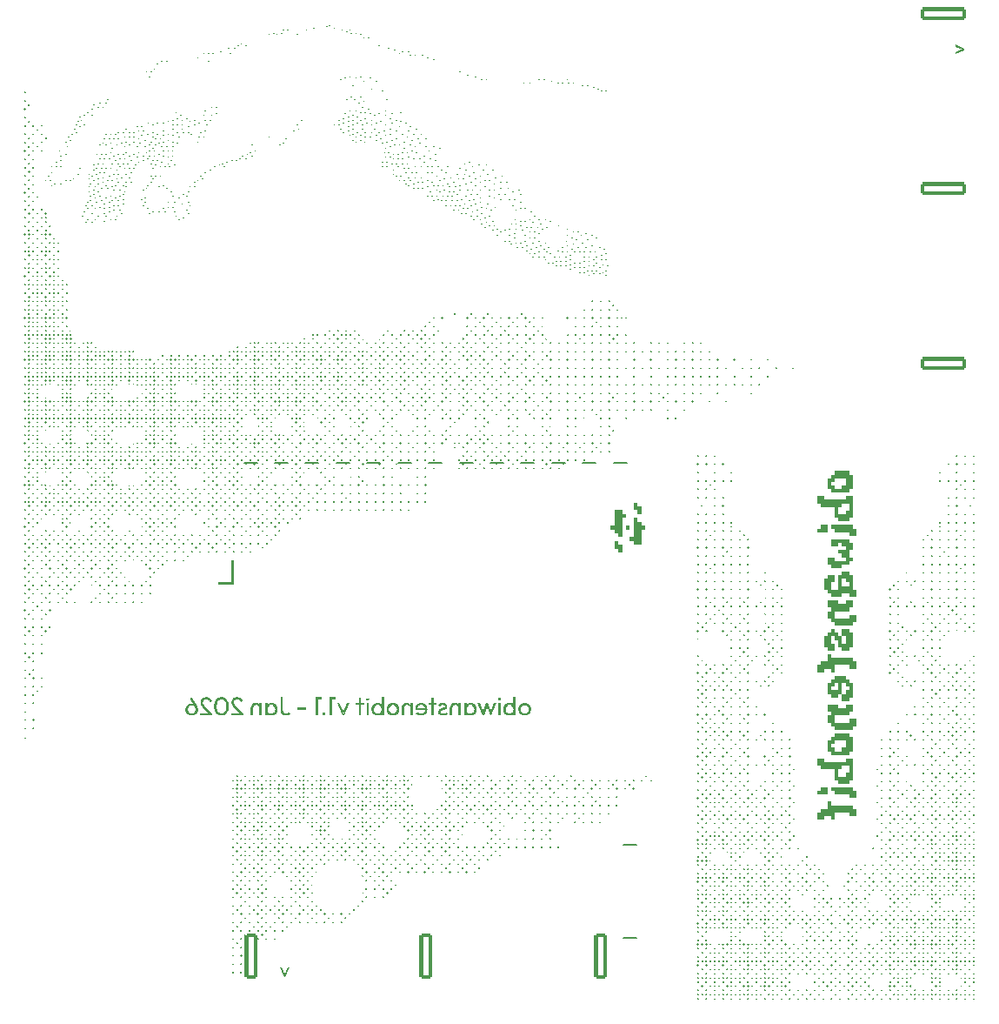
<source format=gbo>
%TF.GenerationSoftware,KiCad,Pcbnew,9.0.2*%
%TF.CreationDate,2026-01-27T22:30:12+01:00*%
%TF.ProjectId,obiwanstenobit,6f626977-616e-4737-9465-6e6f6269742e,rev?*%
%TF.SameCoordinates,Original*%
%TF.FileFunction,Legend,Bot*%
%TF.FilePolarity,Positive*%
%FSLAX46Y46*%
G04 Gerber Fmt 4.6, Leading zero omitted, Abs format (unit mm)*
G04 Created by KiCad (PCBNEW 9.0.2) date 2026-01-27 22:30:12*
%MOMM*%
%LPD*%
G01*
G04 APERTURE LIST*
G04 Aperture macros list*
%AMRoundRect*
0 Rectangle with rounded corners*
0 $1 Rounding radius*
0 $2 $3 $4 $5 $6 $7 $8 $9 X,Y pos of 4 corners*
0 Add a 4 corners polygon primitive as box body*
4,1,4,$2,$3,$4,$5,$6,$7,$8,$9,$2,$3,0*
0 Add four circle primitives for the rounded corners*
1,1,$1+$1,$2,$3*
1,1,$1+$1,$4,$5*
1,1,$1+$1,$6,$7*
1,1,$1+$1,$8,$9*
0 Add four rect primitives between the rounded corners*
20,1,$1+$1,$2,$3,$4,$5,0*
20,1,$1+$1,$4,$5,$6,$7,0*
20,1,$1+$1,$6,$7,$8,$9,0*
20,1,$1+$1,$8,$9,$2,$3,0*%
%AMFreePoly0*
4,1,6,1.000000,0.000000,0.500000,-0.750000,-0.500000,-0.750000,-0.500000,0.750000,0.500000,0.750000,1.000000,0.000000,1.000000,0.000000,$1*%
%AMFreePoly1*
4,1,6,0.500000,-0.750000,-0.650000,-0.750000,-0.150000,0.000000,-0.650000,0.750000,0.500000,0.750000,0.500000,-0.750000,0.500000,-0.750000,$1*%
%AMFreePoly2*
4,1,15,-0.950000,1.965000,-0.942430,2.030251,-0.900124,2.126064,-0.826064,2.200124,-0.730251,2.242430,-0.665000,2.250000,0.950000,2.250000,0.950000,-2.250000,-0.665000,-2.250000,-0.730251,-2.242430,-0.826064,-2.200124,-0.900124,-2.126064,-0.942430,-2.030251,-0.950000,-1.965000,-0.950000,1.965000,-0.950000,1.965000,$1*%
G04 Aperture macros list end*
%ADD10C,0.312500*%
%ADD11C,0.187500*%
%ADD12C,0.500000*%
%ADD13C,0.200000*%
%ADD14C,0.000000*%
%ADD15C,0.150000*%
%ADD16C,1.900000*%
%ADD17C,2.600000*%
%ADD18C,5.050000*%
%ADD19C,2.200000*%
%ADD20O,2.100000X1.300000*%
%ADD21C,3.000000*%
%ADD22C,0.500000*%
%ADD23R,1.600000X1.600000*%
%ADD24O,1.600000X1.600000*%
%ADD25R,1.752600X1.752600*%
%ADD26C,1.752600*%
%ADD27C,3.208000*%
%ADD28C,3.300000*%
%ADD29O,3.100000X1.300000*%
%ADD30C,2.833000*%
%ADD31C,3.500000*%
%ADD32FreePoly0,0.000000*%
%ADD33FreePoly1,0.000000*%
%ADD34FreePoly2,0.000000*%
%ADD35RoundRect,0.190500X-0.444500X2.049500X-0.444500X-2.049500X0.444500X-2.049500X0.444500X2.049500X0*%
%ADD36RoundRect,0.190500X2.049500X0.444500X-2.049500X0.444500X-2.049500X-0.444500X2.049500X-0.444500X0*%
%ADD37FreePoly2,270.000000*%
G04 APERTURE END LIST*
D10*
G36*
X128928994Y-91704124D02*
G01*
X128928994Y-89275128D01*
X128600030Y-89275128D01*
X128600030Y-91704124D01*
X128928994Y-91704124D01*
G37*
G36*
X128705054Y-91704124D02*
G01*
X128705054Y-91403094D01*
X127402934Y-91403094D01*
X127402934Y-91704124D01*
X128705054Y-91704124D01*
G37*
D11*
G36*
X157325492Y-103166328D02*
G01*
X157430694Y-103194143D01*
X157527717Y-103240010D01*
X157615628Y-103301939D01*
X157690051Y-103375949D01*
X157752042Y-103463016D01*
X157797956Y-103559164D01*
X157825746Y-103663095D01*
X157835243Y-103776697D01*
X157825746Y-103892019D01*
X157797950Y-103997680D01*
X157752042Y-104095543D01*
X157689908Y-104184137D01*
X157615469Y-104258951D01*
X157527717Y-104321077D01*
X157430700Y-104366881D01*
X157325498Y-104394661D01*
X157210189Y-104404169D01*
X157096543Y-104394726D01*
X156991734Y-104367007D01*
X156893980Y-104321077D01*
X156805407Y-104258866D01*
X156730588Y-104184044D01*
X156668446Y-104095543D01*
X156622538Y-103997680D01*
X156594742Y-103892019D01*
X156585245Y-103776697D01*
X156819681Y-103776697D01*
X156832677Y-103890143D01*
X156870130Y-103987173D01*
X156930107Y-104069578D01*
X157008725Y-104132143D01*
X157069421Y-104161196D01*
X157136128Y-104178913D01*
X157210189Y-104185010D01*
X157284326Y-104178913D01*
X157351106Y-104161196D01*
X157411873Y-104132143D01*
X157490424Y-104069591D01*
X157550468Y-103987173D01*
X157587838Y-103890150D01*
X157600807Y-103776697D01*
X157587875Y-103665729D01*
X157550468Y-103570177D01*
X157490455Y-103489030D01*
X157411873Y-103427735D01*
X157351176Y-103399372D01*
X157284388Y-103382045D01*
X157210189Y-103376077D01*
X157136080Y-103382066D01*
X157069790Y-103399410D01*
X157009934Y-103427735D01*
X156932093Y-103488890D01*
X156871339Y-103570177D01*
X156842981Y-103632448D01*
X156825649Y-103700854D01*
X156819681Y-103776697D01*
X156585245Y-103776697D01*
X156594720Y-103663075D01*
X156622491Y-103558686D01*
X156668446Y-103461697D01*
X156730564Y-103374045D01*
X156805373Y-103300060D01*
X156893980Y-103238691D01*
X156991667Y-103193453D01*
X157096484Y-103166124D01*
X157210189Y-103156808D01*
X157325492Y-103166328D01*
G37*
G36*
X156330915Y-104379000D02*
G01*
X156104062Y-104379000D01*
X156104062Y-104212769D01*
X156073290Y-104252252D01*
X156015251Y-104304541D01*
X155946672Y-104347565D01*
X155871715Y-104378660D01*
X155790229Y-104397650D01*
X155700915Y-104404169D01*
X155594016Y-104394862D01*
X155495928Y-104367564D01*
X155404819Y-104322286D01*
X155323065Y-104261263D01*
X155254035Y-104187359D01*
X155196871Y-104099280D01*
X155155325Y-104002678D01*
X155129963Y-103897426D01*
X155121253Y-103781752D01*
X155121443Y-103779225D01*
X155353162Y-103779225D01*
X155359063Y-103858602D01*
X155376065Y-103929121D01*
X155403610Y-103992229D01*
X155463122Y-104074732D01*
X155539678Y-104137089D01*
X155598768Y-104166056D01*
X155664621Y-104183812D01*
X155738724Y-104189956D01*
X155811156Y-104183881D01*
X155876667Y-104166188D01*
X155936560Y-104137089D01*
X156013316Y-104074493D01*
X156070100Y-103992229D01*
X156104646Y-103895426D01*
X156116702Y-103781752D01*
X156104319Y-103665869D01*
X156068891Y-103567649D01*
X156011150Y-103484321D01*
X155935351Y-103422679D01*
X155876264Y-103394397D01*
X155810365Y-103377034D01*
X155736196Y-103371021D01*
X155663719Y-103376991D01*
X155598662Y-103394313D01*
X155539678Y-103422679D01*
X155463281Y-103484235D01*
X155403610Y-103567649D01*
X155366122Y-103665697D01*
X155353162Y-103779225D01*
X155121443Y-103779225D01*
X155129963Y-103666078D01*
X155155325Y-103560827D01*
X155196871Y-103464225D01*
X155253988Y-103376070D01*
X155323019Y-103301745D01*
X155404819Y-103240010D01*
X155496005Y-103193973D01*
X155594083Y-103166253D01*
X155700915Y-103156808D01*
X155788537Y-103163299D01*
X155869211Y-103182286D01*
X155944144Y-103213521D01*
X156012887Y-103256421D01*
X156071377Y-103308326D01*
X156104062Y-103349196D01*
X156104062Y-102579675D01*
X156330915Y-102579675D01*
X156330915Y-104379000D01*
G37*
G36*
X154861758Y-104379000D02*
G01*
X154861758Y-103181978D01*
X154634905Y-103181978D01*
X154634905Y-104379000D01*
X154861758Y-104379000D01*
G37*
G36*
X154748331Y-102942595D02*
G01*
X154806210Y-102931981D01*
X154851646Y-102901049D01*
X154881683Y-102854619D01*
X154891983Y-102796416D01*
X154881787Y-102740410D01*
X154851646Y-102694420D01*
X154806201Y-102663402D01*
X154748331Y-102652764D01*
X154690461Y-102663402D01*
X154645016Y-102694420D01*
X154614876Y-102740410D01*
X154604680Y-102796416D01*
X154614980Y-102854619D01*
X154645016Y-102901049D01*
X154690452Y-102931981D01*
X154748331Y-102942595D01*
G37*
G36*
X153978197Y-104379000D02*
G01*
X154451906Y-103181978D01*
X154215051Y-103181978D01*
X153872354Y-104114448D01*
X153947862Y-104114448D01*
X153607693Y-103181978D01*
X153476681Y-103181978D01*
X153136512Y-104114448D01*
X153212019Y-104114448D01*
X152869322Y-103181978D01*
X152632468Y-103181978D01*
X153103759Y-104379000D01*
X153237298Y-104379000D01*
X153582523Y-103474336D01*
X153499322Y-103474336D01*
X153847075Y-104379000D01*
X153978197Y-104379000D01*
G37*
G36*
X152066797Y-103166298D02*
G01*
X152165727Y-103194063D01*
X152257018Y-103240010D01*
X152338842Y-103301690D01*
X152408291Y-103376016D01*
X152466175Y-103464225D01*
X152508408Y-103560893D01*
X152534162Y-103666136D01*
X152543001Y-103781752D01*
X152534162Y-103897368D01*
X152508408Y-104002612D01*
X152466175Y-104099280D01*
X152408168Y-104187320D01*
X152338301Y-104261236D01*
X152255699Y-104322286D01*
X152163751Y-104367606D01*
X152065206Y-104394885D01*
X151958284Y-104404169D01*
X151867300Y-104397567D01*
X151785931Y-104378502D01*
X151712637Y-104347565D01*
X151645674Y-104304631D01*
X151588856Y-104252361D01*
X151560193Y-104214823D01*
X151560193Y-104379000D01*
X151330812Y-104379000D01*
X151330812Y-103781752D01*
X151545025Y-103781752D01*
X151557211Y-103897074D01*
X151591878Y-103993587D01*
X151648340Y-104075320D01*
X151703711Y-104125200D01*
X151766436Y-104160620D01*
X151837984Y-104182376D01*
X151920475Y-104189956D01*
X151994612Y-104183859D01*
X152061392Y-104166142D01*
X152122159Y-104137089D01*
X152200441Y-104074503D01*
X152259436Y-103992229D01*
X152295823Y-103894952D01*
X152308565Y-103779225D01*
X152295893Y-103665795D01*
X152259436Y-103568858D01*
X152200647Y-103486426D01*
X152123368Y-103423998D01*
X152063433Y-103394925D01*
X151997117Y-103377153D01*
X151923003Y-103371021D01*
X151848908Y-103377032D01*
X151783044Y-103394393D01*
X151723957Y-103422679D01*
X151648255Y-103484155D01*
X151591627Y-103566330D01*
X151557207Y-103663759D01*
X151545025Y-103781752D01*
X151330812Y-103781752D01*
X151330812Y-103181978D01*
X151560193Y-103181978D01*
X151560193Y-103347233D01*
X151590769Y-103308220D01*
X151648038Y-103256333D01*
X151715165Y-103213521D01*
X151788436Y-103182444D01*
X151869000Y-103163382D01*
X151958284Y-103156808D01*
X152066797Y-103166298D01*
G37*
G36*
X150154013Y-104379000D02*
G01*
X150154013Y-103680966D01*
X150163981Y-103593746D01*
X150192566Y-103520021D01*
X150239743Y-103456751D01*
X150301646Y-103408170D01*
X150374460Y-103378766D01*
X150461430Y-103368494D01*
X150548266Y-103378857D01*
X150622776Y-103408830D01*
X150685782Y-103456723D01*
X150733675Y-103519729D01*
X150763568Y-103594218D01*
X150773902Y-103680966D01*
X150867215Y-103627989D01*
X150860218Y-103538903D01*
X150839924Y-103458785D01*
X150806765Y-103386079D01*
X150761134Y-103320492D01*
X150705152Y-103264910D01*
X150637834Y-103218577D01*
X150563440Y-103184588D01*
X150482447Y-103163904D01*
X150393396Y-103156808D01*
X150304725Y-103164634D01*
X150225117Y-103187392D01*
X150152804Y-103224842D01*
X150087862Y-103274913D01*
X150033067Y-103333893D01*
X149987721Y-103402565D01*
X149953952Y-103477509D01*
X149933889Y-103554829D01*
X149927161Y-103635573D01*
X149927161Y-104379000D01*
X150154013Y-104379000D01*
G37*
G36*
X151000754Y-104379000D02*
G01*
X151000754Y-103181978D01*
X150773902Y-103181978D01*
X150773902Y-104379000D01*
X151000754Y-104379000D01*
G37*
G36*
X149239788Y-104404169D02*
G01*
X149338641Y-104397449D01*
X149430041Y-104377790D01*
X149516383Y-104345487D01*
X149595125Y-104302173D01*
X149665834Y-104248137D01*
X149726136Y-104185010D01*
X149579957Y-104038830D01*
X149508510Y-104109756D01*
X149428832Y-104158521D01*
X149339451Y-104187502D01*
X149237260Y-104197539D01*
X149138728Y-104187337D01*
X149073495Y-104161049D01*
X149040788Y-104132876D01*
X149021930Y-104099457D01*
X149015463Y-104058944D01*
X149027430Y-104000006D01*
X149062065Y-103956948D01*
X149113278Y-103924533D01*
X149181756Y-103896388D01*
X149336838Y-103848577D01*
X149416858Y-103821021D01*
X149491810Y-103786808D01*
X149558379Y-103741940D01*
X149611501Y-103683494D01*
X149636391Y-103637587D01*
X149652338Y-103580543D01*
X149658103Y-103509617D01*
X149651937Y-103438980D01*
X149634177Y-103376941D01*
X149605236Y-103321892D01*
X149542631Y-103252234D01*
X149457738Y-103199673D01*
X149357129Y-103168227D01*
X149229676Y-103156808D01*
X149093918Y-103169590D01*
X148978973Y-103205938D01*
X148910102Y-103244212D01*
X148850309Y-103293084D01*
X148798722Y-103353326D01*
X148944901Y-103499505D01*
X149001352Y-103441524D01*
X149069648Y-103398719D01*
X149147393Y-103372536D01*
X149237260Y-103363438D01*
X149328415Y-103373031D01*
X149387176Y-103397510D01*
X149416183Y-103423479D01*
X149433032Y-103454379D01*
X149438834Y-103491922D01*
X149427268Y-103546031D01*
X149393551Y-103585235D01*
X149343498Y-103614261D01*
X149273860Y-103640629D01*
X149118778Y-103687230D01*
X149039943Y-103715320D01*
X148965125Y-103751527D01*
X148898567Y-103798870D01*
X148845433Y-103859898D01*
X148820476Y-103907432D01*
X148804491Y-103966178D01*
X148798722Y-104038830D01*
X148806649Y-104121049D01*
X148829331Y-104191531D01*
X148866251Y-104252631D01*
X148918413Y-104305910D01*
X149003317Y-104358690D01*
X149108653Y-104392132D01*
X149239788Y-104404169D01*
G37*
G36*
X148361833Y-104379000D02*
G01*
X148361833Y-102680571D01*
X148134980Y-102680571D01*
X148134980Y-104379000D01*
X148361833Y-104379000D01*
G37*
G36*
X148656719Y-103388607D02*
G01*
X148656719Y-103181978D01*
X147840203Y-103181978D01*
X147840203Y-103388607D01*
X148656719Y-103388607D01*
G37*
G36*
X147103371Y-104404169D02*
G01*
X147220385Y-104394790D01*
X147327252Y-104367395D01*
X147425845Y-104322286D01*
X147515222Y-104260848D01*
X147590450Y-104186855D01*
X147652698Y-104099280D01*
X147698477Y-104002223D01*
X147726335Y-103896212D01*
X147735899Y-103779225D01*
X147726519Y-103663856D01*
X147699130Y-103558645D01*
X147654017Y-103461697D01*
X147592689Y-103373906D01*
X147519094Y-103299941D01*
X147432220Y-103238691D01*
X147336076Y-103193528D01*
X147232098Y-103166164D01*
X147118429Y-103156808D01*
X147009666Y-103165582D01*
X146912493Y-103190977D01*
X146824861Y-103232426D01*
X146746270Y-103289194D01*
X146680225Y-103358493D01*
X146625815Y-103441583D01*
X146586377Y-103533035D01*
X146562243Y-103633235D01*
X146553935Y-103743944D01*
X146556463Y-103798129D01*
X146566574Y-103864954D01*
X147577080Y-103864954D01*
X147577080Y-103675910D01*
X146687475Y-103675910D01*
X146770676Y-103749000D01*
X146782073Y-103633934D01*
X146813541Y-103543579D01*
X146865523Y-103468299D01*
X146934551Y-103412567D01*
X147018433Y-103378209D01*
X147123485Y-103365966D01*
X147234186Y-103378995D01*
X147327696Y-103416414D01*
X147382044Y-103454512D01*
X147427153Y-103501263D01*
X147463764Y-103557538D01*
X147499057Y-103653907D01*
X147511574Y-103771641D01*
X147505648Y-103854442D01*
X147488641Y-103927453D01*
X147461236Y-103992229D01*
X147422692Y-104050619D01*
X147375087Y-104099011D01*
X147317584Y-104138298D01*
X147253566Y-104166573D01*
X147182624Y-104183948D01*
X147103371Y-104189956D01*
X147005484Y-104180922D01*
X146918064Y-104154675D01*
X146839781Y-104110674D01*
X146773204Y-104048832D01*
X146627024Y-104197539D01*
X146688383Y-104259307D01*
X146758236Y-104310404D01*
X146837501Y-104351302D01*
X146965684Y-104390821D01*
X147103371Y-104404169D01*
G37*
G36*
X145460447Y-104379000D02*
G01*
X145460447Y-103680966D01*
X145470415Y-103593746D01*
X145499001Y-103520021D01*
X145546177Y-103456751D01*
X145608080Y-103408170D01*
X145680894Y-103378766D01*
X145767864Y-103368494D01*
X145854700Y-103378857D01*
X145929210Y-103408830D01*
X145992216Y-103456723D01*
X146040109Y-103519729D01*
X146070002Y-103594218D01*
X146080336Y-103680966D01*
X146173649Y-103627989D01*
X146166652Y-103538903D01*
X146146358Y-103458785D01*
X146113199Y-103386079D01*
X146067568Y-103320492D01*
X146011586Y-103264910D01*
X145944268Y-103218577D01*
X145869874Y-103184588D01*
X145788881Y-103163904D01*
X145699830Y-103156808D01*
X145611159Y-103164634D01*
X145531551Y-103187392D01*
X145459238Y-103224842D01*
X145394296Y-103274913D01*
X145339501Y-103333893D01*
X145294155Y-103402565D01*
X145260386Y-103477509D01*
X145240323Y-103554829D01*
X145233595Y-103635573D01*
X145233595Y-104379000D01*
X145460447Y-104379000D01*
G37*
G36*
X146307188Y-104379000D02*
G01*
X146307188Y-103181978D01*
X146080336Y-103181978D01*
X146080336Y-104379000D01*
X146307188Y-104379000D01*
G37*
G36*
X144495122Y-103166328D02*
G01*
X144600324Y-103194143D01*
X144697347Y-103240010D01*
X144785258Y-103301939D01*
X144859681Y-103375949D01*
X144921672Y-103463016D01*
X144967586Y-103559164D01*
X144995376Y-103663095D01*
X145004873Y-103776697D01*
X144995376Y-103892019D01*
X144967580Y-103997680D01*
X144921672Y-104095543D01*
X144859538Y-104184137D01*
X144785099Y-104258951D01*
X144697347Y-104321077D01*
X144600330Y-104366881D01*
X144495128Y-104394661D01*
X144379819Y-104404169D01*
X144266173Y-104394726D01*
X144161364Y-104367007D01*
X144063610Y-104321077D01*
X143975037Y-104258866D01*
X143900218Y-104184044D01*
X143838076Y-104095543D01*
X143792169Y-103997680D01*
X143764372Y-103892019D01*
X143754875Y-103776697D01*
X143989312Y-103776697D01*
X144002307Y-103890143D01*
X144039760Y-103987173D01*
X144099737Y-104069578D01*
X144178356Y-104132143D01*
X144239051Y-104161196D01*
X144305758Y-104178913D01*
X144379819Y-104185010D01*
X144453956Y-104178913D01*
X144520736Y-104161196D01*
X144581503Y-104132143D01*
X144660055Y-104069591D01*
X144720098Y-103987173D01*
X144757468Y-103890150D01*
X144770437Y-103776697D01*
X144757505Y-103665729D01*
X144720098Y-103570177D01*
X144660085Y-103489030D01*
X144581503Y-103427735D01*
X144520806Y-103399372D01*
X144454018Y-103382045D01*
X144379819Y-103376077D01*
X144305710Y-103382066D01*
X144239420Y-103399410D01*
X144179565Y-103427735D01*
X144101723Y-103488890D01*
X144040969Y-103570177D01*
X144012611Y-103632448D01*
X143995280Y-103700854D01*
X143989312Y-103776697D01*
X143754875Y-103776697D01*
X143764350Y-103663075D01*
X143792121Y-103558686D01*
X143838076Y-103461697D01*
X143900194Y-103374045D01*
X143975003Y-103300060D01*
X144063610Y-103238691D01*
X144161297Y-103193453D01*
X144266114Y-103166124D01*
X144379819Y-103156808D01*
X144495122Y-103166328D01*
G37*
G36*
X143500545Y-104379000D02*
G01*
X143273692Y-104379000D01*
X143273692Y-104212769D01*
X143242920Y-104252252D01*
X143184881Y-104304541D01*
X143116302Y-104347565D01*
X143041345Y-104378660D01*
X142959859Y-104397650D01*
X142870545Y-104404169D01*
X142763646Y-104394862D01*
X142665558Y-104367564D01*
X142574449Y-104322286D01*
X142492695Y-104261263D01*
X142423665Y-104187359D01*
X142366501Y-104099280D01*
X142324955Y-104002678D01*
X142299593Y-103897426D01*
X142290884Y-103781752D01*
X142291074Y-103779225D01*
X142522792Y-103779225D01*
X142528693Y-103858602D01*
X142545695Y-103929121D01*
X142573240Y-103992229D01*
X142632752Y-104074732D01*
X142709308Y-104137089D01*
X142768398Y-104166056D01*
X142834251Y-104183812D01*
X142908354Y-104189956D01*
X142980786Y-104183881D01*
X143046297Y-104166188D01*
X143106191Y-104137089D01*
X143182946Y-104074493D01*
X143239730Y-103992229D01*
X143274276Y-103895426D01*
X143286332Y-103781752D01*
X143273949Y-103665869D01*
X143238521Y-103567649D01*
X143180780Y-103484321D01*
X143104982Y-103422679D01*
X143045894Y-103394397D01*
X142979995Y-103377034D01*
X142905826Y-103371021D01*
X142833349Y-103376991D01*
X142768292Y-103394313D01*
X142709308Y-103422679D01*
X142632911Y-103484235D01*
X142573240Y-103567649D01*
X142535752Y-103665697D01*
X142522792Y-103779225D01*
X142291074Y-103779225D01*
X142299593Y-103666078D01*
X142324955Y-103560827D01*
X142366501Y-103464225D01*
X142423618Y-103376070D01*
X142492649Y-103301745D01*
X142574449Y-103240010D01*
X142665635Y-103193973D01*
X142763713Y-103166253D01*
X142870545Y-103156808D01*
X142958168Y-103163299D01*
X143038842Y-103182286D01*
X143113774Y-103213521D01*
X143182517Y-103256421D01*
X143241007Y-103308326D01*
X143273692Y-103349196D01*
X143273692Y-102579675D01*
X143500545Y-102579675D01*
X143500545Y-104379000D01*
G37*
G36*
X142031388Y-104379000D02*
G01*
X142031388Y-103181978D01*
X141804535Y-103181978D01*
X141804535Y-104379000D01*
X142031388Y-104379000D01*
G37*
G36*
X141917961Y-102942595D02*
G01*
X141975841Y-102931981D01*
X142021276Y-102901049D01*
X142051313Y-102854619D01*
X142061613Y-102796416D01*
X142051417Y-102740410D01*
X142021276Y-102694420D01*
X141975832Y-102663402D01*
X141917961Y-102652764D01*
X141860091Y-102663402D01*
X141814647Y-102694420D01*
X141784506Y-102740410D01*
X141774310Y-102796416D01*
X141784610Y-102854619D01*
X141814647Y-102901049D01*
X141860082Y-102931981D01*
X141917961Y-102942595D01*
G37*
G36*
X141285433Y-104379000D02*
G01*
X141285433Y-102680571D01*
X141058581Y-102680571D01*
X141058581Y-104379000D01*
X141285433Y-104379000D01*
G37*
G36*
X141580320Y-103388607D02*
G01*
X141580320Y-103181978D01*
X140763804Y-103181978D01*
X140763804Y-103388607D01*
X141580320Y-103388607D01*
G37*
G36*
X139607778Y-104379000D02*
G01*
X140157215Y-103181978D01*
X139905193Y-103181978D01*
X139464237Y-104192483D01*
X139610306Y-104192483D01*
X139166822Y-103181978D01*
X138924912Y-103181978D01*
X139474238Y-104379000D01*
X139607778Y-104379000D01*
G37*
G36*
X138461644Y-104379000D02*
G01*
X138461644Y-102630123D01*
X138227318Y-102630123D01*
X138227318Y-104379000D01*
X138461644Y-104379000D01*
G37*
G36*
X138819509Y-102841808D02*
G01*
X138819509Y-102630123D01*
X138252487Y-102630123D01*
X138252487Y-102841808D01*
X138819509Y-102841808D01*
G37*
G36*
X137658207Y-104404169D02*
G01*
X137723111Y-104391758D01*
X137775481Y-104355039D01*
X137810418Y-104301219D01*
X137822082Y-104237876D01*
X137810225Y-104172788D01*
X137775481Y-104120713D01*
X137723314Y-104085964D01*
X137658207Y-104074111D01*
X137593119Y-104085968D01*
X137541044Y-104120713D01*
X137506299Y-104172788D01*
X137494442Y-104237876D01*
X137506107Y-104301219D01*
X137541044Y-104355039D01*
X137593323Y-104391755D01*
X137658207Y-104404169D01*
G37*
G36*
X137063598Y-104379000D02*
G01*
X137063598Y-102630123D01*
X136829272Y-102630123D01*
X136829272Y-104379000D01*
X137063598Y-104379000D01*
G37*
G36*
X137421463Y-102841808D02*
G01*
X137421463Y-102630123D01*
X136854441Y-102630123D01*
X136854441Y-102841808D01*
X137421463Y-102841808D01*
G37*
G36*
X135935269Y-103844730D02*
G01*
X135935269Y-103630517D01*
X135106114Y-103630517D01*
X135106114Y-103844730D01*
X135935269Y-103844730D01*
G37*
G36*
X133959760Y-104404169D02*
G01*
X134059162Y-104397218D01*
X134147196Y-104377245D01*
X134225631Y-104345038D01*
X134297961Y-104300548D01*
X134360238Y-104247360D01*
X134413356Y-104185010D01*
X134247063Y-104031247D01*
X134192811Y-104093954D01*
X134127372Y-104139617D01*
X134052231Y-104167782D01*
X133967344Y-104177426D01*
X133882923Y-104167676D01*
X133811053Y-104139617D01*
X133750776Y-104093211D01*
X133704001Y-104027510D01*
X133675382Y-103947573D01*
X133664983Y-103844730D01*
X133664983Y-102630123D01*
X133428019Y-102630123D01*
X133428019Y-103832201D01*
X133436217Y-103946400D01*
X133459676Y-104046431D01*
X133497372Y-104134561D01*
X133549765Y-104214558D01*
X133612531Y-104280448D01*
X133686416Y-104333607D01*
X133768758Y-104372366D01*
X133859275Y-104396024D01*
X133959760Y-104404169D01*
G37*
G36*
X132675283Y-103166298D02*
G01*
X132774212Y-103194063D01*
X132865503Y-103240010D01*
X132947328Y-103301690D01*
X133016777Y-103376016D01*
X133074661Y-103464225D01*
X133116893Y-103560893D01*
X133142647Y-103666136D01*
X133151487Y-103781752D01*
X133142647Y-103897368D01*
X133116893Y-104002612D01*
X133074661Y-104099280D01*
X133016654Y-104187320D01*
X132946786Y-104261236D01*
X132864184Y-104322286D01*
X132772237Y-104367606D01*
X132673692Y-104394885D01*
X132566770Y-104404169D01*
X132475785Y-104397567D01*
X132394417Y-104378502D01*
X132321123Y-104347565D01*
X132254160Y-104304631D01*
X132197341Y-104252361D01*
X132168678Y-104214822D01*
X132168678Y-104379000D01*
X131939298Y-104379000D01*
X131939298Y-103781752D01*
X132153511Y-103781752D01*
X132165697Y-103897074D01*
X132200363Y-103993587D01*
X132256826Y-104075320D01*
X132312197Y-104125200D01*
X132374922Y-104160620D01*
X132446470Y-104182376D01*
X132528961Y-104189956D01*
X132603097Y-104183859D01*
X132669878Y-104166142D01*
X132730645Y-104137089D01*
X132808927Y-104074503D01*
X132867921Y-103992229D01*
X132904309Y-103894952D01*
X132917051Y-103779225D01*
X132904379Y-103665795D01*
X132867921Y-103568858D01*
X132809133Y-103486426D01*
X132731854Y-103423998D01*
X132671919Y-103394925D01*
X132605602Y-103377153D01*
X132531489Y-103371021D01*
X132457393Y-103377032D01*
X132391530Y-103394393D01*
X132332443Y-103422679D01*
X132256741Y-103484155D01*
X132200112Y-103566330D01*
X132165692Y-103663759D01*
X132153511Y-103781752D01*
X131939298Y-103781752D01*
X131939298Y-103181978D01*
X132168678Y-103181978D01*
X132168678Y-103347233D01*
X132199254Y-103308220D01*
X132256523Y-103256333D01*
X132323650Y-103213521D01*
X132396922Y-103182444D01*
X132477486Y-103163382D01*
X132566770Y-103156808D01*
X132675283Y-103166298D01*
G37*
G36*
X130762499Y-104379000D02*
G01*
X130762499Y-103680966D01*
X130772466Y-103593746D01*
X130801052Y-103520021D01*
X130848228Y-103456751D01*
X130910132Y-103408170D01*
X130982946Y-103378766D01*
X131069915Y-103368494D01*
X131156751Y-103378857D01*
X131231262Y-103408830D01*
X131294268Y-103456723D01*
X131342161Y-103519729D01*
X131372054Y-103594218D01*
X131382387Y-103680966D01*
X131475700Y-103627989D01*
X131468703Y-103538903D01*
X131448410Y-103458785D01*
X131415250Y-103386079D01*
X131369620Y-103320492D01*
X131313638Y-103264910D01*
X131246320Y-103218577D01*
X131171926Y-103184588D01*
X131090932Y-103163904D01*
X131001881Y-103156808D01*
X130913211Y-103164634D01*
X130833602Y-103187392D01*
X130761290Y-103224842D01*
X130696348Y-103274913D01*
X130641553Y-103333893D01*
X130596206Y-103402565D01*
X130562437Y-103477509D01*
X130542375Y-103554829D01*
X130535646Y-103635573D01*
X130535646Y-104379000D01*
X130762499Y-104379000D01*
G37*
G36*
X131609240Y-104379000D02*
G01*
X131609240Y-103181978D01*
X131382387Y-103181978D01*
X131382387Y-104379000D01*
X131609240Y-104379000D01*
G37*
G36*
X129787824Y-104235348D02*
G01*
X129142766Y-103555010D01*
X129051185Y-103456142D01*
X128989113Y-103379814D01*
X128939832Y-103305454D01*
X128909648Y-103242538D01*
X128891690Y-103178277D01*
X128885688Y-103111416D01*
X128895872Y-103026245D01*
X128924569Y-102957822D01*
X128971417Y-102902258D01*
X129032398Y-102861094D01*
X129105235Y-102835638D01*
X129193104Y-102826641D01*
X129280309Y-102834095D01*
X129357857Y-102855664D01*
X129427541Y-102890938D01*
X129489618Y-102939078D01*
X129549221Y-103004063D01*
X129606473Y-103088774D01*
X129772766Y-102950179D01*
X129696824Y-102842535D01*
X129613778Y-102757333D01*
X129523272Y-102691892D01*
X129422613Y-102644252D01*
X129310857Y-102615049D01*
X129185631Y-102604954D01*
X129079586Y-102612402D01*
X128986591Y-102633712D01*
X128904593Y-102667932D01*
X128830267Y-102715957D01*
X128768952Y-102774480D01*
X128719395Y-102844336D01*
X128683625Y-102922360D01*
X128661556Y-103009898D01*
X128653889Y-103108888D01*
X128660833Y-103213926D01*
X128680378Y-103302988D01*
X128715564Y-103387105D01*
X128773581Y-103478073D01*
X128848293Y-103570352D01*
X128958778Y-103691077D01*
X129480407Y-104227764D01*
X129787824Y-104235348D01*
G37*
G36*
X129787824Y-104379000D02*
G01*
X129787824Y-104235348D01*
X129586250Y-104167314D01*
X128613553Y-104167314D01*
X128613553Y-104379000D01*
X129787824Y-104379000D01*
G37*
G36*
X127810145Y-102617186D02*
G01*
X127927831Y-102653455D01*
X128039497Y-102714533D01*
X128137766Y-102796001D01*
X128222894Y-102898756D01*
X128295255Y-103025796D01*
X128346287Y-103163254D01*
X128378381Y-103320842D01*
X128389668Y-103502033D01*
X128378254Y-103683152D01*
X128345742Y-103841205D01*
X128293937Y-103979589D01*
X128220770Y-104107420D01*
X128134801Y-104211031D01*
X128035650Y-104293380D01*
X127923109Y-104355098D01*
X127804195Y-104391783D01*
X127676576Y-104404169D01*
X127550547Y-104391910D01*
X127433279Y-104355620D01*
X127322448Y-104294589D01*
X127225006Y-104213148D01*
X127140296Y-104110033D01*
X127068008Y-103982117D01*
X127016877Y-103843801D01*
X126984764Y-103685742D01*
X126973486Y-103504561D01*
X126973643Y-103502033D01*
X127212869Y-103502033D01*
X127220359Y-103649309D01*
X127241205Y-103772449D01*
X127273429Y-103875065D01*
X127320709Y-103971026D01*
X127375786Y-104045973D01*
X127438513Y-104103127D01*
X127511411Y-104145556D01*
X127591772Y-104171164D01*
X127681632Y-104179954D01*
X127771519Y-104171189D01*
X127852342Y-104145601D01*
X127926070Y-104103127D01*
X127989439Y-104045846D01*
X128044505Y-103970888D01*
X128091154Y-103875065D01*
X128122599Y-103772531D01*
X128142964Y-103649387D01*
X128150285Y-103502033D01*
X128142944Y-103354658D01*
X128122562Y-103231997D01*
X128091154Y-103130320D01*
X128044564Y-103035301D01*
X127989506Y-102960748D01*
X127926070Y-102903577D01*
X127852375Y-102860934D01*
X127772363Y-102835363D01*
X127684160Y-102826641D01*
X127594279Y-102835417D01*
X127513457Y-102861040D01*
X127439722Y-102903577D01*
X127376193Y-102960712D01*
X127320732Y-103035267D01*
X127273429Y-103130320D01*
X127241242Y-103232079D01*
X127220379Y-103354737D01*
X127212869Y-103502033D01*
X126973643Y-103502033D01*
X126984821Y-103321655D01*
X127016986Y-103163278D01*
X127068008Y-103025796D01*
X127140312Y-102898768D01*
X127225438Y-102796012D01*
X127323767Y-102714533D01*
X127435437Y-102653670D01*
X127554760Y-102617295D01*
X127684160Y-102604954D01*
X127810145Y-102617186D01*
G37*
G36*
X126777188Y-104235348D02*
G01*
X126132131Y-103555010D01*
X126040550Y-103456142D01*
X125978478Y-103379814D01*
X125929197Y-103305454D01*
X125899013Y-103242538D01*
X125881055Y-103178277D01*
X125875053Y-103111416D01*
X125885237Y-103026245D01*
X125913934Y-102957822D01*
X125960782Y-102902258D01*
X126021763Y-102861094D01*
X126094600Y-102835638D01*
X126182469Y-102826641D01*
X126269674Y-102834095D01*
X126347222Y-102855664D01*
X126416906Y-102890938D01*
X126478983Y-102939078D01*
X126538586Y-103004063D01*
X126595838Y-103088774D01*
X126762131Y-102950179D01*
X126686189Y-102842535D01*
X126603143Y-102757333D01*
X126512637Y-102691892D01*
X126411978Y-102644252D01*
X126300222Y-102615049D01*
X126174996Y-102604954D01*
X126068951Y-102612402D01*
X125975956Y-102633712D01*
X125893957Y-102667932D01*
X125819632Y-102715957D01*
X125758317Y-102774480D01*
X125708760Y-102844336D01*
X125672990Y-102922360D01*
X125650921Y-103009898D01*
X125643254Y-103108888D01*
X125650198Y-103213926D01*
X125669743Y-103302988D01*
X125704929Y-103387105D01*
X125762946Y-103478073D01*
X125837658Y-103570352D01*
X125948143Y-103691077D01*
X126469772Y-104227764D01*
X126777188Y-104235348D01*
G37*
G36*
X126777188Y-104379000D02*
G01*
X126777188Y-104235348D01*
X126575615Y-104167314D01*
X125602918Y-104167314D01*
X125602918Y-104379000D01*
X126777188Y-104379000D01*
G37*
G36*
X125235381Y-103343324D02*
G01*
X125308494Y-103462947D01*
X125358316Y-103578794D01*
X125387242Y-103692134D01*
X125396728Y-103804394D01*
X125387567Y-103913096D01*
X125360667Y-104013341D01*
X125316054Y-104106864D01*
X125255902Y-104191516D01*
X125183598Y-104263446D01*
X125098104Y-104323605D01*
X125003646Y-104367935D01*
X124900541Y-104394910D01*
X124786841Y-104404169D01*
X124676533Y-104394901D01*
X124574223Y-104367623D01*
X124478216Y-104322286D01*
X124391109Y-104261163D01*
X124317534Y-104187997D01*
X124256419Y-104101808D01*
X124211030Y-104006606D01*
X124183779Y-103905532D01*
X124174537Y-103796920D01*
X124413919Y-103796920D01*
X124426451Y-103900919D01*
X124463049Y-103992229D01*
X124521072Y-104070424D01*
X124596588Y-104130824D01*
X124685565Y-104169351D01*
X124786841Y-104182482D01*
X124888192Y-104169639D01*
X124977094Y-104132033D01*
X125052495Y-104072385D01*
X125110744Y-103993438D01*
X125147374Y-103901098D01*
X125159873Y-103796920D01*
X125147342Y-103692921D01*
X125110744Y-103601611D01*
X125052576Y-103523684D01*
X124977094Y-103464334D01*
X124888192Y-103426729D01*
X124786841Y-103413886D01*
X124685491Y-103426729D01*
X124596588Y-103464334D01*
X124521129Y-103523688D01*
X124463049Y-103601611D01*
X124426451Y-103692921D01*
X124413919Y-103796920D01*
X124174537Y-103796920D01*
X124183489Y-103686457D01*
X124209320Y-103588492D01*
X124251363Y-103500824D01*
X124308325Y-103421501D01*
X124375265Y-103355066D01*
X124452937Y-103300460D01*
X124538646Y-103260101D01*
X124630945Y-103235698D01*
X124731447Y-103227370D01*
X124813905Y-103232768D01*
X124880154Y-103247593D01*
X124908152Y-103259362D01*
X124446672Y-102630123D01*
X124721335Y-102630123D01*
X125235381Y-103343324D01*
G37*
G36*
X134105181Y-128939343D02*
G01*
X134296332Y-128939343D01*
X133897361Y-129829700D01*
X133760799Y-129829700D01*
X133361828Y-128939343D01*
X133550780Y-128939343D01*
X133863747Y-129676377D01*
X133792306Y-129676377D01*
X134105181Y-128939343D01*
G37*
D12*
G36*
X188810244Y-80963631D02*
G01*
X189160000Y-80963631D01*
X189160000Y-81313387D01*
X189160000Y-81663143D01*
X189160000Y-82012899D01*
X189160000Y-82362654D01*
X188810244Y-82362654D01*
X188810244Y-82712410D01*
X188460488Y-82712410D01*
X188110732Y-82712410D01*
X187760976Y-82712410D01*
X187411221Y-82712410D01*
X187061465Y-82712410D01*
X187061465Y-82362654D01*
X186711709Y-82362654D01*
X186711709Y-82012899D01*
X186711709Y-81663143D01*
X187061465Y-81663143D01*
X187061465Y-82012899D01*
X187411221Y-82012899D01*
X187411221Y-82362654D01*
X187760976Y-82362654D01*
X188110732Y-82362654D01*
X188110732Y-82012899D01*
X188460488Y-82012899D01*
X188460488Y-81663143D01*
X188460488Y-81313387D01*
X188110732Y-81313387D01*
X187760976Y-81313387D01*
X187411221Y-81313387D01*
X187411221Y-81663143D01*
X187061465Y-81663143D01*
X186711709Y-81663143D01*
X186711709Y-81313387D01*
X187061465Y-81313387D01*
X187061465Y-80963631D01*
X187411221Y-80963631D01*
X187411221Y-80613876D01*
X187760976Y-80613876D01*
X188110732Y-80613876D01*
X188460488Y-80613876D01*
X188810244Y-80613876D01*
X188810244Y-80963631D01*
G37*
G36*
X186361953Y-83409968D02*
G01*
X186711709Y-83409968D01*
X187061465Y-83409968D01*
X187411221Y-83409968D01*
X187760976Y-83409968D01*
X188110732Y-83409968D01*
X188460488Y-83409968D01*
X188460488Y-83060212D01*
X188810244Y-83060212D01*
X189160000Y-83060212D01*
X189160000Y-83409968D01*
X189160000Y-83759723D01*
X189160000Y-84109479D01*
X189160000Y-84459235D01*
X189160000Y-84808991D01*
X189160000Y-85158746D01*
X188810244Y-85158746D01*
X188810244Y-85508502D01*
X188460488Y-85508502D01*
X188110732Y-85508502D01*
X187760976Y-85508502D01*
X187760976Y-85158746D01*
X187411221Y-85158746D01*
X187411221Y-84808991D01*
X187411221Y-84459235D01*
X187411221Y-84109479D01*
X187760976Y-84109479D01*
X187760976Y-84459235D01*
X187760976Y-84808991D01*
X188110732Y-84808991D01*
X188460488Y-84808991D01*
X188460488Y-84459235D01*
X188810244Y-84459235D01*
X188810244Y-84109479D01*
X188810244Y-83759723D01*
X188460488Y-83759723D01*
X188110732Y-83759723D01*
X188110732Y-84109479D01*
X187760976Y-84109479D01*
X187411221Y-84109479D01*
X187061465Y-84109479D01*
X186711709Y-84109479D01*
X186361953Y-84109479D01*
X186012198Y-84109479D01*
X186012198Y-83759723D01*
X185662442Y-83759723D01*
X185662442Y-83409968D01*
X185662442Y-83060212D01*
X186012198Y-83060212D01*
X186361953Y-83060212D01*
X186361953Y-83409968D01*
G37*
G36*
X189509755Y-86557769D02*
G01*
X189509755Y-86208014D01*
X189160000Y-86208014D01*
X189160000Y-85858258D01*
X188810244Y-85858258D01*
X188460488Y-85858258D01*
X188110732Y-85858258D01*
X187760976Y-85858258D01*
X187411221Y-85858258D01*
X187061465Y-85858258D01*
X187061465Y-86208014D01*
X187411221Y-86208014D01*
X187411221Y-86557769D01*
X187760976Y-86557769D01*
X188110732Y-86557769D01*
X188460488Y-86557769D01*
X188810244Y-86557769D01*
X188810244Y-86907525D01*
X189160000Y-86907525D01*
X189509755Y-86907525D01*
X189509755Y-86557769D01*
G37*
G36*
X186711709Y-86208014D02*
G01*
X186711709Y-85858258D01*
X186361953Y-85858258D01*
X186012198Y-85858258D01*
X186012198Y-86208014D01*
X185662442Y-86208014D01*
X185662442Y-86557769D01*
X186012198Y-86557769D01*
X186361953Y-86557769D01*
X186711709Y-86557769D01*
X186711709Y-86208014D01*
G37*
G36*
X189160000Y-89006060D02*
G01*
X188810244Y-89006060D01*
X188810244Y-88656304D01*
X188810244Y-88306548D01*
X189160000Y-88306548D01*
X189160000Y-87956792D01*
X189160000Y-87607037D01*
X188810244Y-87607037D01*
X188810244Y-87257281D01*
X188460488Y-87257281D01*
X188110732Y-87257281D01*
X187760976Y-87257281D01*
X187411221Y-87257281D01*
X187061465Y-87257281D01*
X187061465Y-87607037D01*
X187061465Y-87956792D01*
X187411221Y-87956792D01*
X187760976Y-87956792D01*
X187760976Y-87607037D01*
X188110732Y-87607037D01*
X188110732Y-87956792D01*
X188460488Y-87956792D01*
X188460488Y-88306548D01*
X188110732Y-88306548D01*
X187760976Y-88306548D01*
X187760976Y-88656304D01*
X188110732Y-88656304D01*
X188110732Y-89006060D01*
X188460488Y-89006060D01*
X188460488Y-89355815D01*
X188110732Y-89355815D01*
X187760976Y-89355815D01*
X187411221Y-89355815D01*
X187411221Y-89006060D01*
X187061465Y-89006060D01*
X186711709Y-89006060D01*
X186711709Y-89355815D01*
X186711709Y-89705571D01*
X187061465Y-89705571D01*
X187061465Y-90055327D01*
X187411221Y-90055327D01*
X187760976Y-90055327D01*
X188110732Y-90055327D01*
X188110732Y-89705571D01*
X188460488Y-89705571D01*
X188810244Y-89705571D01*
X188810244Y-89355815D01*
X189160000Y-89355815D01*
X189160000Y-89006060D01*
G37*
G36*
X188810244Y-90756792D02*
G01*
X189160000Y-90756792D01*
X189160000Y-91106548D01*
X189160000Y-91456304D01*
X189160000Y-91806060D01*
X189160000Y-92155815D01*
X189509755Y-92155815D01*
X189509755Y-92505571D01*
X189509755Y-92855327D01*
X189160000Y-92855327D01*
X188810244Y-92855327D01*
X188810244Y-92505571D01*
X188460488Y-92505571D01*
X188110732Y-92505571D01*
X188110732Y-92855327D01*
X187760976Y-92855327D01*
X187411221Y-92855327D01*
X187061465Y-92855327D01*
X187061465Y-92505571D01*
X186711709Y-92505571D01*
X186711709Y-92155815D01*
X186361953Y-92155815D01*
X186361953Y-91806060D01*
X186361953Y-91456304D01*
X186361953Y-91106548D01*
X186711709Y-91106548D01*
X186711709Y-90756792D01*
X187061465Y-90756792D01*
X187411221Y-90756792D01*
X187411221Y-91106548D01*
X187411221Y-91456304D01*
X187061465Y-91456304D01*
X187061465Y-91806060D01*
X187061465Y-92155815D01*
X187411221Y-92155815D01*
X187760976Y-92155815D01*
X187760976Y-91806060D01*
X187760976Y-91456304D01*
X188110732Y-91456304D01*
X188110732Y-91806060D01*
X188460488Y-91806060D01*
X188810244Y-91806060D01*
X188810244Y-91456304D01*
X188460488Y-91456304D01*
X188460488Y-91106548D01*
X188110732Y-91106548D01*
X188110732Y-91456304D01*
X187760976Y-91456304D01*
X187760976Y-91106548D01*
X187760976Y-90756792D01*
X188110732Y-90756792D01*
X188110732Y-90407037D01*
X188460488Y-90407037D01*
X188810244Y-90407037D01*
X188810244Y-90756792D01*
G37*
G36*
X189509755Y-94953862D02*
G01*
X189509755Y-94604106D01*
X189160000Y-94604106D01*
X188810244Y-94604106D01*
X188810244Y-94953862D01*
X188460488Y-94953862D01*
X188110732Y-94953862D01*
X187760976Y-94953862D01*
X187411221Y-94953862D01*
X187411221Y-94604106D01*
X187411221Y-94254350D01*
X187760976Y-94254350D01*
X188110732Y-94254350D01*
X188460488Y-94254350D01*
X188810244Y-94254350D01*
X188810244Y-93904594D01*
X189160000Y-93904594D01*
X189160000Y-93554839D01*
X189160000Y-93205083D01*
X188810244Y-93205083D01*
X188460488Y-93205083D01*
X188460488Y-93554839D01*
X188110732Y-93554839D01*
X187760976Y-93554839D01*
X187760976Y-93205083D01*
X187411221Y-93205083D01*
X187061465Y-93205083D01*
X186711709Y-93205083D01*
X186711709Y-93554839D01*
X186711709Y-93904594D01*
X187061465Y-93904594D01*
X187061465Y-94254350D01*
X186711709Y-94254350D01*
X186711709Y-94604106D01*
X186711709Y-94953862D01*
X187061465Y-94953862D01*
X187061465Y-95303617D01*
X187411221Y-95303617D01*
X187411221Y-95653373D01*
X187760976Y-95653373D01*
X188110732Y-95653373D01*
X188460488Y-95653373D01*
X188810244Y-95653373D01*
X189160000Y-95653373D01*
X189160000Y-95303617D01*
X189509755Y-95303617D01*
X189509755Y-94953862D01*
G37*
G36*
X187411221Y-96352885D02*
G01*
X187760976Y-96352885D01*
X187760976Y-96702640D01*
X188110732Y-96702640D01*
X188110732Y-96352885D01*
X188110732Y-96003129D01*
X188460488Y-96003129D01*
X188810244Y-96003129D01*
X188810244Y-96352885D01*
X189160000Y-96352885D01*
X189160000Y-96702640D01*
X189160000Y-97052396D01*
X189160000Y-97402152D01*
X189160000Y-97751908D01*
X188810244Y-97751908D01*
X188810244Y-98101663D01*
X188460488Y-98101663D01*
X188110732Y-98101663D01*
X188110732Y-97751908D01*
X187760976Y-97751908D01*
X187760976Y-97402152D01*
X187760976Y-97052396D01*
X188110732Y-97052396D01*
X188110732Y-97402152D01*
X188460488Y-97402152D01*
X188460488Y-97052396D01*
X188460488Y-96702640D01*
X188110732Y-96702640D01*
X188110732Y-97052396D01*
X187760976Y-97052396D01*
X187411221Y-97052396D01*
X187411221Y-96702640D01*
X187061465Y-96702640D01*
X187061465Y-97052396D01*
X187061465Y-97402152D01*
X187411221Y-97402152D01*
X187411221Y-97751908D01*
X187411221Y-98101663D01*
X187061465Y-98101663D01*
X186711709Y-98101663D01*
X186711709Y-97751908D01*
X186361953Y-97751908D01*
X186361953Y-97402152D01*
X186361953Y-97052396D01*
X186361953Y-96702640D01*
X186711709Y-96702640D01*
X186711709Y-96352885D01*
X187061465Y-96352885D01*
X187061465Y-96003129D01*
X187411221Y-96003129D01*
X187411221Y-96352885D01*
G37*
G36*
X189509755Y-99498732D02*
G01*
X189509755Y-99148977D01*
X189160000Y-99148977D01*
X189160000Y-98799221D01*
X188810244Y-98799221D01*
X188460488Y-98799221D01*
X188110732Y-98799221D01*
X187760976Y-98799221D01*
X187411221Y-98799221D01*
X187061465Y-98799221D01*
X187061465Y-98449465D01*
X186711709Y-98449465D01*
X186711709Y-98799221D01*
X186711709Y-99148977D01*
X186361953Y-99148977D01*
X186012198Y-99148977D01*
X186012198Y-99498732D01*
X185662442Y-99498732D01*
X185662442Y-99848488D01*
X185662442Y-100198244D01*
X186012198Y-100198244D01*
X186361953Y-100198244D01*
X186361953Y-99848488D01*
X186711709Y-99848488D01*
X187061465Y-99848488D01*
X187061465Y-100198244D01*
X187411221Y-100198244D01*
X187411221Y-99848488D01*
X187411221Y-99498732D01*
X187760976Y-99498732D01*
X188110732Y-99498732D01*
X188460488Y-99498732D01*
X188810244Y-99498732D01*
X188810244Y-99848488D01*
X189160000Y-99848488D01*
X189509755Y-99848488D01*
X189509755Y-99498732D01*
G37*
G36*
X188460488Y-100897755D02*
G01*
X188810244Y-100897755D01*
X188810244Y-101247511D01*
X189160000Y-101247511D01*
X189160000Y-101597267D01*
X189160000Y-101947023D01*
X189160000Y-102296779D01*
X189160000Y-102646534D01*
X188810244Y-102646534D01*
X188810244Y-102996290D01*
X188460488Y-102996290D01*
X188110732Y-102996290D01*
X188110732Y-102646534D01*
X188110732Y-102296779D01*
X188460488Y-102296779D01*
X188460488Y-101947023D01*
X188810244Y-101947023D01*
X188810244Y-101597267D01*
X188460488Y-101597267D01*
X188460488Y-101247511D01*
X188110732Y-101247511D01*
X188110732Y-101597267D01*
X188110732Y-101947023D01*
X188110732Y-102296779D01*
X187760976Y-102296779D01*
X187760976Y-102646534D01*
X187411221Y-102646534D01*
X187061465Y-102646534D01*
X187061465Y-102296779D01*
X186711709Y-102296779D01*
X186711709Y-101947023D01*
X186711709Y-101597267D01*
X187061465Y-101597267D01*
X187061465Y-101947023D01*
X187411221Y-101947023D01*
X187760976Y-101947023D01*
X187760976Y-101597267D01*
X187760976Y-101247511D01*
X187411221Y-101247511D01*
X187411221Y-101597267D01*
X187061465Y-101597267D01*
X186711709Y-101597267D01*
X186711709Y-101247511D01*
X187061465Y-101247511D01*
X187061465Y-100897755D01*
X187411221Y-100897755D01*
X187411221Y-100548000D01*
X187760976Y-100548000D01*
X188110732Y-100548000D01*
X188460488Y-100548000D01*
X188460488Y-100897755D01*
G37*
G36*
X189509755Y-105094825D02*
G01*
X189509755Y-104745069D01*
X189160000Y-104745069D01*
X188810244Y-104745069D01*
X188810244Y-105094825D01*
X188460488Y-105094825D01*
X188110732Y-105094825D01*
X187760976Y-105094825D01*
X187411221Y-105094825D01*
X187411221Y-104745069D01*
X187411221Y-104395313D01*
X187760976Y-104395313D01*
X188110732Y-104395313D01*
X188460488Y-104395313D01*
X188810244Y-104395313D01*
X188810244Y-104045557D01*
X189160000Y-104045557D01*
X189160000Y-103695802D01*
X189160000Y-103346046D01*
X188810244Y-103346046D01*
X188460488Y-103346046D01*
X188460488Y-103695802D01*
X188110732Y-103695802D01*
X187760976Y-103695802D01*
X187760976Y-103346046D01*
X187411221Y-103346046D01*
X187061465Y-103346046D01*
X186711709Y-103346046D01*
X186711709Y-103695802D01*
X186711709Y-104045557D01*
X187061465Y-104045557D01*
X187061465Y-104395313D01*
X186711709Y-104395313D01*
X186711709Y-104745069D01*
X186711709Y-105094825D01*
X187061465Y-105094825D01*
X187061465Y-105444580D01*
X187411221Y-105444580D01*
X187411221Y-105794336D01*
X187760976Y-105794336D01*
X188110732Y-105794336D01*
X188460488Y-105794336D01*
X188810244Y-105794336D01*
X189160000Y-105794336D01*
X189160000Y-105444580D01*
X189509755Y-105444580D01*
X189509755Y-105094825D01*
G37*
G36*
X188810244Y-106493848D02*
G01*
X189160000Y-106493848D01*
X189160000Y-106843603D01*
X189160000Y-107193359D01*
X189160000Y-107543115D01*
X189160000Y-107892871D01*
X188810244Y-107892871D01*
X188810244Y-108242626D01*
X188460488Y-108242626D01*
X188110732Y-108242626D01*
X187760976Y-108242626D01*
X187411221Y-108242626D01*
X187061465Y-108242626D01*
X187061465Y-107892871D01*
X186711709Y-107892871D01*
X186711709Y-107543115D01*
X186711709Y-107193359D01*
X187061465Y-107193359D01*
X187061465Y-107543115D01*
X187411221Y-107543115D01*
X187411221Y-107892871D01*
X187760976Y-107892871D01*
X188110732Y-107892871D01*
X188110732Y-107543115D01*
X188460488Y-107543115D01*
X188460488Y-107193359D01*
X188460488Y-106843603D01*
X188110732Y-106843603D01*
X187760976Y-106843603D01*
X187411221Y-106843603D01*
X187411221Y-107193359D01*
X187061465Y-107193359D01*
X186711709Y-107193359D01*
X186711709Y-106843603D01*
X187061465Y-106843603D01*
X187061465Y-106493848D01*
X187411221Y-106493848D01*
X187411221Y-106144092D01*
X187760976Y-106144092D01*
X188110732Y-106144092D01*
X188460488Y-106144092D01*
X188810244Y-106144092D01*
X188810244Y-106493848D01*
G37*
G36*
X186361953Y-108940184D02*
G01*
X186711709Y-108940184D01*
X187061465Y-108940184D01*
X187411221Y-108940184D01*
X187760976Y-108940184D01*
X188110732Y-108940184D01*
X188460488Y-108940184D01*
X188460488Y-108590428D01*
X188810244Y-108590428D01*
X189160000Y-108590428D01*
X189160000Y-108940184D01*
X189160000Y-109289940D01*
X189160000Y-109639695D01*
X189160000Y-109989451D01*
X189160000Y-110339207D01*
X189160000Y-110688963D01*
X188810244Y-110688963D01*
X188810244Y-111038718D01*
X188460488Y-111038718D01*
X188110732Y-111038718D01*
X187760976Y-111038718D01*
X187760976Y-110688963D01*
X187411221Y-110688963D01*
X187411221Y-110339207D01*
X187411221Y-109989451D01*
X187411221Y-109639695D01*
X187760976Y-109639695D01*
X187760976Y-109989451D01*
X187760976Y-110339207D01*
X188110732Y-110339207D01*
X188460488Y-110339207D01*
X188460488Y-109989451D01*
X188810244Y-109989451D01*
X188810244Y-109639695D01*
X188810244Y-109289940D01*
X188460488Y-109289940D01*
X188110732Y-109289940D01*
X188110732Y-109639695D01*
X187760976Y-109639695D01*
X187411221Y-109639695D01*
X187061465Y-109639695D01*
X186711709Y-109639695D01*
X186361953Y-109639695D01*
X186012198Y-109639695D01*
X186012198Y-109289940D01*
X185662442Y-109289940D01*
X185662442Y-108940184D01*
X185662442Y-108590428D01*
X186012198Y-108590428D01*
X186361953Y-108590428D01*
X186361953Y-108940184D01*
G37*
G36*
X189509755Y-112087986D02*
G01*
X189509755Y-111738230D01*
X189160000Y-111738230D01*
X189160000Y-111388474D01*
X188810244Y-111388474D01*
X188460488Y-111388474D01*
X188110732Y-111388474D01*
X187760976Y-111388474D01*
X187411221Y-111388474D01*
X187061465Y-111388474D01*
X187061465Y-111738230D01*
X187411221Y-111738230D01*
X187411221Y-112087986D01*
X187760976Y-112087986D01*
X188110732Y-112087986D01*
X188460488Y-112087986D01*
X188810244Y-112087986D01*
X188810244Y-112437742D01*
X189160000Y-112437742D01*
X189509755Y-112437742D01*
X189509755Y-112087986D01*
G37*
G36*
X186711709Y-111738230D02*
G01*
X186711709Y-111388474D01*
X186361953Y-111388474D01*
X186012198Y-111388474D01*
X186012198Y-111738230D01*
X185662442Y-111738230D01*
X185662442Y-112087986D01*
X186012198Y-112087986D01*
X186361953Y-112087986D01*
X186711709Y-112087986D01*
X186711709Y-111738230D01*
G37*
G36*
X189509755Y-113836765D02*
G01*
X189509755Y-113487009D01*
X189160000Y-113487009D01*
X189160000Y-113137253D01*
X188810244Y-113137253D01*
X188460488Y-113137253D01*
X188110732Y-113137253D01*
X187760976Y-113137253D01*
X187411221Y-113137253D01*
X187061465Y-113137253D01*
X187061465Y-112787497D01*
X186711709Y-112787497D01*
X186711709Y-113137253D01*
X186711709Y-113487009D01*
X186361953Y-113487009D01*
X186012198Y-113487009D01*
X186012198Y-113836765D01*
X185662442Y-113836765D01*
X185662442Y-114186520D01*
X185662442Y-114536276D01*
X186012198Y-114536276D01*
X186361953Y-114536276D01*
X186361953Y-114186520D01*
X186711709Y-114186520D01*
X187061465Y-114186520D01*
X187061465Y-114536276D01*
X187411221Y-114536276D01*
X187411221Y-114186520D01*
X187411221Y-113836765D01*
X187760976Y-113836765D01*
X188110732Y-113836765D01*
X188460488Y-113836765D01*
X188810244Y-113836765D01*
X188810244Y-114186520D01*
X189160000Y-114186520D01*
X189509755Y-114186520D01*
X189509755Y-113836765D01*
G37*
D11*
G36*
X199138728Y-39308482D02*
G01*
X199138728Y-39117331D01*
X200029085Y-39516302D01*
X200029085Y-39652864D01*
X199138728Y-40051835D01*
X199138728Y-39862883D01*
X199875762Y-39549916D01*
X199875762Y-39621357D01*
X199138728Y-39308482D01*
G37*
D13*
%TO.C,D11*%
X159865000Y-79838963D02*
X161135000Y-79838963D01*
%TO.C,D15*%
X166781668Y-117005615D02*
X168051668Y-117005615D01*
%TO.C,D2*%
X132865000Y-79838963D02*
X134135000Y-79838963D01*
%TO.C,D4*%
X138865000Y-79838963D02*
X140135000Y-79838963D01*
D14*
%TO.C,G\u002A\u002A\u002A*%
G36*
X108635000Y-43758334D02*
G01*
X108533400Y-43859934D01*
X108431800Y-43758334D01*
X108533400Y-43656734D01*
X108635000Y-43758334D01*
G37*
G36*
X108635000Y-44571134D02*
G01*
X108533400Y-44672734D01*
X108431800Y-44571134D01*
X108533400Y-44469534D01*
X108635000Y-44571134D01*
G37*
G36*
X108635000Y-45383934D02*
G01*
X108533400Y-45485534D01*
X108431800Y-45383934D01*
X108533400Y-45282334D01*
X108635000Y-45383934D01*
G37*
G36*
X108635000Y-46196734D02*
G01*
X108533400Y-46298334D01*
X108431800Y-46196734D01*
X108533400Y-46095134D01*
X108635000Y-46196734D01*
G37*
G36*
X108635000Y-47009534D02*
G01*
X108533400Y-47111134D01*
X108431800Y-47009534D01*
X108533400Y-46907934D01*
X108635000Y-47009534D01*
G37*
G36*
X108635000Y-47822334D02*
G01*
X108533400Y-47923934D01*
X108431800Y-47822334D01*
X108533400Y-47720734D01*
X108635000Y-47822334D01*
G37*
G36*
X108635000Y-48635134D02*
G01*
X108533400Y-48736734D01*
X108431800Y-48635134D01*
X108533400Y-48533534D01*
X108635000Y-48635134D01*
G37*
G36*
X108635000Y-49447934D02*
G01*
X108533400Y-49549534D01*
X108431800Y-49447934D01*
X108533400Y-49346334D01*
X108635000Y-49447934D01*
G37*
G36*
X108635000Y-50260734D02*
G01*
X108533400Y-50362334D01*
X108431800Y-50260734D01*
X108533400Y-50159134D01*
X108635000Y-50260734D01*
G37*
G36*
X108635000Y-51073534D02*
G01*
X108533400Y-51175134D01*
X108431800Y-51073534D01*
X108533400Y-50971934D01*
X108635000Y-51073534D01*
G37*
G36*
X108635000Y-51886334D02*
G01*
X108533400Y-51987934D01*
X108431800Y-51886334D01*
X108533400Y-51784734D01*
X108635000Y-51886334D01*
G37*
G36*
X108635000Y-52699134D02*
G01*
X108533400Y-52800734D01*
X108431800Y-52699134D01*
X108533400Y-52597534D01*
X108635000Y-52699134D01*
G37*
G36*
X108635000Y-53511934D02*
G01*
X108533400Y-53613534D01*
X108431800Y-53511934D01*
X108533400Y-53410334D01*
X108635000Y-53511934D01*
G37*
G36*
X108635000Y-54324734D02*
G01*
X108533400Y-54426334D01*
X108431800Y-54324734D01*
X108533400Y-54223134D01*
X108635000Y-54324734D01*
G37*
G36*
X108635000Y-55137534D02*
G01*
X108533400Y-55239134D01*
X108431800Y-55137534D01*
X108533400Y-55035934D01*
X108635000Y-55137534D01*
G37*
G36*
X108635000Y-55950334D02*
G01*
X108533400Y-56051934D01*
X108431800Y-55950334D01*
X108533400Y-55848734D01*
X108635000Y-55950334D01*
G37*
G36*
X108635000Y-56763134D02*
G01*
X108533400Y-56864734D01*
X108431800Y-56763134D01*
X108533400Y-56661534D01*
X108635000Y-56763134D01*
G37*
G36*
X108635000Y-57575934D02*
G01*
X108533400Y-57677534D01*
X108431800Y-57575934D01*
X108533400Y-57474334D01*
X108635000Y-57575934D01*
G37*
G36*
X108635000Y-58388734D02*
G01*
X108533400Y-58490334D01*
X108431800Y-58388734D01*
X108533400Y-58287134D01*
X108635000Y-58388734D01*
G37*
G36*
X108635000Y-59201534D02*
G01*
X108533400Y-59303134D01*
X108431800Y-59201534D01*
X108533400Y-59099934D01*
X108635000Y-59201534D01*
G37*
G36*
X108635000Y-60014334D02*
G01*
X108533400Y-60115934D01*
X108431800Y-60014334D01*
X108533400Y-59912734D01*
X108635000Y-60014334D01*
G37*
G36*
X108635000Y-60827134D02*
G01*
X108533400Y-60928734D01*
X108431800Y-60827134D01*
X108533400Y-60725534D01*
X108635000Y-60827134D01*
G37*
G36*
X108635000Y-61639934D02*
G01*
X108533400Y-61741534D01*
X108431800Y-61639934D01*
X108533400Y-61538334D01*
X108635000Y-61639934D01*
G37*
G36*
X108635000Y-62452734D02*
G01*
X108533400Y-62554334D01*
X108431800Y-62452734D01*
X108533400Y-62351134D01*
X108635000Y-62452734D01*
G37*
G36*
X108635000Y-63265534D02*
G01*
X108533400Y-63367134D01*
X108431800Y-63265534D01*
X108533400Y-63163934D01*
X108635000Y-63265534D01*
G37*
G36*
X108635000Y-64078334D02*
G01*
X108533400Y-64179934D01*
X108431800Y-64078334D01*
X108533400Y-63976734D01*
X108635000Y-64078334D01*
G37*
G36*
X108635000Y-64891134D02*
G01*
X108533400Y-64992734D01*
X108431800Y-64891134D01*
X108533400Y-64789534D01*
X108635000Y-64891134D01*
G37*
G36*
X108635000Y-65703934D02*
G01*
X108533400Y-65805534D01*
X108431800Y-65703934D01*
X108533400Y-65602334D01*
X108635000Y-65703934D01*
G37*
G36*
X108635000Y-66516734D02*
G01*
X108533400Y-66618334D01*
X108431800Y-66516734D01*
X108533400Y-66415134D01*
X108635000Y-66516734D01*
G37*
G36*
X108635000Y-67329534D02*
G01*
X108533400Y-67431134D01*
X108431800Y-67329534D01*
X108533400Y-67227934D01*
X108635000Y-67329534D01*
G37*
G36*
X108635000Y-68142334D02*
G01*
X108533400Y-68243934D01*
X108431800Y-68142334D01*
X108533400Y-68040734D01*
X108635000Y-68142334D01*
G37*
G36*
X108635000Y-68955134D02*
G01*
X108533400Y-69056734D01*
X108431800Y-68955134D01*
X108533400Y-68853534D01*
X108635000Y-68955134D01*
G37*
G36*
X108635000Y-69767934D02*
G01*
X108533400Y-69869534D01*
X108431800Y-69767934D01*
X108533400Y-69666334D01*
X108635000Y-69767934D01*
G37*
G36*
X108635000Y-70580734D02*
G01*
X108533400Y-70682334D01*
X108431800Y-70580734D01*
X108533400Y-70479134D01*
X108635000Y-70580734D01*
G37*
G36*
X108635000Y-71393534D02*
G01*
X108533400Y-71495134D01*
X108431800Y-71393534D01*
X108533400Y-71291934D01*
X108635000Y-71393534D01*
G37*
G36*
X108635000Y-72206334D02*
G01*
X108533400Y-72307934D01*
X108431800Y-72206334D01*
X108533400Y-72104734D01*
X108635000Y-72206334D01*
G37*
G36*
X108635000Y-73019134D02*
G01*
X108533400Y-73120734D01*
X108431800Y-73019134D01*
X108533400Y-72917534D01*
X108635000Y-73019134D01*
G37*
G36*
X108635000Y-73831934D02*
G01*
X108533400Y-73933534D01*
X108431800Y-73831934D01*
X108533400Y-73730334D01*
X108635000Y-73831934D01*
G37*
G36*
X108635000Y-74644734D02*
G01*
X108533400Y-74746334D01*
X108431800Y-74644734D01*
X108533400Y-74543134D01*
X108635000Y-74644734D01*
G37*
G36*
X108635000Y-75457534D02*
G01*
X108533400Y-75559134D01*
X108431800Y-75457534D01*
X108533400Y-75355934D01*
X108635000Y-75457534D01*
G37*
G36*
X108635000Y-76270334D02*
G01*
X108533400Y-76371934D01*
X108431800Y-76270334D01*
X108533400Y-76168734D01*
X108635000Y-76270334D01*
G37*
G36*
X108635000Y-77083134D02*
G01*
X108533400Y-77184734D01*
X108431800Y-77083134D01*
X108533400Y-76981534D01*
X108635000Y-77083134D01*
G37*
G36*
X108635000Y-77895934D02*
G01*
X108533400Y-77997534D01*
X108431800Y-77895934D01*
X108533400Y-77794334D01*
X108635000Y-77895934D01*
G37*
G36*
X108635000Y-78708734D02*
G01*
X108533400Y-78810334D01*
X108431800Y-78708734D01*
X108533400Y-78607134D01*
X108635000Y-78708734D01*
G37*
G36*
X108635000Y-79521534D02*
G01*
X108533400Y-79623134D01*
X108431800Y-79521534D01*
X108533400Y-79419934D01*
X108635000Y-79521534D01*
G37*
G36*
X108635000Y-80334334D02*
G01*
X108533400Y-80435934D01*
X108431800Y-80334334D01*
X108533400Y-80232734D01*
X108635000Y-80334334D01*
G37*
G36*
X108635000Y-81147134D02*
G01*
X108533400Y-81248734D01*
X108431800Y-81147134D01*
X108533400Y-81045534D01*
X108635000Y-81147134D01*
G37*
G36*
X108635000Y-81959934D02*
G01*
X108533400Y-82061534D01*
X108431800Y-81959934D01*
X108533400Y-81858334D01*
X108635000Y-81959934D01*
G37*
G36*
X108635000Y-82772734D02*
G01*
X108533400Y-82874334D01*
X108431800Y-82772734D01*
X108533400Y-82671134D01*
X108635000Y-82772734D01*
G37*
G36*
X108635000Y-83585534D02*
G01*
X108533400Y-83687134D01*
X108431800Y-83585534D01*
X108533400Y-83483934D01*
X108635000Y-83585534D01*
G37*
G36*
X108635000Y-84398334D02*
G01*
X108533400Y-84499934D01*
X108431800Y-84398334D01*
X108533400Y-84296734D01*
X108635000Y-84398334D01*
G37*
G36*
X108635000Y-85211134D02*
G01*
X108533400Y-85312734D01*
X108431800Y-85211134D01*
X108533400Y-85109534D01*
X108635000Y-85211134D01*
G37*
G36*
X108635000Y-86023934D02*
G01*
X108533400Y-86125534D01*
X108431800Y-86023934D01*
X108533400Y-85922334D01*
X108635000Y-86023934D01*
G37*
G36*
X108635000Y-86836734D02*
G01*
X108533400Y-86938334D01*
X108431800Y-86836734D01*
X108533400Y-86735134D01*
X108635000Y-86836734D01*
G37*
G36*
X108635000Y-87649534D02*
G01*
X108533400Y-87751134D01*
X108431800Y-87649534D01*
X108533400Y-87547934D01*
X108635000Y-87649534D01*
G37*
G36*
X108635000Y-88462334D02*
G01*
X108533400Y-88563934D01*
X108431800Y-88462334D01*
X108533400Y-88360734D01*
X108635000Y-88462334D01*
G37*
G36*
X108635000Y-89275134D02*
G01*
X108533400Y-89376734D01*
X108431800Y-89275134D01*
X108533400Y-89173534D01*
X108635000Y-89275134D01*
G37*
G36*
X108635000Y-90087934D02*
G01*
X108533400Y-90189534D01*
X108431800Y-90087934D01*
X108533400Y-89986334D01*
X108635000Y-90087934D01*
G37*
G36*
X108635000Y-90900734D02*
G01*
X108533400Y-91002334D01*
X108431800Y-90900734D01*
X108533400Y-90799134D01*
X108635000Y-90900734D01*
G37*
G36*
X108635000Y-91713534D02*
G01*
X108533400Y-91815134D01*
X108431800Y-91713534D01*
X108533400Y-91611934D01*
X108635000Y-91713534D01*
G37*
G36*
X108635000Y-92526334D02*
G01*
X108533400Y-92627934D01*
X108431800Y-92526334D01*
X108533400Y-92424734D01*
X108635000Y-92526334D01*
G37*
G36*
X108635000Y-93339134D02*
G01*
X108533400Y-93440734D01*
X108431800Y-93339134D01*
X108533400Y-93237534D01*
X108635000Y-93339134D01*
G37*
G36*
X108635000Y-94151934D02*
G01*
X108533400Y-94253534D01*
X108431800Y-94151934D01*
X108533400Y-94050334D01*
X108635000Y-94151934D01*
G37*
G36*
X108635000Y-94964734D02*
G01*
X108533400Y-95066334D01*
X108431800Y-94964734D01*
X108533400Y-94863134D01*
X108635000Y-94964734D01*
G37*
G36*
X108635000Y-95777534D02*
G01*
X108533400Y-95879134D01*
X108431800Y-95777534D01*
X108533400Y-95675934D01*
X108635000Y-95777534D01*
G37*
G36*
X108635000Y-96590334D02*
G01*
X108533400Y-96691934D01*
X108431800Y-96590334D01*
X108533400Y-96488734D01*
X108635000Y-96590334D01*
G37*
G36*
X108635000Y-97403134D02*
G01*
X108533400Y-97504734D01*
X108431800Y-97403134D01*
X108533400Y-97301534D01*
X108635000Y-97403134D01*
G37*
G36*
X108660400Y-98317534D02*
G01*
X108558800Y-98419134D01*
X108457200Y-98317534D01*
X108558800Y-98215934D01*
X108660400Y-98317534D01*
G37*
G36*
X108660400Y-99130334D02*
G01*
X108558800Y-99231934D01*
X108457200Y-99130334D01*
X108558800Y-99028734D01*
X108660400Y-99130334D01*
G37*
G36*
X108660400Y-99943134D02*
G01*
X108558800Y-100044734D01*
X108457200Y-99943134D01*
X108558800Y-99841534D01*
X108660400Y-99943134D01*
G37*
G36*
X108660400Y-100755934D02*
G01*
X108558800Y-100857534D01*
X108457200Y-100755934D01*
X108558800Y-100654334D01*
X108660400Y-100755934D01*
G37*
G36*
X108660400Y-101568734D02*
G01*
X108558800Y-101670334D01*
X108457200Y-101568734D01*
X108558800Y-101467134D01*
X108660400Y-101568734D01*
G37*
G36*
X108660400Y-102381534D02*
G01*
X108558800Y-102483134D01*
X108457200Y-102381534D01*
X108558800Y-102279934D01*
X108660400Y-102381534D01*
G37*
G36*
X108660400Y-103194334D02*
G01*
X108558800Y-103295934D01*
X108457200Y-103194334D01*
X108558800Y-103092734D01*
X108660400Y-103194334D01*
G37*
G36*
X108660400Y-104007134D02*
G01*
X108558800Y-104108734D01*
X108457200Y-104007134D01*
X108558800Y-103905534D01*
X108660400Y-104007134D01*
G37*
G36*
X108660400Y-104819934D02*
G01*
X108558800Y-104921534D01*
X108457200Y-104819934D01*
X108558800Y-104718334D01*
X108660400Y-104819934D01*
G37*
G36*
X108660400Y-105632734D02*
G01*
X108558800Y-105734334D01*
X108457200Y-105632734D01*
X108558800Y-105531134D01*
X108660400Y-105632734D01*
G37*
G36*
X108685800Y-106547134D02*
G01*
X108584200Y-106648734D01*
X108482600Y-106547134D01*
X108584200Y-106445534D01*
X108685800Y-106547134D01*
G37*
G36*
X109041400Y-44977534D02*
G01*
X108939800Y-45079134D01*
X108838200Y-44977534D01*
X108939800Y-44875934D01*
X109041400Y-44977534D01*
G37*
G36*
X109041400Y-46603134D02*
G01*
X108939800Y-46704734D01*
X108838200Y-46603134D01*
X108939800Y-46501534D01*
X109041400Y-46603134D01*
G37*
G36*
X109041400Y-48228734D02*
G01*
X108939800Y-48330334D01*
X108838200Y-48228734D01*
X108939800Y-48127134D01*
X109041400Y-48228734D01*
G37*
G36*
X109041400Y-49041534D02*
G01*
X108939800Y-49143134D01*
X108838200Y-49041534D01*
X108939800Y-48939934D01*
X109041400Y-49041534D01*
G37*
G36*
X109041400Y-49854334D02*
G01*
X108939800Y-49955934D01*
X108838200Y-49854334D01*
X108939800Y-49752734D01*
X109041400Y-49854334D01*
G37*
G36*
X109041400Y-50667134D02*
G01*
X108939800Y-50768734D01*
X108838200Y-50667134D01*
X108939800Y-50565534D01*
X109041400Y-50667134D01*
G37*
G36*
X109041400Y-51479934D02*
G01*
X108939800Y-51581534D01*
X108838200Y-51479934D01*
X108939800Y-51378334D01*
X109041400Y-51479934D01*
G37*
G36*
X109041400Y-52292734D02*
G01*
X108939800Y-52394334D01*
X108838200Y-52292734D01*
X108939800Y-52191134D01*
X109041400Y-52292734D01*
G37*
G36*
X109041400Y-53105534D02*
G01*
X108939800Y-53207134D01*
X108838200Y-53105534D01*
X108939800Y-53003934D01*
X109041400Y-53105534D01*
G37*
G36*
X109041400Y-53918334D02*
G01*
X108939800Y-54019934D01*
X108838200Y-53918334D01*
X108939800Y-53816734D01*
X109041400Y-53918334D01*
G37*
G36*
X109041400Y-54731134D02*
G01*
X108939800Y-54832734D01*
X108838200Y-54731134D01*
X108939800Y-54629534D01*
X109041400Y-54731134D01*
G37*
G36*
X109041400Y-55543934D02*
G01*
X108939800Y-55645534D01*
X108838200Y-55543934D01*
X108939800Y-55442334D01*
X109041400Y-55543934D01*
G37*
G36*
X109041400Y-56356734D02*
G01*
X108939800Y-56458334D01*
X108838200Y-56356734D01*
X108939800Y-56255134D01*
X109041400Y-56356734D01*
G37*
G36*
X109041400Y-57169534D02*
G01*
X108939800Y-57271134D01*
X108838200Y-57169534D01*
X108939800Y-57067934D01*
X109041400Y-57169534D01*
G37*
G36*
X109041400Y-57575934D02*
G01*
X108939800Y-57677534D01*
X108838200Y-57575934D01*
X108939800Y-57474334D01*
X109041400Y-57575934D01*
G37*
G36*
X109041400Y-57982334D02*
G01*
X108939800Y-58083934D01*
X108838200Y-57982334D01*
X108939800Y-57880734D01*
X109041400Y-57982334D01*
G37*
G36*
X109041400Y-58795134D02*
G01*
X108939800Y-58896734D01*
X108838200Y-58795134D01*
X108939800Y-58693534D01*
X109041400Y-58795134D01*
G37*
G36*
X109041400Y-59201534D02*
G01*
X108939800Y-59303134D01*
X108838200Y-59201534D01*
X108939800Y-59099934D01*
X109041400Y-59201534D01*
G37*
G36*
X109041400Y-59607934D02*
G01*
X108939800Y-59709534D01*
X108838200Y-59607934D01*
X108939800Y-59506334D01*
X109041400Y-59607934D01*
G37*
G36*
X109041400Y-60420734D02*
G01*
X108939800Y-60522334D01*
X108838200Y-60420734D01*
X108939800Y-60319134D01*
X109041400Y-60420734D01*
G37*
G36*
X109041400Y-60827134D02*
G01*
X108939800Y-60928734D01*
X108838200Y-60827134D01*
X108939800Y-60725534D01*
X109041400Y-60827134D01*
G37*
G36*
X109041400Y-61233534D02*
G01*
X108939800Y-61335134D01*
X108838200Y-61233534D01*
X108939800Y-61131934D01*
X109041400Y-61233534D01*
G37*
G36*
X109041400Y-62046334D02*
G01*
X108939800Y-62147934D01*
X108838200Y-62046334D01*
X108939800Y-61944734D01*
X109041400Y-62046334D01*
G37*
G36*
X109041400Y-62452734D02*
G01*
X108939800Y-62554334D01*
X108838200Y-62452734D01*
X108939800Y-62351134D01*
X109041400Y-62452734D01*
G37*
G36*
X109041400Y-62859134D02*
G01*
X108939800Y-62960734D01*
X108838200Y-62859134D01*
X108939800Y-62757534D01*
X109041400Y-62859134D01*
G37*
G36*
X109041400Y-63671934D02*
G01*
X108939800Y-63773534D01*
X108838200Y-63671934D01*
X108939800Y-63570334D01*
X109041400Y-63671934D01*
G37*
G36*
X109041400Y-64078334D02*
G01*
X108939800Y-64179934D01*
X108838200Y-64078334D01*
X108939800Y-63976734D01*
X109041400Y-64078334D01*
G37*
G36*
X109041400Y-64484734D02*
G01*
X108939800Y-64586334D01*
X108838200Y-64484734D01*
X108939800Y-64383134D01*
X109041400Y-64484734D01*
G37*
G36*
X109041400Y-64891134D02*
G01*
X108939800Y-64992734D01*
X108838200Y-64891134D01*
X108939800Y-64789534D01*
X109041400Y-64891134D01*
G37*
G36*
X109041400Y-65297534D02*
G01*
X108939800Y-65399134D01*
X108838200Y-65297534D01*
X108939800Y-65195934D01*
X109041400Y-65297534D01*
G37*
G36*
X109041400Y-65703934D02*
G01*
X108939800Y-65805534D01*
X108838200Y-65703934D01*
X108939800Y-65602334D01*
X109041400Y-65703934D01*
G37*
G36*
X109041400Y-66110334D02*
G01*
X108939800Y-66211934D01*
X108838200Y-66110334D01*
X108939800Y-66008734D01*
X109041400Y-66110334D01*
G37*
G36*
X109041400Y-66516734D02*
G01*
X108939800Y-66618334D01*
X108838200Y-66516734D01*
X108939800Y-66415134D01*
X109041400Y-66516734D01*
G37*
G36*
X109041400Y-66923134D02*
G01*
X108939800Y-67024734D01*
X108838200Y-66923134D01*
X108939800Y-66821534D01*
X109041400Y-66923134D01*
G37*
G36*
X109041400Y-67329534D02*
G01*
X108939800Y-67431134D01*
X108838200Y-67329534D01*
X108939800Y-67227934D01*
X109041400Y-67329534D01*
G37*
G36*
X109041400Y-67735934D02*
G01*
X108939800Y-67837534D01*
X108838200Y-67735934D01*
X108939800Y-67634334D01*
X109041400Y-67735934D01*
G37*
G36*
X109041400Y-68142334D02*
G01*
X108939800Y-68243934D01*
X108838200Y-68142334D01*
X108939800Y-68040734D01*
X109041400Y-68142334D01*
G37*
G36*
X109041400Y-68548734D02*
G01*
X108939800Y-68650334D01*
X108838200Y-68548734D01*
X108939800Y-68447134D01*
X109041400Y-68548734D01*
G37*
G36*
X109041400Y-68955134D02*
G01*
X108939800Y-69056734D01*
X108838200Y-68955134D01*
X108939800Y-68853534D01*
X109041400Y-68955134D01*
G37*
G36*
X109041400Y-69361534D02*
G01*
X108939800Y-69463134D01*
X108838200Y-69361534D01*
X108939800Y-69259934D01*
X109041400Y-69361534D01*
G37*
G36*
X109041400Y-69767934D02*
G01*
X108939800Y-69869534D01*
X108838200Y-69767934D01*
X108939800Y-69666334D01*
X109041400Y-69767934D01*
G37*
G36*
X109041400Y-70174334D02*
G01*
X108939800Y-70275934D01*
X108838200Y-70174334D01*
X108939800Y-70072734D01*
X109041400Y-70174334D01*
G37*
G36*
X109041400Y-70580734D02*
G01*
X108939800Y-70682334D01*
X108838200Y-70580734D01*
X108939800Y-70479134D01*
X109041400Y-70580734D01*
G37*
G36*
X109041400Y-70987134D02*
G01*
X108939800Y-71088734D01*
X108838200Y-70987134D01*
X108939800Y-70885534D01*
X109041400Y-70987134D01*
G37*
G36*
X109041400Y-71393534D02*
G01*
X108939800Y-71495134D01*
X108838200Y-71393534D01*
X108939800Y-71291934D01*
X109041400Y-71393534D01*
G37*
G36*
X109041400Y-71799934D02*
G01*
X108939800Y-71901534D01*
X108838200Y-71799934D01*
X108939800Y-71698334D01*
X109041400Y-71799934D01*
G37*
G36*
X109041400Y-72206334D02*
G01*
X108939800Y-72307934D01*
X108838200Y-72206334D01*
X108939800Y-72104734D01*
X109041400Y-72206334D01*
G37*
G36*
X109041400Y-72612734D02*
G01*
X108939800Y-72714334D01*
X108838200Y-72612734D01*
X108939800Y-72511134D01*
X109041400Y-72612734D01*
G37*
G36*
X109041400Y-73019134D02*
G01*
X108939800Y-73120734D01*
X108838200Y-73019134D01*
X108939800Y-72917534D01*
X109041400Y-73019134D01*
G37*
G36*
X109041400Y-73425534D02*
G01*
X108939800Y-73527134D01*
X108838200Y-73425534D01*
X108939800Y-73323934D01*
X109041400Y-73425534D01*
G37*
G36*
X109041400Y-73831934D02*
G01*
X108939800Y-73933534D01*
X108838200Y-73831934D01*
X108939800Y-73730334D01*
X109041400Y-73831934D01*
G37*
G36*
X109041400Y-74238334D02*
G01*
X108939800Y-74339934D01*
X108838200Y-74238334D01*
X108939800Y-74136734D01*
X109041400Y-74238334D01*
G37*
G36*
X109041400Y-74644734D02*
G01*
X108939800Y-74746334D01*
X108838200Y-74644734D01*
X108939800Y-74543134D01*
X109041400Y-74644734D01*
G37*
G36*
X109041400Y-75051134D02*
G01*
X108939800Y-75152734D01*
X108838200Y-75051134D01*
X108939800Y-74949534D01*
X109041400Y-75051134D01*
G37*
G36*
X109041400Y-75457534D02*
G01*
X108939800Y-75559134D01*
X108838200Y-75457534D01*
X108939800Y-75355934D01*
X109041400Y-75457534D01*
G37*
G36*
X109041400Y-75863934D02*
G01*
X108939800Y-75965534D01*
X108838200Y-75863934D01*
X108939800Y-75762334D01*
X109041400Y-75863934D01*
G37*
G36*
X109041400Y-76270334D02*
G01*
X108939800Y-76371934D01*
X108838200Y-76270334D01*
X108939800Y-76168734D01*
X109041400Y-76270334D01*
G37*
G36*
X109041400Y-76676734D02*
G01*
X108939800Y-76778334D01*
X108838200Y-76676734D01*
X108939800Y-76575134D01*
X109041400Y-76676734D01*
G37*
G36*
X109041400Y-77083134D02*
G01*
X108939800Y-77184734D01*
X108838200Y-77083134D01*
X108939800Y-76981534D01*
X109041400Y-77083134D01*
G37*
G36*
X109041400Y-77489534D02*
G01*
X108939800Y-77591134D01*
X108838200Y-77489534D01*
X108939800Y-77387934D01*
X109041400Y-77489534D01*
G37*
G36*
X109041400Y-78302334D02*
G01*
X108939800Y-78403934D01*
X108838200Y-78302334D01*
X108939800Y-78200734D01*
X109041400Y-78302334D01*
G37*
G36*
X109041400Y-78708734D02*
G01*
X108939800Y-78810334D01*
X108838200Y-78708734D01*
X108939800Y-78607134D01*
X109041400Y-78708734D01*
G37*
G36*
X109041400Y-79115134D02*
G01*
X108939800Y-79216734D01*
X108838200Y-79115134D01*
X108939800Y-79013534D01*
X109041400Y-79115134D01*
G37*
G36*
X109041400Y-79927934D02*
G01*
X108939800Y-80029534D01*
X108838200Y-79927934D01*
X108939800Y-79826334D01*
X109041400Y-79927934D01*
G37*
G36*
X109041400Y-80334334D02*
G01*
X108939800Y-80435934D01*
X108838200Y-80334334D01*
X108939800Y-80232734D01*
X109041400Y-80334334D01*
G37*
G36*
X109041400Y-80740734D02*
G01*
X108939800Y-80842334D01*
X108838200Y-80740734D01*
X108939800Y-80639134D01*
X109041400Y-80740734D01*
G37*
G36*
X109041400Y-81553534D02*
G01*
X108939800Y-81655134D01*
X108838200Y-81553534D01*
X108939800Y-81451934D01*
X109041400Y-81553534D01*
G37*
G36*
X109041400Y-81959934D02*
G01*
X108939800Y-82061534D01*
X108838200Y-81959934D01*
X108939800Y-81858334D01*
X109041400Y-81959934D01*
G37*
G36*
X109041400Y-82366334D02*
G01*
X108939800Y-82467934D01*
X108838200Y-82366334D01*
X108939800Y-82264734D01*
X109041400Y-82366334D01*
G37*
G36*
X109041400Y-83179134D02*
G01*
X108939800Y-83280734D01*
X108838200Y-83179134D01*
X108939800Y-83077534D01*
X109041400Y-83179134D01*
G37*
G36*
X109041400Y-83585534D02*
G01*
X108939800Y-83687134D01*
X108838200Y-83585534D01*
X108939800Y-83483934D01*
X109041400Y-83585534D01*
G37*
G36*
X109041400Y-83991934D02*
G01*
X108939800Y-84093534D01*
X108838200Y-83991934D01*
X108939800Y-83890334D01*
X109041400Y-83991934D01*
G37*
G36*
X109041400Y-84804734D02*
G01*
X108939800Y-84906334D01*
X108838200Y-84804734D01*
X108939800Y-84703134D01*
X109041400Y-84804734D01*
G37*
G36*
X109041400Y-85617534D02*
G01*
X108939800Y-85719134D01*
X108838200Y-85617534D01*
X108939800Y-85515934D01*
X109041400Y-85617534D01*
G37*
G36*
X109041400Y-86430334D02*
G01*
X108939800Y-86531934D01*
X108838200Y-86430334D01*
X108939800Y-86328734D01*
X109041400Y-86430334D01*
G37*
G36*
X109041400Y-87243134D02*
G01*
X108939800Y-87344734D01*
X108838200Y-87243134D01*
X108939800Y-87141534D01*
X109041400Y-87243134D01*
G37*
G36*
X109041400Y-88055934D02*
G01*
X108939800Y-88157534D01*
X108838200Y-88055934D01*
X108939800Y-87954334D01*
X109041400Y-88055934D01*
G37*
G36*
X109041400Y-88868734D02*
G01*
X108939800Y-88970334D01*
X108838200Y-88868734D01*
X108939800Y-88767134D01*
X109041400Y-88868734D01*
G37*
G36*
X109041400Y-89681534D02*
G01*
X108939800Y-89783134D01*
X108838200Y-89681534D01*
X108939800Y-89579934D01*
X109041400Y-89681534D01*
G37*
G36*
X109041400Y-90494334D02*
G01*
X108939800Y-90595934D01*
X108838200Y-90494334D01*
X108939800Y-90392734D01*
X109041400Y-90494334D01*
G37*
G36*
X109041400Y-91307134D02*
G01*
X108939800Y-91408734D01*
X108838200Y-91307134D01*
X108939800Y-91205534D01*
X109041400Y-91307134D01*
G37*
G36*
X109041400Y-92119934D02*
G01*
X108939800Y-92221534D01*
X108838200Y-92119934D01*
X108939800Y-92018334D01*
X109041400Y-92119934D01*
G37*
G36*
X109041400Y-92932734D02*
G01*
X108939800Y-93034334D01*
X108838200Y-92932734D01*
X108939800Y-92831134D01*
X109041400Y-92932734D01*
G37*
G36*
X109041400Y-94558334D02*
G01*
X108939800Y-94659934D01*
X108838200Y-94558334D01*
X108939800Y-94456734D01*
X109041400Y-94558334D01*
G37*
G36*
X109041400Y-96183934D02*
G01*
X108939800Y-96285534D01*
X108838200Y-96183934D01*
X108939800Y-96082334D01*
X109041400Y-96183934D01*
G37*
G36*
X109066800Y-98723934D02*
G01*
X108965200Y-98825534D01*
X108863600Y-98723934D01*
X108965200Y-98622334D01*
X109066800Y-98723934D01*
G37*
G36*
X109066800Y-100349534D02*
G01*
X108965200Y-100451134D01*
X108863600Y-100349534D01*
X108965200Y-100247934D01*
X109066800Y-100349534D01*
G37*
G36*
X109447800Y-47009534D02*
G01*
X109346200Y-47111134D01*
X109244600Y-47009534D01*
X109346200Y-46907934D01*
X109447800Y-47009534D01*
G37*
G36*
X109447800Y-47822334D02*
G01*
X109346200Y-47923934D01*
X109244600Y-47822334D01*
X109346200Y-47720734D01*
X109447800Y-47822334D01*
G37*
G36*
X109447800Y-48635134D02*
G01*
X109346200Y-48736734D01*
X109244600Y-48635134D01*
X109346200Y-48533534D01*
X109447800Y-48635134D01*
G37*
G36*
X109447800Y-49447934D02*
G01*
X109346200Y-49549534D01*
X109244600Y-49447934D01*
X109346200Y-49346334D01*
X109447800Y-49447934D01*
G37*
G36*
X109447800Y-50260734D02*
G01*
X109346200Y-50362334D01*
X109244600Y-50260734D01*
X109346200Y-50159134D01*
X109447800Y-50260734D01*
G37*
G36*
X109447800Y-51073534D02*
G01*
X109346200Y-51175134D01*
X109244600Y-51073534D01*
X109346200Y-50971934D01*
X109447800Y-51073534D01*
G37*
G36*
X109447800Y-51886334D02*
G01*
X109346200Y-51987934D01*
X109244600Y-51886334D01*
X109346200Y-51784734D01*
X109447800Y-51886334D01*
G37*
G36*
X109447800Y-52699134D02*
G01*
X109346200Y-52800734D01*
X109244600Y-52699134D01*
X109346200Y-52597534D01*
X109447800Y-52699134D01*
G37*
G36*
X109447800Y-53511934D02*
G01*
X109346200Y-53613534D01*
X109244600Y-53511934D01*
X109346200Y-53410334D01*
X109447800Y-53511934D01*
G37*
G36*
X109447800Y-54324734D02*
G01*
X109346200Y-54426334D01*
X109244600Y-54324734D01*
X109346200Y-54223134D01*
X109447800Y-54324734D01*
G37*
G36*
X109447800Y-55137534D02*
G01*
X109346200Y-55239134D01*
X109244600Y-55137534D01*
X109346200Y-55035934D01*
X109447800Y-55137534D01*
G37*
G36*
X109447800Y-55950334D02*
G01*
X109346200Y-56051934D01*
X109244600Y-55950334D01*
X109346200Y-55848734D01*
X109447800Y-55950334D01*
G37*
G36*
X109447800Y-56763134D02*
G01*
X109346200Y-56864734D01*
X109244600Y-56763134D01*
X109346200Y-56661534D01*
X109447800Y-56763134D01*
G37*
G36*
X109447800Y-57575934D02*
G01*
X109346200Y-57677534D01*
X109244600Y-57575934D01*
X109346200Y-57474334D01*
X109447800Y-57575934D01*
G37*
G36*
X109447800Y-58388734D02*
G01*
X109346200Y-58490334D01*
X109244600Y-58388734D01*
X109346200Y-58287134D01*
X109447800Y-58388734D01*
G37*
G36*
X109447800Y-59201534D02*
G01*
X109346200Y-59303134D01*
X109244600Y-59201534D01*
X109346200Y-59099934D01*
X109447800Y-59201534D01*
G37*
G36*
X109447800Y-60014334D02*
G01*
X109346200Y-60115934D01*
X109244600Y-60014334D01*
X109346200Y-59912734D01*
X109447800Y-60014334D01*
G37*
G36*
X109447800Y-60827134D02*
G01*
X109346200Y-60928734D01*
X109244600Y-60827134D01*
X109346200Y-60725534D01*
X109447800Y-60827134D01*
G37*
G36*
X109447800Y-61639934D02*
G01*
X109346200Y-61741534D01*
X109244600Y-61639934D01*
X109346200Y-61538334D01*
X109447800Y-61639934D01*
G37*
G36*
X109447800Y-62452734D02*
G01*
X109346200Y-62554334D01*
X109244600Y-62452734D01*
X109346200Y-62351134D01*
X109447800Y-62452734D01*
G37*
G36*
X109447800Y-63265534D02*
G01*
X109346200Y-63367134D01*
X109244600Y-63265534D01*
X109346200Y-63163934D01*
X109447800Y-63265534D01*
G37*
G36*
X109447800Y-64078334D02*
G01*
X109346200Y-64179934D01*
X109244600Y-64078334D01*
X109346200Y-63976734D01*
X109447800Y-64078334D01*
G37*
G36*
X109447800Y-64891134D02*
G01*
X109346200Y-64992734D01*
X109244600Y-64891134D01*
X109346200Y-64789534D01*
X109447800Y-64891134D01*
G37*
G36*
X109447800Y-65703934D02*
G01*
X109346200Y-65805534D01*
X109244600Y-65703934D01*
X109346200Y-65602334D01*
X109447800Y-65703934D01*
G37*
G36*
X109447800Y-66110334D02*
G01*
X109346200Y-66211934D01*
X109244600Y-66110334D01*
X109346200Y-66008734D01*
X109447800Y-66110334D01*
G37*
G36*
X109447800Y-66516734D02*
G01*
X109346200Y-66618334D01*
X109244600Y-66516734D01*
X109346200Y-66415134D01*
X109447800Y-66516734D01*
G37*
G36*
X109447800Y-67329534D02*
G01*
X109346200Y-67431134D01*
X109244600Y-67329534D01*
X109346200Y-67227934D01*
X109447800Y-67329534D01*
G37*
G36*
X109447800Y-68142334D02*
G01*
X109346200Y-68243934D01*
X109244600Y-68142334D01*
X109346200Y-68040734D01*
X109447800Y-68142334D01*
G37*
G36*
X109447800Y-68955134D02*
G01*
X109346200Y-69056734D01*
X109244600Y-68955134D01*
X109346200Y-68853534D01*
X109447800Y-68955134D01*
G37*
G36*
X109447800Y-69361534D02*
G01*
X109346200Y-69463134D01*
X109244600Y-69361534D01*
X109346200Y-69259934D01*
X109447800Y-69361534D01*
G37*
G36*
X109447800Y-69767934D02*
G01*
X109346200Y-69869534D01*
X109244600Y-69767934D01*
X109346200Y-69666334D01*
X109447800Y-69767934D01*
G37*
G36*
X109447800Y-70580734D02*
G01*
X109346200Y-70682334D01*
X109244600Y-70580734D01*
X109346200Y-70479134D01*
X109447800Y-70580734D01*
G37*
G36*
X109447800Y-71393534D02*
G01*
X109346200Y-71495134D01*
X109244600Y-71393534D01*
X109346200Y-71291934D01*
X109447800Y-71393534D01*
G37*
G36*
X109447800Y-71799934D02*
G01*
X109346200Y-71901534D01*
X109244600Y-71799934D01*
X109346200Y-71698334D01*
X109447800Y-71799934D01*
G37*
G36*
X109447800Y-72206334D02*
G01*
X109346200Y-72307934D01*
X109244600Y-72206334D01*
X109346200Y-72104734D01*
X109447800Y-72206334D01*
G37*
G36*
X109447800Y-73019134D02*
G01*
X109346200Y-73120734D01*
X109244600Y-73019134D01*
X109346200Y-72917534D01*
X109447800Y-73019134D01*
G37*
G36*
X109447800Y-73831934D02*
G01*
X109346200Y-73933534D01*
X109244600Y-73831934D01*
X109346200Y-73730334D01*
X109447800Y-73831934D01*
G37*
G36*
X109447800Y-74644734D02*
G01*
X109346200Y-74746334D01*
X109244600Y-74644734D01*
X109346200Y-74543134D01*
X109447800Y-74644734D01*
G37*
G36*
X109447800Y-75051134D02*
G01*
X109346200Y-75152734D01*
X109244600Y-75051134D01*
X109346200Y-74949534D01*
X109447800Y-75051134D01*
G37*
G36*
X109447800Y-75457534D02*
G01*
X109346200Y-75559134D01*
X109244600Y-75457534D01*
X109346200Y-75355934D01*
X109447800Y-75457534D01*
G37*
G36*
X109447800Y-76270334D02*
G01*
X109346200Y-76371934D01*
X109244600Y-76270334D01*
X109346200Y-76168734D01*
X109447800Y-76270334D01*
G37*
G36*
X109447800Y-77083134D02*
G01*
X109346200Y-77184734D01*
X109244600Y-77083134D01*
X109346200Y-76981534D01*
X109447800Y-77083134D01*
G37*
G36*
X109447800Y-77895934D02*
G01*
X109346200Y-77997534D01*
X109244600Y-77895934D01*
X109346200Y-77794334D01*
X109447800Y-77895934D01*
G37*
G36*
X109447800Y-78708734D02*
G01*
X109346200Y-78810334D01*
X109244600Y-78708734D01*
X109346200Y-78607134D01*
X109447800Y-78708734D01*
G37*
G36*
X109447800Y-79521534D02*
G01*
X109346200Y-79623134D01*
X109244600Y-79521534D01*
X109346200Y-79419934D01*
X109447800Y-79521534D01*
G37*
G36*
X109447800Y-80334334D02*
G01*
X109346200Y-80435934D01*
X109244600Y-80334334D01*
X109346200Y-80232734D01*
X109447800Y-80334334D01*
G37*
G36*
X109447800Y-81147134D02*
G01*
X109346200Y-81248734D01*
X109244600Y-81147134D01*
X109346200Y-81045534D01*
X109447800Y-81147134D01*
G37*
G36*
X109447800Y-81959934D02*
G01*
X109346200Y-82061534D01*
X109244600Y-81959934D01*
X109346200Y-81858334D01*
X109447800Y-81959934D01*
G37*
G36*
X109447800Y-82772734D02*
G01*
X109346200Y-82874334D01*
X109244600Y-82772734D01*
X109346200Y-82671134D01*
X109447800Y-82772734D01*
G37*
G36*
X109447800Y-83585534D02*
G01*
X109346200Y-83687134D01*
X109244600Y-83585534D01*
X109346200Y-83483934D01*
X109447800Y-83585534D01*
G37*
G36*
X109447800Y-84398334D02*
G01*
X109346200Y-84499934D01*
X109244600Y-84398334D01*
X109346200Y-84296734D01*
X109447800Y-84398334D01*
G37*
G36*
X109447800Y-85211134D02*
G01*
X109346200Y-85312734D01*
X109244600Y-85211134D01*
X109346200Y-85109534D01*
X109447800Y-85211134D01*
G37*
G36*
X109447800Y-86023934D02*
G01*
X109346200Y-86125534D01*
X109244600Y-86023934D01*
X109346200Y-85922334D01*
X109447800Y-86023934D01*
G37*
G36*
X109447800Y-86836734D02*
G01*
X109346200Y-86938334D01*
X109244600Y-86836734D01*
X109346200Y-86735134D01*
X109447800Y-86836734D01*
G37*
G36*
X109447800Y-87649534D02*
G01*
X109346200Y-87751134D01*
X109244600Y-87649534D01*
X109346200Y-87547934D01*
X109447800Y-87649534D01*
G37*
G36*
X109447800Y-88462334D02*
G01*
X109346200Y-88563934D01*
X109244600Y-88462334D01*
X109346200Y-88360734D01*
X109447800Y-88462334D01*
G37*
G36*
X109447800Y-89275134D02*
G01*
X109346200Y-89376734D01*
X109244600Y-89275134D01*
X109346200Y-89173534D01*
X109447800Y-89275134D01*
G37*
G36*
X109447800Y-90087934D02*
G01*
X109346200Y-90189534D01*
X109244600Y-90087934D01*
X109346200Y-89986334D01*
X109447800Y-90087934D01*
G37*
G36*
X109447800Y-90900734D02*
G01*
X109346200Y-91002334D01*
X109244600Y-90900734D01*
X109346200Y-90799134D01*
X109447800Y-90900734D01*
G37*
G36*
X109447800Y-91713534D02*
G01*
X109346200Y-91815134D01*
X109244600Y-91713534D01*
X109346200Y-91611934D01*
X109447800Y-91713534D01*
G37*
G36*
X109447800Y-92526334D02*
G01*
X109346200Y-92627934D01*
X109244600Y-92526334D01*
X109346200Y-92424734D01*
X109447800Y-92526334D01*
G37*
G36*
X109447800Y-93339134D02*
G01*
X109346200Y-93440734D01*
X109244600Y-93339134D01*
X109346200Y-93237534D01*
X109447800Y-93339134D01*
G37*
G36*
X109447800Y-94151934D02*
G01*
X109346200Y-94253534D01*
X109244600Y-94151934D01*
X109346200Y-94050334D01*
X109447800Y-94151934D01*
G37*
G36*
X109447800Y-94964734D02*
G01*
X109346200Y-95066334D01*
X109244600Y-94964734D01*
X109346200Y-94863134D01*
X109447800Y-94964734D01*
G37*
G36*
X109447800Y-95777534D02*
G01*
X109346200Y-95879134D01*
X109244600Y-95777534D01*
X109346200Y-95675934D01*
X109447800Y-95777534D01*
G37*
G36*
X109447800Y-96590334D02*
G01*
X109346200Y-96691934D01*
X109244600Y-96590334D01*
X109346200Y-96488734D01*
X109447800Y-96590334D01*
G37*
G36*
X109447800Y-97403134D02*
G01*
X109346200Y-97504734D01*
X109244600Y-97403134D01*
X109346200Y-97301534D01*
X109447800Y-97403134D01*
G37*
G36*
X109473200Y-98317534D02*
G01*
X109371600Y-98419134D01*
X109270000Y-98317534D01*
X109371600Y-98215934D01*
X109473200Y-98317534D01*
G37*
G36*
X109473200Y-99130334D02*
G01*
X109371600Y-99231934D01*
X109270000Y-99130334D01*
X109371600Y-99028734D01*
X109473200Y-99130334D01*
G37*
G36*
X109473200Y-99943134D02*
G01*
X109371600Y-100044734D01*
X109270000Y-99943134D01*
X109371600Y-99841534D01*
X109473200Y-99943134D01*
G37*
G36*
X109473200Y-100755934D02*
G01*
X109371600Y-100857534D01*
X109270000Y-100755934D01*
X109371600Y-100654334D01*
X109473200Y-100755934D01*
G37*
G36*
X109473200Y-101568734D02*
G01*
X109371600Y-101670334D01*
X109270000Y-101568734D01*
X109371600Y-101467134D01*
X109473200Y-101568734D01*
G37*
G36*
X109473200Y-102381534D02*
G01*
X109371600Y-102483134D01*
X109270000Y-102381534D01*
X109371600Y-102279934D01*
X109473200Y-102381534D01*
G37*
G36*
X109473200Y-103194334D02*
G01*
X109371600Y-103295934D01*
X109270000Y-103194334D01*
X109371600Y-103092734D01*
X109473200Y-103194334D01*
G37*
G36*
X109473200Y-104819934D02*
G01*
X109371600Y-104921534D01*
X109270000Y-104819934D01*
X109371600Y-104718334D01*
X109473200Y-104819934D01*
G37*
G36*
X109473200Y-105632734D02*
G01*
X109371600Y-105734334D01*
X109270000Y-105632734D01*
X109371600Y-105531134D01*
X109473200Y-105632734D01*
G37*
G36*
X109854200Y-47390534D02*
G01*
X109752600Y-47492134D01*
X109651000Y-47390534D01*
X109752600Y-47288934D01*
X109854200Y-47390534D01*
G37*
G36*
X109854200Y-49016134D02*
G01*
X109752600Y-49117734D01*
X109651000Y-49016134D01*
X109752600Y-48914534D01*
X109854200Y-49016134D01*
G37*
G36*
X109854200Y-53918334D02*
G01*
X109752600Y-54019934D01*
X109651000Y-53918334D01*
X109752600Y-53816734D01*
X109854200Y-53918334D01*
G37*
G36*
X109854200Y-55543934D02*
G01*
X109752600Y-55645534D01*
X109651000Y-55543934D01*
X109752600Y-55442334D01*
X109854200Y-55543934D01*
G37*
G36*
X109854200Y-56356734D02*
G01*
X109752600Y-56458334D01*
X109651000Y-56356734D01*
X109752600Y-56255134D01*
X109854200Y-56356734D01*
G37*
G36*
X109854200Y-57169534D02*
G01*
X109752600Y-57271134D01*
X109651000Y-57169534D01*
X109752600Y-57067934D01*
X109854200Y-57169534D01*
G37*
G36*
X109854200Y-57982334D02*
G01*
X109752600Y-58083934D01*
X109651000Y-57982334D01*
X109752600Y-57880734D01*
X109854200Y-57982334D01*
G37*
G36*
X109854200Y-58795134D02*
G01*
X109752600Y-58896734D01*
X109651000Y-58795134D01*
X109752600Y-58693534D01*
X109854200Y-58795134D01*
G37*
G36*
X109854200Y-59607934D02*
G01*
X109752600Y-59709534D01*
X109651000Y-59607934D01*
X109752600Y-59506334D01*
X109854200Y-59607934D01*
G37*
G36*
X109854200Y-60014334D02*
G01*
X109752600Y-60115934D01*
X109651000Y-60014334D01*
X109752600Y-59912734D01*
X109854200Y-60014334D01*
G37*
G36*
X109854200Y-60420734D02*
G01*
X109752600Y-60522334D01*
X109651000Y-60420734D01*
X109752600Y-60319134D01*
X109854200Y-60420734D01*
G37*
G36*
X109854200Y-61233534D02*
G01*
X109752600Y-61335134D01*
X109651000Y-61233534D01*
X109752600Y-61131934D01*
X109854200Y-61233534D01*
G37*
G36*
X109854200Y-61639934D02*
G01*
X109752600Y-61741534D01*
X109651000Y-61639934D01*
X109752600Y-61538334D01*
X109854200Y-61639934D01*
G37*
G36*
X109854200Y-62046334D02*
G01*
X109752600Y-62147934D01*
X109651000Y-62046334D01*
X109752600Y-61944734D01*
X109854200Y-62046334D01*
G37*
G36*
X109854200Y-62452734D02*
G01*
X109752600Y-62554334D01*
X109651000Y-62452734D01*
X109752600Y-62351134D01*
X109854200Y-62452734D01*
G37*
G36*
X109854200Y-62859134D02*
G01*
X109752600Y-62960734D01*
X109651000Y-62859134D01*
X109752600Y-62757534D01*
X109854200Y-62859134D01*
G37*
G36*
X109854200Y-63265534D02*
G01*
X109752600Y-63367134D01*
X109651000Y-63265534D01*
X109752600Y-63163934D01*
X109854200Y-63265534D01*
G37*
G36*
X109854200Y-63671934D02*
G01*
X109752600Y-63773534D01*
X109651000Y-63671934D01*
X109752600Y-63570334D01*
X109854200Y-63671934D01*
G37*
G36*
X109854200Y-64078334D02*
G01*
X109752600Y-64179934D01*
X109651000Y-64078334D01*
X109752600Y-63976734D01*
X109854200Y-64078334D01*
G37*
G36*
X109854200Y-64484734D02*
G01*
X109752600Y-64586334D01*
X109651000Y-64484734D01*
X109752600Y-64383134D01*
X109854200Y-64484734D01*
G37*
G36*
X109854200Y-64891134D02*
G01*
X109752600Y-64992734D01*
X109651000Y-64891134D01*
X109752600Y-64789534D01*
X109854200Y-64891134D01*
G37*
G36*
X109854200Y-65297534D02*
G01*
X109752600Y-65399134D01*
X109651000Y-65297534D01*
X109752600Y-65195934D01*
X109854200Y-65297534D01*
G37*
G36*
X109854200Y-65703934D02*
G01*
X109752600Y-65805534D01*
X109651000Y-65703934D01*
X109752600Y-65602334D01*
X109854200Y-65703934D01*
G37*
G36*
X109854200Y-66110334D02*
G01*
X109752600Y-66211934D01*
X109651000Y-66110334D01*
X109752600Y-66008734D01*
X109854200Y-66110334D01*
G37*
G36*
X109854200Y-66516734D02*
G01*
X109752600Y-66618334D01*
X109651000Y-66516734D01*
X109752600Y-66415134D01*
X109854200Y-66516734D01*
G37*
G36*
X109854200Y-66923134D02*
G01*
X109752600Y-67024734D01*
X109651000Y-66923134D01*
X109752600Y-66821534D01*
X109854200Y-66923134D01*
G37*
G36*
X109854200Y-67329534D02*
G01*
X109752600Y-67431134D01*
X109651000Y-67329534D01*
X109752600Y-67227934D01*
X109854200Y-67329534D01*
G37*
G36*
X109854200Y-67735934D02*
G01*
X109752600Y-67837534D01*
X109651000Y-67735934D01*
X109752600Y-67634334D01*
X109854200Y-67735934D01*
G37*
G36*
X109854200Y-68142334D02*
G01*
X109752600Y-68243934D01*
X109651000Y-68142334D01*
X109752600Y-68040734D01*
X109854200Y-68142334D01*
G37*
G36*
X109854200Y-68548734D02*
G01*
X109752600Y-68650334D01*
X109651000Y-68548734D01*
X109752600Y-68447134D01*
X109854200Y-68548734D01*
G37*
G36*
X109854200Y-68955134D02*
G01*
X109752600Y-69056734D01*
X109651000Y-68955134D01*
X109752600Y-68853534D01*
X109854200Y-68955134D01*
G37*
G36*
X109854200Y-69361534D02*
G01*
X109752600Y-69463134D01*
X109651000Y-69361534D01*
X109752600Y-69259934D01*
X109854200Y-69361534D01*
G37*
G36*
X109854200Y-69767934D02*
G01*
X109752600Y-69869534D01*
X109651000Y-69767934D01*
X109752600Y-69666334D01*
X109854200Y-69767934D01*
G37*
G36*
X109854200Y-70174334D02*
G01*
X109752600Y-70275934D01*
X109651000Y-70174334D01*
X109752600Y-70072734D01*
X109854200Y-70174334D01*
G37*
G36*
X109854200Y-70580734D02*
G01*
X109752600Y-70682334D01*
X109651000Y-70580734D01*
X109752600Y-70479134D01*
X109854200Y-70580734D01*
G37*
G36*
X109854200Y-70987134D02*
G01*
X109752600Y-71088734D01*
X109651000Y-70987134D01*
X109752600Y-70885534D01*
X109854200Y-70987134D01*
G37*
G36*
X109854200Y-71393534D02*
G01*
X109752600Y-71495134D01*
X109651000Y-71393534D01*
X109752600Y-71291934D01*
X109854200Y-71393534D01*
G37*
G36*
X109854200Y-71799934D02*
G01*
X109752600Y-71901534D01*
X109651000Y-71799934D01*
X109752600Y-71698334D01*
X109854200Y-71799934D01*
G37*
G36*
X109854200Y-72206334D02*
G01*
X109752600Y-72307934D01*
X109651000Y-72206334D01*
X109752600Y-72104734D01*
X109854200Y-72206334D01*
G37*
G36*
X109854200Y-72612734D02*
G01*
X109752600Y-72714334D01*
X109651000Y-72612734D01*
X109752600Y-72511134D01*
X109854200Y-72612734D01*
G37*
G36*
X109854200Y-73019134D02*
G01*
X109752600Y-73120734D01*
X109651000Y-73019134D01*
X109752600Y-72917534D01*
X109854200Y-73019134D01*
G37*
G36*
X109854200Y-73425534D02*
G01*
X109752600Y-73527134D01*
X109651000Y-73425534D01*
X109752600Y-73323934D01*
X109854200Y-73425534D01*
G37*
G36*
X109854200Y-73831934D02*
G01*
X109752600Y-73933534D01*
X109651000Y-73831934D01*
X109752600Y-73730334D01*
X109854200Y-73831934D01*
G37*
G36*
X109854200Y-74238334D02*
G01*
X109752600Y-74339934D01*
X109651000Y-74238334D01*
X109752600Y-74136734D01*
X109854200Y-74238334D01*
G37*
G36*
X109854200Y-74644734D02*
G01*
X109752600Y-74746334D01*
X109651000Y-74644734D01*
X109752600Y-74543134D01*
X109854200Y-74644734D01*
G37*
G36*
X109854200Y-75051134D02*
G01*
X109752600Y-75152734D01*
X109651000Y-75051134D01*
X109752600Y-74949534D01*
X109854200Y-75051134D01*
G37*
G36*
X109854200Y-75457534D02*
G01*
X109752600Y-75559134D01*
X109651000Y-75457534D01*
X109752600Y-75355934D01*
X109854200Y-75457534D01*
G37*
G36*
X109854200Y-75863934D02*
G01*
X109752600Y-75965534D01*
X109651000Y-75863934D01*
X109752600Y-75762334D01*
X109854200Y-75863934D01*
G37*
G36*
X109854200Y-76270334D02*
G01*
X109752600Y-76371934D01*
X109651000Y-76270334D01*
X109752600Y-76168734D01*
X109854200Y-76270334D01*
G37*
G36*
X109854200Y-76676734D02*
G01*
X109752600Y-76778334D01*
X109651000Y-76676734D01*
X109752600Y-76575134D01*
X109854200Y-76676734D01*
G37*
G36*
X109854200Y-77083134D02*
G01*
X109752600Y-77184734D01*
X109651000Y-77083134D01*
X109752600Y-76981534D01*
X109854200Y-77083134D01*
G37*
G36*
X109854200Y-77489534D02*
G01*
X109752600Y-77591134D01*
X109651000Y-77489534D01*
X109752600Y-77387934D01*
X109854200Y-77489534D01*
G37*
G36*
X109854200Y-77895934D02*
G01*
X109752600Y-77997534D01*
X109651000Y-77895934D01*
X109752600Y-77794334D01*
X109854200Y-77895934D01*
G37*
G36*
X109854200Y-78302334D02*
G01*
X109752600Y-78403934D01*
X109651000Y-78302334D01*
X109752600Y-78200734D01*
X109854200Y-78302334D01*
G37*
G36*
X109854200Y-78708734D02*
G01*
X109752600Y-78810334D01*
X109651000Y-78708734D01*
X109752600Y-78607134D01*
X109854200Y-78708734D01*
G37*
G36*
X109854200Y-79115134D02*
G01*
X109752600Y-79216734D01*
X109651000Y-79115134D01*
X109752600Y-79013534D01*
X109854200Y-79115134D01*
G37*
G36*
X109854200Y-79521534D02*
G01*
X109752600Y-79623134D01*
X109651000Y-79521534D01*
X109752600Y-79419934D01*
X109854200Y-79521534D01*
G37*
G36*
X109854200Y-79927934D02*
G01*
X109752600Y-80029534D01*
X109651000Y-79927934D01*
X109752600Y-79826334D01*
X109854200Y-79927934D01*
G37*
G36*
X109854200Y-80740734D02*
G01*
X109752600Y-80842334D01*
X109651000Y-80740734D01*
X109752600Y-80639134D01*
X109854200Y-80740734D01*
G37*
G36*
X109854200Y-81147134D02*
G01*
X109752600Y-81248734D01*
X109651000Y-81147134D01*
X109752600Y-81045534D01*
X109854200Y-81147134D01*
G37*
G36*
X109854200Y-81553534D02*
G01*
X109752600Y-81655134D01*
X109651000Y-81553534D01*
X109752600Y-81451934D01*
X109854200Y-81553534D01*
G37*
G36*
X109854200Y-82366334D02*
G01*
X109752600Y-82467934D01*
X109651000Y-82366334D01*
X109752600Y-82264734D01*
X109854200Y-82366334D01*
G37*
G36*
X109854200Y-83179134D02*
G01*
X109752600Y-83280734D01*
X109651000Y-83179134D01*
X109752600Y-83077534D01*
X109854200Y-83179134D01*
G37*
G36*
X109854200Y-83991934D02*
G01*
X109752600Y-84093534D01*
X109651000Y-83991934D01*
X109752600Y-83890334D01*
X109854200Y-83991934D01*
G37*
G36*
X109854200Y-84804734D02*
G01*
X109752600Y-84906334D01*
X109651000Y-84804734D01*
X109752600Y-84703134D01*
X109854200Y-84804734D01*
G37*
G36*
X109854200Y-85617534D02*
G01*
X109752600Y-85719134D01*
X109651000Y-85617534D01*
X109752600Y-85515934D01*
X109854200Y-85617534D01*
G37*
G36*
X109854200Y-87243134D02*
G01*
X109752600Y-87344734D01*
X109651000Y-87243134D01*
X109752600Y-87141534D01*
X109854200Y-87243134D01*
G37*
G36*
X109854200Y-88055934D02*
G01*
X109752600Y-88157534D01*
X109651000Y-88055934D01*
X109752600Y-87954334D01*
X109854200Y-88055934D01*
G37*
G36*
X109854200Y-88868734D02*
G01*
X109752600Y-88970334D01*
X109651000Y-88868734D01*
X109752600Y-88767134D01*
X109854200Y-88868734D01*
G37*
G36*
X109854200Y-90494334D02*
G01*
X109752600Y-90595934D01*
X109651000Y-90494334D01*
X109752600Y-90392734D01*
X109854200Y-90494334D01*
G37*
G36*
X109854200Y-92119934D02*
G01*
X109752600Y-92221534D01*
X109651000Y-92119934D01*
X109752600Y-92018334D01*
X109854200Y-92119934D01*
G37*
G36*
X109854200Y-93745534D02*
G01*
X109752600Y-93847134D01*
X109651000Y-93745534D01*
X109752600Y-93643934D01*
X109854200Y-93745534D01*
G37*
G36*
X109879600Y-101975134D02*
G01*
X109778000Y-102076734D01*
X109676400Y-101975134D01*
X109778000Y-101873534D01*
X109879600Y-101975134D01*
G37*
G36*
X110260600Y-46984134D02*
G01*
X110159000Y-47085734D01*
X110057400Y-46984134D01*
X110159000Y-46882534D01*
X110260600Y-46984134D01*
G37*
G36*
X110260600Y-47796934D02*
G01*
X110159000Y-47898534D01*
X110057400Y-47796934D01*
X110159000Y-47695334D01*
X110260600Y-47796934D01*
G37*
G36*
X110260600Y-48609734D02*
G01*
X110159000Y-48711334D01*
X110057400Y-48609734D01*
X110159000Y-48508134D01*
X110260600Y-48609734D01*
G37*
G36*
X110260600Y-49422534D02*
G01*
X110159000Y-49524134D01*
X110057400Y-49422534D01*
X110159000Y-49320934D01*
X110260600Y-49422534D01*
G37*
G36*
X110260600Y-55137534D02*
G01*
X110159000Y-55239134D01*
X110057400Y-55137534D01*
X110159000Y-55035934D01*
X110260600Y-55137534D01*
G37*
G36*
X110260600Y-55950334D02*
G01*
X110159000Y-56051934D01*
X110057400Y-55950334D01*
X110159000Y-55848734D01*
X110260600Y-55950334D01*
G37*
G36*
X110260600Y-56763134D02*
G01*
X110159000Y-56864734D01*
X110057400Y-56763134D01*
X110159000Y-56661534D01*
X110260600Y-56763134D01*
G37*
G36*
X110260600Y-57575934D02*
G01*
X110159000Y-57677534D01*
X110057400Y-57575934D01*
X110159000Y-57474334D01*
X110260600Y-57575934D01*
G37*
G36*
X110260600Y-58388734D02*
G01*
X110159000Y-58490334D01*
X110057400Y-58388734D01*
X110159000Y-58287134D01*
X110260600Y-58388734D01*
G37*
G36*
X110260600Y-59201534D02*
G01*
X110159000Y-59303134D01*
X110057400Y-59201534D01*
X110159000Y-59099934D01*
X110260600Y-59201534D01*
G37*
G36*
X110260600Y-60014334D02*
G01*
X110159000Y-60115934D01*
X110057400Y-60014334D01*
X110159000Y-59912734D01*
X110260600Y-60014334D01*
G37*
G36*
X110260600Y-60827134D02*
G01*
X110159000Y-60928734D01*
X110057400Y-60827134D01*
X110159000Y-60725534D01*
X110260600Y-60827134D01*
G37*
G36*
X110260600Y-61639934D02*
G01*
X110159000Y-61741534D01*
X110057400Y-61639934D01*
X110159000Y-61538334D01*
X110260600Y-61639934D01*
G37*
G36*
X110260600Y-62452734D02*
G01*
X110159000Y-62554334D01*
X110057400Y-62452734D01*
X110159000Y-62351134D01*
X110260600Y-62452734D01*
G37*
G36*
X110260600Y-63265534D02*
G01*
X110159000Y-63367134D01*
X110057400Y-63265534D01*
X110159000Y-63163934D01*
X110260600Y-63265534D01*
G37*
G36*
X110260600Y-64078334D02*
G01*
X110159000Y-64179934D01*
X110057400Y-64078334D01*
X110159000Y-63976734D01*
X110260600Y-64078334D01*
G37*
G36*
X110260600Y-64891134D02*
G01*
X110159000Y-64992734D01*
X110057400Y-64891134D01*
X110159000Y-64789534D01*
X110260600Y-64891134D01*
G37*
G36*
X110260600Y-65703934D02*
G01*
X110159000Y-65805534D01*
X110057400Y-65703934D01*
X110159000Y-65602334D01*
X110260600Y-65703934D01*
G37*
G36*
X110260600Y-66516734D02*
G01*
X110159000Y-66618334D01*
X110057400Y-66516734D01*
X110159000Y-66415134D01*
X110260600Y-66516734D01*
G37*
G36*
X110260600Y-67329534D02*
G01*
X110159000Y-67431134D01*
X110057400Y-67329534D01*
X110159000Y-67227934D01*
X110260600Y-67329534D01*
G37*
G36*
X110260600Y-68142334D02*
G01*
X110159000Y-68243934D01*
X110057400Y-68142334D01*
X110159000Y-68040734D01*
X110260600Y-68142334D01*
G37*
G36*
X110260600Y-68955134D02*
G01*
X110159000Y-69056734D01*
X110057400Y-68955134D01*
X110159000Y-68853534D01*
X110260600Y-68955134D01*
G37*
G36*
X110260600Y-69767934D02*
G01*
X110159000Y-69869534D01*
X110057400Y-69767934D01*
X110159000Y-69666334D01*
X110260600Y-69767934D01*
G37*
G36*
X110260600Y-70174334D02*
G01*
X110159000Y-70275934D01*
X110057400Y-70174334D01*
X110159000Y-70072734D01*
X110260600Y-70174334D01*
G37*
G36*
X110260600Y-70580734D02*
G01*
X110159000Y-70682334D01*
X110057400Y-70580734D01*
X110159000Y-70479134D01*
X110260600Y-70580734D01*
G37*
G36*
X110260600Y-70987134D02*
G01*
X110159000Y-71088734D01*
X110057400Y-70987134D01*
X110159000Y-70885534D01*
X110260600Y-70987134D01*
G37*
G36*
X110260600Y-71393534D02*
G01*
X110159000Y-71495134D01*
X110057400Y-71393534D01*
X110159000Y-71291934D01*
X110260600Y-71393534D01*
G37*
G36*
X110260600Y-72206334D02*
G01*
X110159000Y-72307934D01*
X110057400Y-72206334D01*
X110159000Y-72104734D01*
X110260600Y-72206334D01*
G37*
G36*
X110260600Y-73019134D02*
G01*
X110159000Y-73120734D01*
X110057400Y-73019134D01*
X110159000Y-72917534D01*
X110260600Y-73019134D01*
G37*
G36*
X110260600Y-73831934D02*
G01*
X110159000Y-73933534D01*
X110057400Y-73831934D01*
X110159000Y-73730334D01*
X110260600Y-73831934D01*
G37*
G36*
X110260600Y-74644734D02*
G01*
X110159000Y-74746334D01*
X110057400Y-74644734D01*
X110159000Y-74543134D01*
X110260600Y-74644734D01*
G37*
G36*
X110260600Y-75457534D02*
G01*
X110159000Y-75559134D01*
X110057400Y-75457534D01*
X110159000Y-75355934D01*
X110260600Y-75457534D01*
G37*
G36*
X110260600Y-76270334D02*
G01*
X110159000Y-76371934D01*
X110057400Y-76270334D01*
X110159000Y-76168734D01*
X110260600Y-76270334D01*
G37*
G36*
X110260600Y-77083134D02*
G01*
X110159000Y-77184734D01*
X110057400Y-77083134D01*
X110159000Y-76981534D01*
X110260600Y-77083134D01*
G37*
G36*
X110260600Y-77895934D02*
G01*
X110159000Y-77997534D01*
X110057400Y-77895934D01*
X110159000Y-77794334D01*
X110260600Y-77895934D01*
G37*
G36*
X110260600Y-78708734D02*
G01*
X110159000Y-78810334D01*
X110057400Y-78708734D01*
X110159000Y-78607134D01*
X110260600Y-78708734D01*
G37*
G36*
X110260600Y-79521534D02*
G01*
X110159000Y-79623134D01*
X110057400Y-79521534D01*
X110159000Y-79419934D01*
X110260600Y-79521534D01*
G37*
G36*
X110260600Y-80334334D02*
G01*
X110159000Y-80435934D01*
X110057400Y-80334334D01*
X110159000Y-80232734D01*
X110260600Y-80334334D01*
G37*
G36*
X110260600Y-81147134D02*
G01*
X110159000Y-81248734D01*
X110057400Y-81147134D01*
X110159000Y-81045534D01*
X110260600Y-81147134D01*
G37*
G36*
X110260600Y-81959934D02*
G01*
X110159000Y-82061534D01*
X110057400Y-81959934D01*
X110159000Y-81858334D01*
X110260600Y-81959934D01*
G37*
G36*
X110260600Y-82772734D02*
G01*
X110159000Y-82874334D01*
X110057400Y-82772734D01*
X110159000Y-82671134D01*
X110260600Y-82772734D01*
G37*
G36*
X110260600Y-83585534D02*
G01*
X110159000Y-83687134D01*
X110057400Y-83585534D01*
X110159000Y-83483934D01*
X110260600Y-83585534D01*
G37*
G36*
X110260600Y-84398334D02*
G01*
X110159000Y-84499934D01*
X110057400Y-84398334D01*
X110159000Y-84296734D01*
X110260600Y-84398334D01*
G37*
G36*
X110260600Y-85211134D02*
G01*
X110159000Y-85312734D01*
X110057400Y-85211134D01*
X110159000Y-85109534D01*
X110260600Y-85211134D01*
G37*
G36*
X110260600Y-86023934D02*
G01*
X110159000Y-86125534D01*
X110057400Y-86023934D01*
X110159000Y-85922334D01*
X110260600Y-86023934D01*
G37*
G36*
X110260600Y-86836734D02*
G01*
X110159000Y-86938334D01*
X110057400Y-86836734D01*
X110159000Y-86735134D01*
X110260600Y-86836734D01*
G37*
G36*
X110260600Y-87649534D02*
G01*
X110159000Y-87751134D01*
X110057400Y-87649534D01*
X110159000Y-87547934D01*
X110260600Y-87649534D01*
G37*
G36*
X110260600Y-88462334D02*
G01*
X110159000Y-88563934D01*
X110057400Y-88462334D01*
X110159000Y-88360734D01*
X110260600Y-88462334D01*
G37*
G36*
X110260600Y-89275134D02*
G01*
X110159000Y-89376734D01*
X110057400Y-89275134D01*
X110159000Y-89173534D01*
X110260600Y-89275134D01*
G37*
G36*
X110260600Y-90087934D02*
G01*
X110159000Y-90189534D01*
X110057400Y-90087934D01*
X110159000Y-89986334D01*
X110260600Y-90087934D01*
G37*
G36*
X110260600Y-90900734D02*
G01*
X110159000Y-91002334D01*
X110057400Y-90900734D01*
X110159000Y-90799134D01*
X110260600Y-90900734D01*
G37*
G36*
X110260600Y-91713534D02*
G01*
X110159000Y-91815134D01*
X110057400Y-91713534D01*
X110159000Y-91611934D01*
X110260600Y-91713534D01*
G37*
G36*
X110260600Y-92526334D02*
G01*
X110159000Y-92627934D01*
X110057400Y-92526334D01*
X110159000Y-92424734D01*
X110260600Y-92526334D01*
G37*
G36*
X110260600Y-93339134D02*
G01*
X110159000Y-93440734D01*
X110057400Y-93339134D01*
X110159000Y-93237534D01*
X110260600Y-93339134D01*
G37*
G36*
X110260600Y-94151934D02*
G01*
X110159000Y-94253534D01*
X110057400Y-94151934D01*
X110159000Y-94050334D01*
X110260600Y-94151934D01*
G37*
G36*
X110260600Y-94964734D02*
G01*
X110159000Y-95066334D01*
X110057400Y-94964734D01*
X110159000Y-94863134D01*
X110260600Y-94964734D01*
G37*
G36*
X110260600Y-95777534D02*
G01*
X110159000Y-95879134D01*
X110057400Y-95777534D01*
X110159000Y-95675934D01*
X110260600Y-95777534D01*
G37*
G36*
X110260600Y-96590334D02*
G01*
X110159000Y-96691934D01*
X110057400Y-96590334D01*
X110159000Y-96488734D01*
X110260600Y-96590334D01*
G37*
G36*
X110260600Y-97403134D02*
G01*
X110159000Y-97504734D01*
X110057400Y-97403134D01*
X110159000Y-97301534D01*
X110260600Y-97403134D01*
G37*
G36*
X110286000Y-98317534D02*
G01*
X110184400Y-98419134D01*
X110082800Y-98317534D01*
X110184400Y-98215934D01*
X110286000Y-98317534D01*
G37*
G36*
X110286000Y-100755934D02*
G01*
X110184400Y-100857534D01*
X110082800Y-100755934D01*
X110184400Y-100654334D01*
X110286000Y-100755934D01*
G37*
G36*
X110286000Y-101568734D02*
G01*
X110184400Y-101670334D01*
X110082800Y-101568734D01*
X110184400Y-101467134D01*
X110286000Y-101568734D01*
G37*
G36*
X110667000Y-48203334D02*
G01*
X110565400Y-48304934D01*
X110463800Y-48203334D01*
X110565400Y-48101734D01*
X110667000Y-48203334D01*
G37*
G36*
X110667000Y-55543934D02*
G01*
X110565400Y-55645534D01*
X110463800Y-55543934D01*
X110565400Y-55442334D01*
X110667000Y-55543934D01*
G37*
G36*
X110667000Y-55950334D02*
G01*
X110565400Y-56051934D01*
X110463800Y-55950334D01*
X110565400Y-55848734D01*
X110667000Y-55950334D01*
G37*
G36*
X110667000Y-56356734D02*
G01*
X110565400Y-56458334D01*
X110463800Y-56356734D01*
X110565400Y-56255134D01*
X110667000Y-56356734D01*
G37*
G36*
X110667000Y-57169534D02*
G01*
X110565400Y-57271134D01*
X110463800Y-57169534D01*
X110565400Y-57067934D01*
X110667000Y-57169534D01*
G37*
G36*
X110667000Y-57575934D02*
G01*
X110565400Y-57677534D01*
X110463800Y-57575934D01*
X110565400Y-57474334D01*
X110667000Y-57575934D01*
G37*
G36*
X110667000Y-57982334D02*
G01*
X110565400Y-58083934D01*
X110463800Y-57982334D01*
X110565400Y-57880734D01*
X110667000Y-57982334D01*
G37*
G36*
X110667000Y-58795134D02*
G01*
X110565400Y-58896734D01*
X110463800Y-58795134D01*
X110565400Y-58693534D01*
X110667000Y-58795134D01*
G37*
G36*
X110667000Y-59201534D02*
G01*
X110565400Y-59303134D01*
X110463800Y-59201534D01*
X110565400Y-59099934D01*
X110667000Y-59201534D01*
G37*
G36*
X110667000Y-59607934D02*
G01*
X110565400Y-59709534D01*
X110463800Y-59607934D01*
X110565400Y-59506334D01*
X110667000Y-59607934D01*
G37*
G36*
X110667000Y-60420734D02*
G01*
X110565400Y-60522334D01*
X110463800Y-60420734D01*
X110565400Y-60319134D01*
X110667000Y-60420734D01*
G37*
G36*
X110667000Y-60827134D02*
G01*
X110565400Y-60928734D01*
X110463800Y-60827134D01*
X110565400Y-60725534D01*
X110667000Y-60827134D01*
G37*
G36*
X110667000Y-61233534D02*
G01*
X110565400Y-61335134D01*
X110463800Y-61233534D01*
X110565400Y-61131934D01*
X110667000Y-61233534D01*
G37*
G36*
X110667000Y-62046334D02*
G01*
X110565400Y-62147934D01*
X110463800Y-62046334D01*
X110565400Y-61944734D01*
X110667000Y-62046334D01*
G37*
G36*
X110667000Y-62452734D02*
G01*
X110565400Y-62554334D01*
X110463800Y-62452734D01*
X110565400Y-62351134D01*
X110667000Y-62452734D01*
G37*
G36*
X110667000Y-62859134D02*
G01*
X110565400Y-62960734D01*
X110463800Y-62859134D01*
X110565400Y-62757534D01*
X110667000Y-62859134D01*
G37*
G36*
X110667000Y-63671934D02*
G01*
X110565400Y-63773534D01*
X110463800Y-63671934D01*
X110565400Y-63570334D01*
X110667000Y-63671934D01*
G37*
G36*
X110667000Y-64078334D02*
G01*
X110565400Y-64179934D01*
X110463800Y-64078334D01*
X110565400Y-63976734D01*
X110667000Y-64078334D01*
G37*
G36*
X110667000Y-64484734D02*
G01*
X110565400Y-64586334D01*
X110463800Y-64484734D01*
X110565400Y-64383134D01*
X110667000Y-64484734D01*
G37*
G36*
X110667000Y-65297534D02*
G01*
X110565400Y-65399134D01*
X110463800Y-65297534D01*
X110565400Y-65195934D01*
X110667000Y-65297534D01*
G37*
G36*
X110667000Y-65703934D02*
G01*
X110565400Y-65805534D01*
X110463800Y-65703934D01*
X110565400Y-65602334D01*
X110667000Y-65703934D01*
G37*
G36*
X110667000Y-66110334D02*
G01*
X110565400Y-66211934D01*
X110463800Y-66110334D01*
X110565400Y-66008734D01*
X110667000Y-66110334D01*
G37*
G36*
X110667000Y-66516734D02*
G01*
X110565400Y-66618334D01*
X110463800Y-66516734D01*
X110565400Y-66415134D01*
X110667000Y-66516734D01*
G37*
G36*
X110667000Y-66923134D02*
G01*
X110565400Y-67024734D01*
X110463800Y-66923134D01*
X110565400Y-66821534D01*
X110667000Y-66923134D01*
G37*
G36*
X110667000Y-67329534D02*
G01*
X110565400Y-67431134D01*
X110463800Y-67329534D01*
X110565400Y-67227934D01*
X110667000Y-67329534D01*
G37*
G36*
X110667000Y-67735934D02*
G01*
X110565400Y-67837534D01*
X110463800Y-67735934D01*
X110565400Y-67634334D01*
X110667000Y-67735934D01*
G37*
G36*
X110667000Y-68142334D02*
G01*
X110565400Y-68243934D01*
X110463800Y-68142334D01*
X110565400Y-68040734D01*
X110667000Y-68142334D01*
G37*
G36*
X110667000Y-68548734D02*
G01*
X110565400Y-68650334D01*
X110463800Y-68548734D01*
X110565400Y-68447134D01*
X110667000Y-68548734D01*
G37*
G36*
X110667000Y-68955134D02*
G01*
X110565400Y-69056734D01*
X110463800Y-68955134D01*
X110565400Y-68853534D01*
X110667000Y-68955134D01*
G37*
G36*
X110667000Y-69361534D02*
G01*
X110565400Y-69463134D01*
X110463800Y-69361534D01*
X110565400Y-69259934D01*
X110667000Y-69361534D01*
G37*
G36*
X110667000Y-69767934D02*
G01*
X110565400Y-69869534D01*
X110463800Y-69767934D01*
X110565400Y-69666334D01*
X110667000Y-69767934D01*
G37*
G36*
X110667000Y-70174334D02*
G01*
X110565400Y-70275934D01*
X110463800Y-70174334D01*
X110565400Y-70072734D01*
X110667000Y-70174334D01*
G37*
G36*
X110667000Y-70580734D02*
G01*
X110565400Y-70682334D01*
X110463800Y-70580734D01*
X110565400Y-70479134D01*
X110667000Y-70580734D01*
G37*
G36*
X110667000Y-70987134D02*
G01*
X110565400Y-71088734D01*
X110463800Y-70987134D01*
X110565400Y-70885534D01*
X110667000Y-70987134D01*
G37*
G36*
X110667000Y-71393534D02*
G01*
X110565400Y-71495134D01*
X110463800Y-71393534D01*
X110565400Y-71291934D01*
X110667000Y-71393534D01*
G37*
G36*
X110667000Y-71799934D02*
G01*
X110565400Y-71901534D01*
X110463800Y-71799934D01*
X110565400Y-71698334D01*
X110667000Y-71799934D01*
G37*
G36*
X110667000Y-72206334D02*
G01*
X110565400Y-72307934D01*
X110463800Y-72206334D01*
X110565400Y-72104734D01*
X110667000Y-72206334D01*
G37*
G36*
X110667000Y-72612734D02*
G01*
X110565400Y-72714334D01*
X110463800Y-72612734D01*
X110565400Y-72511134D01*
X110667000Y-72612734D01*
G37*
G36*
X110667000Y-73019134D02*
G01*
X110565400Y-73120734D01*
X110463800Y-73019134D01*
X110565400Y-72917534D01*
X110667000Y-73019134D01*
G37*
G36*
X110667000Y-73425534D02*
G01*
X110565400Y-73527134D01*
X110463800Y-73425534D01*
X110565400Y-73323934D01*
X110667000Y-73425534D01*
G37*
G36*
X110667000Y-73831934D02*
G01*
X110565400Y-73933534D01*
X110463800Y-73831934D01*
X110565400Y-73730334D01*
X110667000Y-73831934D01*
G37*
G36*
X110667000Y-74238334D02*
G01*
X110565400Y-74339934D01*
X110463800Y-74238334D01*
X110565400Y-74136734D01*
X110667000Y-74238334D01*
G37*
G36*
X110667000Y-74644734D02*
G01*
X110565400Y-74746334D01*
X110463800Y-74644734D01*
X110565400Y-74543134D01*
X110667000Y-74644734D01*
G37*
G36*
X110667000Y-75051134D02*
G01*
X110565400Y-75152734D01*
X110463800Y-75051134D01*
X110565400Y-74949534D01*
X110667000Y-75051134D01*
G37*
G36*
X110667000Y-75457534D02*
G01*
X110565400Y-75559134D01*
X110463800Y-75457534D01*
X110565400Y-75355934D01*
X110667000Y-75457534D01*
G37*
G36*
X110667000Y-75863934D02*
G01*
X110565400Y-75965534D01*
X110463800Y-75863934D01*
X110565400Y-75762334D01*
X110667000Y-75863934D01*
G37*
G36*
X110667000Y-76676734D02*
G01*
X110565400Y-76778334D01*
X110463800Y-76676734D01*
X110565400Y-76575134D01*
X110667000Y-76676734D01*
G37*
G36*
X110667000Y-77083134D02*
G01*
X110565400Y-77184734D01*
X110463800Y-77083134D01*
X110565400Y-76981534D01*
X110667000Y-77083134D01*
G37*
G36*
X110667000Y-77489534D02*
G01*
X110565400Y-77591134D01*
X110463800Y-77489534D01*
X110565400Y-77387934D01*
X110667000Y-77489534D01*
G37*
G36*
X110667000Y-78302334D02*
G01*
X110565400Y-78403934D01*
X110463800Y-78302334D01*
X110565400Y-78200734D01*
X110667000Y-78302334D01*
G37*
G36*
X110667000Y-78708734D02*
G01*
X110565400Y-78810334D01*
X110463800Y-78708734D01*
X110565400Y-78607134D01*
X110667000Y-78708734D01*
G37*
G36*
X110667000Y-79115134D02*
G01*
X110565400Y-79216734D01*
X110463800Y-79115134D01*
X110565400Y-79013534D01*
X110667000Y-79115134D01*
G37*
G36*
X110667000Y-79927934D02*
G01*
X110565400Y-80029534D01*
X110463800Y-79927934D01*
X110565400Y-79826334D01*
X110667000Y-79927934D01*
G37*
G36*
X110667000Y-80334334D02*
G01*
X110565400Y-80435934D01*
X110463800Y-80334334D01*
X110565400Y-80232734D01*
X110667000Y-80334334D01*
G37*
G36*
X110667000Y-80740734D02*
G01*
X110565400Y-80842334D01*
X110463800Y-80740734D01*
X110565400Y-80639134D01*
X110667000Y-80740734D01*
G37*
G36*
X110667000Y-81553534D02*
G01*
X110565400Y-81655134D01*
X110463800Y-81553534D01*
X110565400Y-81451934D01*
X110667000Y-81553534D01*
G37*
G36*
X110667000Y-81959934D02*
G01*
X110565400Y-82061534D01*
X110463800Y-81959934D01*
X110565400Y-81858334D01*
X110667000Y-81959934D01*
G37*
G36*
X110667000Y-82366334D02*
G01*
X110565400Y-82467934D01*
X110463800Y-82366334D01*
X110565400Y-82264734D01*
X110667000Y-82366334D01*
G37*
G36*
X110667000Y-83179134D02*
G01*
X110565400Y-83280734D01*
X110463800Y-83179134D01*
X110565400Y-83077534D01*
X110667000Y-83179134D01*
G37*
G36*
X110667000Y-83585534D02*
G01*
X110565400Y-83687134D01*
X110463800Y-83585534D01*
X110565400Y-83483934D01*
X110667000Y-83585534D01*
G37*
G36*
X110667000Y-83991934D02*
G01*
X110565400Y-84093534D01*
X110463800Y-83991934D01*
X110565400Y-83890334D01*
X110667000Y-83991934D01*
G37*
G36*
X110667000Y-84804734D02*
G01*
X110565400Y-84906334D01*
X110463800Y-84804734D01*
X110565400Y-84703134D01*
X110667000Y-84804734D01*
G37*
G36*
X110667000Y-85211134D02*
G01*
X110565400Y-85312734D01*
X110463800Y-85211134D01*
X110565400Y-85109534D01*
X110667000Y-85211134D01*
G37*
G36*
X110667000Y-85617534D02*
G01*
X110565400Y-85719134D01*
X110463800Y-85617534D01*
X110565400Y-85515934D01*
X110667000Y-85617534D01*
G37*
G36*
X110667000Y-86430334D02*
G01*
X110565400Y-86531934D01*
X110463800Y-86430334D01*
X110565400Y-86328734D01*
X110667000Y-86430334D01*
G37*
G36*
X110667000Y-87243134D02*
G01*
X110565400Y-87344734D01*
X110463800Y-87243134D01*
X110565400Y-87141534D01*
X110667000Y-87243134D01*
G37*
G36*
X110667000Y-88055934D02*
G01*
X110565400Y-88157534D01*
X110463800Y-88055934D01*
X110565400Y-87954334D01*
X110667000Y-88055934D01*
G37*
G36*
X110667000Y-88868734D02*
G01*
X110565400Y-88970334D01*
X110463800Y-88868734D01*
X110565400Y-88767134D01*
X110667000Y-88868734D01*
G37*
G36*
X110667000Y-89681534D02*
G01*
X110565400Y-89783134D01*
X110463800Y-89681534D01*
X110565400Y-89579934D01*
X110667000Y-89681534D01*
G37*
G36*
X110667000Y-91307134D02*
G01*
X110565400Y-91408734D01*
X110463800Y-91307134D01*
X110565400Y-91205534D01*
X110667000Y-91307134D01*
G37*
G36*
X110667000Y-92932734D02*
G01*
X110565400Y-93034334D01*
X110463800Y-92932734D01*
X110565400Y-92831134D01*
X110667000Y-92932734D01*
G37*
G36*
X110667000Y-94558334D02*
G01*
X110565400Y-94659934D01*
X110463800Y-94558334D01*
X110565400Y-94456734D01*
X110667000Y-94558334D01*
G37*
G36*
X110667000Y-96183934D02*
G01*
X110565400Y-96285534D01*
X110463800Y-96183934D01*
X110565400Y-96082334D01*
X110667000Y-96183934D01*
G37*
G36*
X111073400Y-56763134D02*
G01*
X110971800Y-56864734D01*
X110870200Y-56763134D01*
X110971800Y-56661534D01*
X111073400Y-56763134D01*
G37*
G36*
X111073400Y-57575934D02*
G01*
X110971800Y-57677534D01*
X110870200Y-57575934D01*
X110971800Y-57474334D01*
X111073400Y-57575934D01*
G37*
G36*
X111073400Y-58388734D02*
G01*
X110971800Y-58490334D01*
X110870200Y-58388734D01*
X110971800Y-58287134D01*
X111073400Y-58388734D01*
G37*
G36*
X111073400Y-59201534D02*
G01*
X110971800Y-59303134D01*
X110870200Y-59201534D01*
X110971800Y-59099934D01*
X111073400Y-59201534D01*
G37*
G36*
X111073400Y-60014334D02*
G01*
X110971800Y-60115934D01*
X110870200Y-60014334D01*
X110971800Y-59912734D01*
X111073400Y-60014334D01*
G37*
G36*
X111073400Y-60827134D02*
G01*
X110971800Y-60928734D01*
X110870200Y-60827134D01*
X110971800Y-60725534D01*
X111073400Y-60827134D01*
G37*
G36*
X111073400Y-61639934D02*
G01*
X110971800Y-61741534D01*
X110870200Y-61639934D01*
X110971800Y-61538334D01*
X111073400Y-61639934D01*
G37*
G36*
X111073400Y-62452734D02*
G01*
X110971800Y-62554334D01*
X110870200Y-62452734D01*
X110971800Y-62351134D01*
X111073400Y-62452734D01*
G37*
G36*
X111073400Y-63265534D02*
G01*
X110971800Y-63367134D01*
X110870200Y-63265534D01*
X110971800Y-63163934D01*
X111073400Y-63265534D01*
G37*
G36*
X111073400Y-64078334D02*
G01*
X110971800Y-64179934D01*
X110870200Y-64078334D01*
X110971800Y-63976734D01*
X111073400Y-64078334D01*
G37*
G36*
X111073400Y-64891134D02*
G01*
X110971800Y-64992734D01*
X110870200Y-64891134D01*
X110971800Y-64789534D01*
X111073400Y-64891134D01*
G37*
G36*
X111073400Y-65703934D02*
G01*
X110971800Y-65805534D01*
X110870200Y-65703934D01*
X110971800Y-65602334D01*
X111073400Y-65703934D01*
G37*
G36*
X111073400Y-66516734D02*
G01*
X110971800Y-66618334D01*
X110870200Y-66516734D01*
X110971800Y-66415134D01*
X111073400Y-66516734D01*
G37*
G36*
X111073400Y-67329534D02*
G01*
X110971800Y-67431134D01*
X110870200Y-67329534D01*
X110971800Y-67227934D01*
X111073400Y-67329534D01*
G37*
G36*
X111073400Y-67735934D02*
G01*
X110971800Y-67837534D01*
X110870200Y-67735934D01*
X110971800Y-67634334D01*
X111073400Y-67735934D01*
G37*
G36*
X111073400Y-68142334D02*
G01*
X110971800Y-68243934D01*
X110870200Y-68142334D01*
X110971800Y-68040734D01*
X111073400Y-68142334D01*
G37*
G36*
X111073400Y-68955134D02*
G01*
X110971800Y-69056734D01*
X110870200Y-68955134D01*
X110971800Y-68853534D01*
X111073400Y-68955134D01*
G37*
G36*
X111073400Y-69361534D02*
G01*
X110971800Y-69463134D01*
X110870200Y-69361534D01*
X110971800Y-69259934D01*
X111073400Y-69361534D01*
G37*
G36*
X111073400Y-69767934D02*
G01*
X110971800Y-69869534D01*
X110870200Y-69767934D01*
X110971800Y-69666334D01*
X111073400Y-69767934D01*
G37*
G36*
X111073400Y-70580734D02*
G01*
X110971800Y-70682334D01*
X110870200Y-70580734D01*
X110971800Y-70479134D01*
X111073400Y-70580734D01*
G37*
G36*
X111073400Y-71393534D02*
G01*
X110971800Y-71495134D01*
X110870200Y-71393534D01*
X110971800Y-71291934D01*
X111073400Y-71393534D01*
G37*
G36*
X111073400Y-71799934D02*
G01*
X110971800Y-71901534D01*
X110870200Y-71799934D01*
X110971800Y-71698334D01*
X111073400Y-71799934D01*
G37*
G36*
X111073400Y-72206334D02*
G01*
X110971800Y-72307934D01*
X110870200Y-72206334D01*
X110971800Y-72104734D01*
X111073400Y-72206334D01*
G37*
G36*
X111073400Y-73019134D02*
G01*
X110971800Y-73120734D01*
X110870200Y-73019134D01*
X110971800Y-72917534D01*
X111073400Y-73019134D01*
G37*
G36*
X111073400Y-73425534D02*
G01*
X110971800Y-73527134D01*
X110870200Y-73425534D01*
X110971800Y-73323934D01*
X111073400Y-73425534D01*
G37*
G36*
X111073400Y-73831934D02*
G01*
X110971800Y-73933534D01*
X110870200Y-73831934D01*
X110971800Y-73730334D01*
X111073400Y-73831934D01*
G37*
G36*
X111073400Y-74644734D02*
G01*
X110971800Y-74746334D01*
X110870200Y-74644734D01*
X110971800Y-74543134D01*
X111073400Y-74644734D01*
G37*
G36*
X111073400Y-75457534D02*
G01*
X110971800Y-75559134D01*
X110870200Y-75457534D01*
X110971800Y-75355934D01*
X111073400Y-75457534D01*
G37*
G36*
X111073400Y-76270334D02*
G01*
X110971800Y-76371934D01*
X110870200Y-76270334D01*
X110971800Y-76168734D01*
X111073400Y-76270334D01*
G37*
G36*
X111073400Y-77083134D02*
G01*
X110971800Y-77184734D01*
X110870200Y-77083134D01*
X110971800Y-76981534D01*
X111073400Y-77083134D01*
G37*
G36*
X111073400Y-77895934D02*
G01*
X110971800Y-77997534D01*
X110870200Y-77895934D01*
X110971800Y-77794334D01*
X111073400Y-77895934D01*
G37*
G36*
X111073400Y-78708734D02*
G01*
X110971800Y-78810334D01*
X110870200Y-78708734D01*
X110971800Y-78607134D01*
X111073400Y-78708734D01*
G37*
G36*
X111073400Y-79521534D02*
G01*
X110971800Y-79623134D01*
X110870200Y-79521534D01*
X110971800Y-79419934D01*
X111073400Y-79521534D01*
G37*
G36*
X111073400Y-80334334D02*
G01*
X110971800Y-80435934D01*
X110870200Y-80334334D01*
X110971800Y-80232734D01*
X111073400Y-80334334D01*
G37*
G36*
X111073400Y-81147134D02*
G01*
X110971800Y-81248734D01*
X110870200Y-81147134D01*
X110971800Y-81045534D01*
X111073400Y-81147134D01*
G37*
G36*
X111073400Y-81959934D02*
G01*
X110971800Y-82061534D01*
X110870200Y-81959934D01*
X110971800Y-81858334D01*
X111073400Y-81959934D01*
G37*
G36*
X111073400Y-82772734D02*
G01*
X110971800Y-82874334D01*
X110870200Y-82772734D01*
X110971800Y-82671134D01*
X111073400Y-82772734D01*
G37*
G36*
X111073400Y-83585534D02*
G01*
X110971800Y-83687134D01*
X110870200Y-83585534D01*
X110971800Y-83483934D01*
X111073400Y-83585534D01*
G37*
G36*
X111073400Y-84398334D02*
G01*
X110971800Y-84499934D01*
X110870200Y-84398334D01*
X110971800Y-84296734D01*
X111073400Y-84398334D01*
G37*
G36*
X111073400Y-85211134D02*
G01*
X110971800Y-85312734D01*
X110870200Y-85211134D01*
X110971800Y-85109534D01*
X111073400Y-85211134D01*
G37*
G36*
X111073400Y-86023934D02*
G01*
X110971800Y-86125534D01*
X110870200Y-86023934D01*
X110971800Y-85922334D01*
X111073400Y-86023934D01*
G37*
G36*
X111073400Y-86836734D02*
G01*
X110971800Y-86938334D01*
X110870200Y-86836734D01*
X110971800Y-86735134D01*
X111073400Y-86836734D01*
G37*
G36*
X111073400Y-87649534D02*
G01*
X110971800Y-87751134D01*
X110870200Y-87649534D01*
X110971800Y-87547934D01*
X111073400Y-87649534D01*
G37*
G36*
X111073400Y-88462334D02*
G01*
X110971800Y-88563934D01*
X110870200Y-88462334D01*
X110971800Y-88360734D01*
X111073400Y-88462334D01*
G37*
G36*
X111073400Y-89275134D02*
G01*
X110971800Y-89376734D01*
X110870200Y-89275134D01*
X110971800Y-89173534D01*
X111073400Y-89275134D01*
G37*
G36*
X111073400Y-90087934D02*
G01*
X110971800Y-90189534D01*
X110870200Y-90087934D01*
X110971800Y-89986334D01*
X111073400Y-90087934D01*
G37*
G36*
X111073400Y-90900734D02*
G01*
X110971800Y-91002334D01*
X110870200Y-90900734D01*
X110971800Y-90799134D01*
X111073400Y-90900734D01*
G37*
G36*
X111073400Y-91713534D02*
G01*
X110971800Y-91815134D01*
X110870200Y-91713534D01*
X110971800Y-91611934D01*
X111073400Y-91713534D01*
G37*
G36*
X111073400Y-92526334D02*
G01*
X110971800Y-92627934D01*
X110870200Y-92526334D01*
X110971800Y-92424734D01*
X111073400Y-92526334D01*
G37*
G36*
X111073400Y-93339134D02*
G01*
X110971800Y-93440734D01*
X110870200Y-93339134D01*
X110971800Y-93237534D01*
X111073400Y-93339134D01*
G37*
G36*
X111073400Y-94151934D02*
G01*
X110971800Y-94253534D01*
X110870200Y-94151934D01*
X110971800Y-94050334D01*
X111073400Y-94151934D01*
G37*
G36*
X111073400Y-95777534D02*
G01*
X110971800Y-95879134D01*
X110870200Y-95777534D01*
X110971800Y-95675934D01*
X111073400Y-95777534D01*
G37*
G36*
X111479800Y-57982334D02*
G01*
X111378200Y-58083934D01*
X111276600Y-57982334D01*
X111378200Y-57880734D01*
X111479800Y-57982334D01*
G37*
G36*
X111479800Y-58388734D02*
G01*
X111378200Y-58490334D01*
X111276600Y-58388734D01*
X111378200Y-58287134D01*
X111479800Y-58388734D01*
G37*
G36*
X111479800Y-58795134D02*
G01*
X111378200Y-58896734D01*
X111276600Y-58795134D01*
X111378200Y-58693534D01*
X111479800Y-58795134D01*
G37*
G36*
X111479800Y-59607934D02*
G01*
X111378200Y-59709534D01*
X111276600Y-59607934D01*
X111378200Y-59506334D01*
X111479800Y-59607934D01*
G37*
G36*
X111479800Y-60014334D02*
G01*
X111378200Y-60115934D01*
X111276600Y-60014334D01*
X111378200Y-59912734D01*
X111479800Y-60014334D01*
G37*
G36*
X111479800Y-60420734D02*
G01*
X111378200Y-60522334D01*
X111276600Y-60420734D01*
X111378200Y-60319134D01*
X111479800Y-60420734D01*
G37*
G36*
X111479800Y-61233534D02*
G01*
X111378200Y-61335134D01*
X111276600Y-61233534D01*
X111378200Y-61131934D01*
X111479800Y-61233534D01*
G37*
G36*
X111479800Y-61639934D02*
G01*
X111378200Y-61741534D01*
X111276600Y-61639934D01*
X111378200Y-61538334D01*
X111479800Y-61639934D01*
G37*
G36*
X111479800Y-62046334D02*
G01*
X111378200Y-62147934D01*
X111276600Y-62046334D01*
X111378200Y-61944734D01*
X111479800Y-62046334D01*
G37*
G36*
X111479800Y-62452734D02*
G01*
X111378200Y-62554334D01*
X111276600Y-62452734D01*
X111378200Y-62351134D01*
X111479800Y-62452734D01*
G37*
G36*
X111479800Y-62859134D02*
G01*
X111378200Y-62960734D01*
X111276600Y-62859134D01*
X111378200Y-62757534D01*
X111479800Y-62859134D01*
G37*
G36*
X111479800Y-63265534D02*
G01*
X111378200Y-63367134D01*
X111276600Y-63265534D01*
X111378200Y-63163934D01*
X111479800Y-63265534D01*
G37*
G36*
X111479800Y-63671934D02*
G01*
X111378200Y-63773534D01*
X111276600Y-63671934D01*
X111378200Y-63570334D01*
X111479800Y-63671934D01*
G37*
G36*
X111479800Y-64078334D02*
G01*
X111378200Y-64179934D01*
X111276600Y-64078334D01*
X111378200Y-63976734D01*
X111479800Y-64078334D01*
G37*
G36*
X111479800Y-64484734D02*
G01*
X111378200Y-64586334D01*
X111276600Y-64484734D01*
X111378200Y-64383134D01*
X111479800Y-64484734D01*
G37*
G36*
X111479800Y-64891134D02*
G01*
X111378200Y-64992734D01*
X111276600Y-64891134D01*
X111378200Y-64789534D01*
X111479800Y-64891134D01*
G37*
G36*
X111479800Y-65297534D02*
G01*
X111378200Y-65399134D01*
X111276600Y-65297534D01*
X111378200Y-65195934D01*
X111479800Y-65297534D01*
G37*
G36*
X111479800Y-65703934D02*
G01*
X111378200Y-65805534D01*
X111276600Y-65703934D01*
X111378200Y-65602334D01*
X111479800Y-65703934D01*
G37*
G36*
X111479800Y-66110334D02*
G01*
X111378200Y-66211934D01*
X111276600Y-66110334D01*
X111378200Y-66008734D01*
X111479800Y-66110334D01*
G37*
G36*
X111479800Y-66516734D02*
G01*
X111378200Y-66618334D01*
X111276600Y-66516734D01*
X111378200Y-66415134D01*
X111479800Y-66516734D01*
G37*
G36*
X111479800Y-66923134D02*
G01*
X111378200Y-67024734D01*
X111276600Y-66923134D01*
X111378200Y-66821534D01*
X111479800Y-66923134D01*
G37*
G36*
X111479800Y-67329534D02*
G01*
X111378200Y-67431134D01*
X111276600Y-67329534D01*
X111378200Y-67227934D01*
X111479800Y-67329534D01*
G37*
G36*
X111479800Y-67735934D02*
G01*
X111378200Y-67837534D01*
X111276600Y-67735934D01*
X111378200Y-67634334D01*
X111479800Y-67735934D01*
G37*
G36*
X111479800Y-68142334D02*
G01*
X111378200Y-68243934D01*
X111276600Y-68142334D01*
X111378200Y-68040734D01*
X111479800Y-68142334D01*
G37*
G36*
X111479800Y-68548734D02*
G01*
X111378200Y-68650334D01*
X111276600Y-68548734D01*
X111378200Y-68447134D01*
X111479800Y-68548734D01*
G37*
G36*
X111479800Y-68955134D02*
G01*
X111378200Y-69056734D01*
X111276600Y-68955134D01*
X111378200Y-68853534D01*
X111479800Y-68955134D01*
G37*
G36*
X111479800Y-69361534D02*
G01*
X111378200Y-69463134D01*
X111276600Y-69361534D01*
X111378200Y-69259934D01*
X111479800Y-69361534D01*
G37*
G36*
X111479800Y-69767934D02*
G01*
X111378200Y-69869534D01*
X111276600Y-69767934D01*
X111378200Y-69666334D01*
X111479800Y-69767934D01*
G37*
G36*
X111479800Y-70174334D02*
G01*
X111378200Y-70275934D01*
X111276600Y-70174334D01*
X111378200Y-70072734D01*
X111479800Y-70174334D01*
G37*
G36*
X111479800Y-70580734D02*
G01*
X111378200Y-70682334D01*
X111276600Y-70580734D01*
X111378200Y-70479134D01*
X111479800Y-70580734D01*
G37*
G36*
X111479800Y-70987134D02*
G01*
X111378200Y-71088734D01*
X111276600Y-70987134D01*
X111378200Y-70885534D01*
X111479800Y-70987134D01*
G37*
G36*
X111479800Y-71393534D02*
G01*
X111378200Y-71495134D01*
X111276600Y-71393534D01*
X111378200Y-71291934D01*
X111479800Y-71393534D01*
G37*
G36*
X111479800Y-71799934D02*
G01*
X111378200Y-71901534D01*
X111276600Y-71799934D01*
X111378200Y-71698334D01*
X111479800Y-71799934D01*
G37*
G36*
X111479800Y-72206334D02*
G01*
X111378200Y-72307934D01*
X111276600Y-72206334D01*
X111378200Y-72104734D01*
X111479800Y-72206334D01*
G37*
G36*
X111479800Y-72612734D02*
G01*
X111378200Y-72714334D01*
X111276600Y-72612734D01*
X111378200Y-72511134D01*
X111479800Y-72612734D01*
G37*
G36*
X111479800Y-73019134D02*
G01*
X111378200Y-73120734D01*
X111276600Y-73019134D01*
X111378200Y-72917534D01*
X111479800Y-73019134D01*
G37*
G36*
X111479800Y-73425534D02*
G01*
X111378200Y-73527134D01*
X111276600Y-73425534D01*
X111378200Y-73323934D01*
X111479800Y-73425534D01*
G37*
G36*
X111479800Y-73831934D02*
G01*
X111378200Y-73933534D01*
X111276600Y-73831934D01*
X111378200Y-73730334D01*
X111479800Y-73831934D01*
G37*
G36*
X111479800Y-74238334D02*
G01*
X111378200Y-74339934D01*
X111276600Y-74238334D01*
X111378200Y-74136734D01*
X111479800Y-74238334D01*
G37*
G36*
X111479800Y-74644734D02*
G01*
X111378200Y-74746334D01*
X111276600Y-74644734D01*
X111378200Y-74543134D01*
X111479800Y-74644734D01*
G37*
G36*
X111479800Y-75051134D02*
G01*
X111378200Y-75152734D01*
X111276600Y-75051134D01*
X111378200Y-74949534D01*
X111479800Y-75051134D01*
G37*
G36*
X111479800Y-75457534D02*
G01*
X111378200Y-75559134D01*
X111276600Y-75457534D01*
X111378200Y-75355934D01*
X111479800Y-75457534D01*
G37*
G36*
X111479800Y-75863934D02*
G01*
X111378200Y-75965534D01*
X111276600Y-75863934D01*
X111378200Y-75762334D01*
X111479800Y-75863934D01*
G37*
G36*
X111479800Y-76270334D02*
G01*
X111378200Y-76371934D01*
X111276600Y-76270334D01*
X111378200Y-76168734D01*
X111479800Y-76270334D01*
G37*
G36*
X111479800Y-76676734D02*
G01*
X111378200Y-76778334D01*
X111276600Y-76676734D01*
X111378200Y-76575134D01*
X111479800Y-76676734D01*
G37*
G36*
X111479800Y-77083134D02*
G01*
X111378200Y-77184734D01*
X111276600Y-77083134D01*
X111378200Y-76981534D01*
X111479800Y-77083134D01*
G37*
G36*
X111479800Y-77489534D02*
G01*
X111378200Y-77591134D01*
X111276600Y-77489534D01*
X111378200Y-77387934D01*
X111479800Y-77489534D01*
G37*
G36*
X111479800Y-77895934D02*
G01*
X111378200Y-77997534D01*
X111276600Y-77895934D01*
X111378200Y-77794334D01*
X111479800Y-77895934D01*
G37*
G36*
X111479800Y-78302334D02*
G01*
X111378200Y-78403934D01*
X111276600Y-78302334D01*
X111378200Y-78200734D01*
X111479800Y-78302334D01*
G37*
G36*
X111479800Y-78708734D02*
G01*
X111378200Y-78810334D01*
X111276600Y-78708734D01*
X111378200Y-78607134D01*
X111479800Y-78708734D01*
G37*
G36*
X111479800Y-79115134D02*
G01*
X111378200Y-79216734D01*
X111276600Y-79115134D01*
X111378200Y-79013534D01*
X111479800Y-79115134D01*
G37*
G36*
X111479800Y-79521534D02*
G01*
X111378200Y-79623134D01*
X111276600Y-79521534D01*
X111378200Y-79419934D01*
X111479800Y-79521534D01*
G37*
G36*
X111479800Y-79927934D02*
G01*
X111378200Y-80029534D01*
X111276600Y-79927934D01*
X111378200Y-79826334D01*
X111479800Y-79927934D01*
G37*
G36*
X111479800Y-80740734D02*
G01*
X111378200Y-80842334D01*
X111276600Y-80740734D01*
X111378200Y-80639134D01*
X111479800Y-80740734D01*
G37*
G36*
X111479800Y-81147134D02*
G01*
X111378200Y-81248734D01*
X111276600Y-81147134D01*
X111378200Y-81045534D01*
X111479800Y-81147134D01*
G37*
G36*
X111479800Y-81553534D02*
G01*
X111378200Y-81655134D01*
X111276600Y-81553534D01*
X111378200Y-81451934D01*
X111479800Y-81553534D01*
G37*
G36*
X111479800Y-82366334D02*
G01*
X111378200Y-82467934D01*
X111276600Y-82366334D01*
X111378200Y-82264734D01*
X111479800Y-82366334D01*
G37*
G36*
X111479800Y-82772734D02*
G01*
X111378200Y-82874334D01*
X111276600Y-82772734D01*
X111378200Y-82671134D01*
X111479800Y-82772734D01*
G37*
G36*
X111479800Y-83179134D02*
G01*
X111378200Y-83280734D01*
X111276600Y-83179134D01*
X111378200Y-83077534D01*
X111479800Y-83179134D01*
G37*
G36*
X111479800Y-83991934D02*
G01*
X111378200Y-84093534D01*
X111276600Y-83991934D01*
X111378200Y-83890334D01*
X111479800Y-83991934D01*
G37*
G36*
X111479800Y-84804734D02*
G01*
X111378200Y-84906334D01*
X111276600Y-84804734D01*
X111378200Y-84703134D01*
X111479800Y-84804734D01*
G37*
G36*
X111479800Y-85617534D02*
G01*
X111378200Y-85719134D01*
X111276600Y-85617534D01*
X111378200Y-85515934D01*
X111479800Y-85617534D01*
G37*
G36*
X111479800Y-86430334D02*
G01*
X111378200Y-86531934D01*
X111276600Y-86430334D01*
X111378200Y-86328734D01*
X111479800Y-86430334D01*
G37*
G36*
X111479800Y-87243134D02*
G01*
X111378200Y-87344734D01*
X111276600Y-87243134D01*
X111378200Y-87141534D01*
X111479800Y-87243134D01*
G37*
G36*
X111479800Y-88868734D02*
G01*
X111378200Y-88970334D01*
X111276600Y-88868734D01*
X111378200Y-88767134D01*
X111479800Y-88868734D01*
G37*
G36*
X111479800Y-90494334D02*
G01*
X111378200Y-90595934D01*
X111276600Y-90494334D01*
X111378200Y-90392734D01*
X111479800Y-90494334D01*
G37*
G36*
X111479800Y-92119934D02*
G01*
X111378200Y-92221534D01*
X111276600Y-92119934D01*
X111378200Y-92018334D01*
X111479800Y-92119934D01*
G37*
G36*
X111886200Y-58388734D02*
G01*
X111784600Y-58490334D01*
X111683000Y-58388734D01*
X111784600Y-58287134D01*
X111886200Y-58388734D01*
G37*
G36*
X111886200Y-59201534D02*
G01*
X111784600Y-59303134D01*
X111683000Y-59201534D01*
X111784600Y-59099934D01*
X111886200Y-59201534D01*
G37*
G36*
X111886200Y-60014334D02*
G01*
X111784600Y-60115934D01*
X111683000Y-60014334D01*
X111784600Y-59912734D01*
X111886200Y-60014334D01*
G37*
G36*
X111886200Y-60827134D02*
G01*
X111784600Y-60928734D01*
X111683000Y-60827134D01*
X111784600Y-60725534D01*
X111886200Y-60827134D01*
G37*
G36*
X111886200Y-61639934D02*
G01*
X111784600Y-61741534D01*
X111683000Y-61639934D01*
X111784600Y-61538334D01*
X111886200Y-61639934D01*
G37*
G36*
X111886200Y-62452734D02*
G01*
X111784600Y-62554334D01*
X111683000Y-62452734D01*
X111784600Y-62351134D01*
X111886200Y-62452734D01*
G37*
G36*
X111886200Y-63265534D02*
G01*
X111784600Y-63367134D01*
X111683000Y-63265534D01*
X111784600Y-63163934D01*
X111886200Y-63265534D01*
G37*
G36*
X111886200Y-64078334D02*
G01*
X111784600Y-64179934D01*
X111683000Y-64078334D01*
X111784600Y-63976734D01*
X111886200Y-64078334D01*
G37*
G36*
X111886200Y-64891134D02*
G01*
X111784600Y-64992734D01*
X111683000Y-64891134D01*
X111784600Y-64789534D01*
X111886200Y-64891134D01*
G37*
G36*
X111886200Y-65703934D02*
G01*
X111784600Y-65805534D01*
X111683000Y-65703934D01*
X111784600Y-65602334D01*
X111886200Y-65703934D01*
G37*
G36*
X111886200Y-66516734D02*
G01*
X111784600Y-66618334D01*
X111683000Y-66516734D01*
X111784600Y-66415134D01*
X111886200Y-66516734D01*
G37*
G36*
X111886200Y-67329534D02*
G01*
X111784600Y-67431134D01*
X111683000Y-67329534D01*
X111784600Y-67227934D01*
X111886200Y-67329534D01*
G37*
G36*
X111886200Y-68142334D02*
G01*
X111784600Y-68243934D01*
X111683000Y-68142334D01*
X111784600Y-68040734D01*
X111886200Y-68142334D01*
G37*
G36*
X111886200Y-68955134D02*
G01*
X111784600Y-69056734D01*
X111683000Y-68955134D01*
X111784600Y-68853534D01*
X111886200Y-68955134D01*
G37*
G36*
X111886200Y-69767934D02*
G01*
X111784600Y-69869534D01*
X111683000Y-69767934D01*
X111784600Y-69666334D01*
X111886200Y-69767934D01*
G37*
G36*
X111886200Y-70580734D02*
G01*
X111784600Y-70682334D01*
X111683000Y-70580734D01*
X111784600Y-70479134D01*
X111886200Y-70580734D01*
G37*
G36*
X111886200Y-71393534D02*
G01*
X111784600Y-71495134D01*
X111683000Y-71393534D01*
X111784600Y-71291934D01*
X111886200Y-71393534D01*
G37*
G36*
X111886200Y-72206334D02*
G01*
X111784600Y-72307934D01*
X111683000Y-72206334D01*
X111784600Y-72104734D01*
X111886200Y-72206334D01*
G37*
G36*
X111886200Y-73019134D02*
G01*
X111784600Y-73120734D01*
X111683000Y-73019134D01*
X111784600Y-72917534D01*
X111886200Y-73019134D01*
G37*
G36*
X111886200Y-73831934D02*
G01*
X111784600Y-73933534D01*
X111683000Y-73831934D01*
X111784600Y-73730334D01*
X111886200Y-73831934D01*
G37*
G36*
X111886200Y-74644734D02*
G01*
X111784600Y-74746334D01*
X111683000Y-74644734D01*
X111784600Y-74543134D01*
X111886200Y-74644734D01*
G37*
G36*
X111886200Y-75457534D02*
G01*
X111784600Y-75559134D01*
X111683000Y-75457534D01*
X111784600Y-75355934D01*
X111886200Y-75457534D01*
G37*
G36*
X111886200Y-76270334D02*
G01*
X111784600Y-76371934D01*
X111683000Y-76270334D01*
X111784600Y-76168734D01*
X111886200Y-76270334D01*
G37*
G36*
X111886200Y-77083134D02*
G01*
X111784600Y-77184734D01*
X111683000Y-77083134D01*
X111784600Y-76981534D01*
X111886200Y-77083134D01*
G37*
G36*
X111886200Y-77895934D02*
G01*
X111784600Y-77997534D01*
X111683000Y-77895934D01*
X111784600Y-77794334D01*
X111886200Y-77895934D01*
G37*
G36*
X111886200Y-78708734D02*
G01*
X111784600Y-78810334D01*
X111683000Y-78708734D01*
X111784600Y-78607134D01*
X111886200Y-78708734D01*
G37*
G36*
X111886200Y-79521534D02*
G01*
X111784600Y-79623134D01*
X111683000Y-79521534D01*
X111784600Y-79419934D01*
X111886200Y-79521534D01*
G37*
G36*
X111886200Y-80334334D02*
G01*
X111784600Y-80435934D01*
X111683000Y-80334334D01*
X111784600Y-80232734D01*
X111886200Y-80334334D01*
G37*
G36*
X111886200Y-81147134D02*
G01*
X111784600Y-81248734D01*
X111683000Y-81147134D01*
X111784600Y-81045534D01*
X111886200Y-81147134D01*
G37*
G36*
X111886200Y-81959934D02*
G01*
X111784600Y-82061534D01*
X111683000Y-81959934D01*
X111784600Y-81858334D01*
X111886200Y-81959934D01*
G37*
G36*
X111886200Y-82772734D02*
G01*
X111784600Y-82874334D01*
X111683000Y-82772734D01*
X111784600Y-82671134D01*
X111886200Y-82772734D01*
G37*
G36*
X111886200Y-83585534D02*
G01*
X111784600Y-83687134D01*
X111683000Y-83585534D01*
X111784600Y-83483934D01*
X111886200Y-83585534D01*
G37*
G36*
X111886200Y-84398334D02*
G01*
X111784600Y-84499934D01*
X111683000Y-84398334D01*
X111784600Y-84296734D01*
X111886200Y-84398334D01*
G37*
G36*
X111886200Y-85211134D02*
G01*
X111784600Y-85312734D01*
X111683000Y-85211134D01*
X111784600Y-85109534D01*
X111886200Y-85211134D01*
G37*
G36*
X111886200Y-86023934D02*
G01*
X111784600Y-86125534D01*
X111683000Y-86023934D01*
X111784600Y-85922334D01*
X111886200Y-86023934D01*
G37*
G36*
X111886200Y-86836734D02*
G01*
X111784600Y-86938334D01*
X111683000Y-86836734D01*
X111784600Y-86735134D01*
X111886200Y-86836734D01*
G37*
G36*
X111886200Y-87649534D02*
G01*
X111784600Y-87751134D01*
X111683000Y-87649534D01*
X111784600Y-87547934D01*
X111886200Y-87649534D01*
G37*
G36*
X111886200Y-88462334D02*
G01*
X111784600Y-88563934D01*
X111683000Y-88462334D01*
X111784600Y-88360734D01*
X111886200Y-88462334D01*
G37*
G36*
X111886200Y-89275134D02*
G01*
X111784600Y-89376734D01*
X111683000Y-89275134D01*
X111784600Y-89173534D01*
X111886200Y-89275134D01*
G37*
G36*
X111886200Y-90087934D02*
G01*
X111784600Y-90189534D01*
X111683000Y-90087934D01*
X111784600Y-89986334D01*
X111886200Y-90087934D01*
G37*
G36*
X111886200Y-90900734D02*
G01*
X111784600Y-91002334D01*
X111683000Y-90900734D01*
X111784600Y-90799134D01*
X111886200Y-90900734D01*
G37*
G36*
X111886200Y-91713534D02*
G01*
X111784600Y-91815134D01*
X111683000Y-91713534D01*
X111784600Y-91611934D01*
X111886200Y-91713534D01*
G37*
G36*
X111886200Y-92526334D02*
G01*
X111784600Y-92627934D01*
X111683000Y-92526334D01*
X111784600Y-92424734D01*
X111886200Y-92526334D01*
G37*
G36*
X111886200Y-93339134D02*
G01*
X111784600Y-93440734D01*
X111683000Y-93339134D01*
X111784600Y-93237534D01*
X111886200Y-93339134D01*
G37*
G36*
X112292600Y-62046334D02*
G01*
X112191000Y-62147934D01*
X112089400Y-62046334D01*
X112191000Y-61944734D01*
X112292600Y-62046334D01*
G37*
G36*
X112292600Y-62452734D02*
G01*
X112191000Y-62554334D01*
X112089400Y-62452734D01*
X112191000Y-62351134D01*
X112292600Y-62452734D01*
G37*
G36*
X112292600Y-62859134D02*
G01*
X112191000Y-62960734D01*
X112089400Y-62859134D01*
X112191000Y-62757534D01*
X112292600Y-62859134D01*
G37*
G36*
X112292600Y-63671934D02*
G01*
X112191000Y-63773534D01*
X112089400Y-63671934D01*
X112191000Y-63570334D01*
X112292600Y-63671934D01*
G37*
G36*
X112292600Y-64078334D02*
G01*
X112191000Y-64179934D01*
X112089400Y-64078334D01*
X112191000Y-63976734D01*
X112292600Y-64078334D01*
G37*
G36*
X112292600Y-64484734D02*
G01*
X112191000Y-64586334D01*
X112089400Y-64484734D01*
X112191000Y-64383134D01*
X112292600Y-64484734D01*
G37*
G36*
X112292600Y-65297534D02*
G01*
X112191000Y-65399134D01*
X112089400Y-65297534D01*
X112191000Y-65195934D01*
X112292600Y-65297534D01*
G37*
G36*
X112292600Y-65703934D02*
G01*
X112191000Y-65805534D01*
X112089400Y-65703934D01*
X112191000Y-65602334D01*
X112292600Y-65703934D01*
G37*
G36*
X112292600Y-66110334D02*
G01*
X112191000Y-66211934D01*
X112089400Y-66110334D01*
X112191000Y-66008734D01*
X112292600Y-66110334D01*
G37*
G36*
X112292600Y-66923134D02*
G01*
X112191000Y-67024734D01*
X112089400Y-66923134D01*
X112191000Y-66821534D01*
X112292600Y-66923134D01*
G37*
G36*
X112292600Y-67329534D02*
G01*
X112191000Y-67431134D01*
X112089400Y-67329534D01*
X112191000Y-67227934D01*
X112292600Y-67329534D01*
G37*
G36*
X112292600Y-67735934D02*
G01*
X112191000Y-67837534D01*
X112089400Y-67735934D01*
X112191000Y-67634334D01*
X112292600Y-67735934D01*
G37*
G36*
X112292600Y-68142334D02*
G01*
X112191000Y-68243934D01*
X112089400Y-68142334D01*
X112191000Y-68040734D01*
X112292600Y-68142334D01*
G37*
G36*
X112292600Y-68548734D02*
G01*
X112191000Y-68650334D01*
X112089400Y-68548734D01*
X112191000Y-68447134D01*
X112292600Y-68548734D01*
G37*
G36*
X112292600Y-68955134D02*
G01*
X112191000Y-69056734D01*
X112089400Y-68955134D01*
X112191000Y-68853534D01*
X112292600Y-68955134D01*
G37*
G36*
X112292600Y-69361534D02*
G01*
X112191000Y-69463134D01*
X112089400Y-69361534D01*
X112191000Y-69259934D01*
X112292600Y-69361534D01*
G37*
G36*
X112292600Y-69767934D02*
G01*
X112191000Y-69869534D01*
X112089400Y-69767934D01*
X112191000Y-69666334D01*
X112292600Y-69767934D01*
G37*
G36*
X112292600Y-70174334D02*
G01*
X112191000Y-70275934D01*
X112089400Y-70174334D01*
X112191000Y-70072734D01*
X112292600Y-70174334D01*
G37*
G36*
X112292600Y-70580734D02*
G01*
X112191000Y-70682334D01*
X112089400Y-70580734D01*
X112191000Y-70479134D01*
X112292600Y-70580734D01*
G37*
G36*
X112292600Y-70987134D02*
G01*
X112191000Y-71088734D01*
X112089400Y-70987134D01*
X112191000Y-70885534D01*
X112292600Y-70987134D01*
G37*
G36*
X112292600Y-71393534D02*
G01*
X112191000Y-71495134D01*
X112089400Y-71393534D01*
X112191000Y-71291934D01*
X112292600Y-71393534D01*
G37*
G36*
X112292600Y-71799934D02*
G01*
X112191000Y-71901534D01*
X112089400Y-71799934D01*
X112191000Y-71698334D01*
X112292600Y-71799934D01*
G37*
G36*
X112292600Y-72206334D02*
G01*
X112191000Y-72307934D01*
X112089400Y-72206334D01*
X112191000Y-72104734D01*
X112292600Y-72206334D01*
G37*
G36*
X112292600Y-72612734D02*
G01*
X112191000Y-72714334D01*
X112089400Y-72612734D01*
X112191000Y-72511134D01*
X112292600Y-72612734D01*
G37*
G36*
X112292600Y-73019134D02*
G01*
X112191000Y-73120734D01*
X112089400Y-73019134D01*
X112191000Y-72917534D01*
X112292600Y-73019134D01*
G37*
G36*
X112292600Y-73425534D02*
G01*
X112191000Y-73527134D01*
X112089400Y-73425534D01*
X112191000Y-73323934D01*
X112292600Y-73425534D01*
G37*
G36*
X112292600Y-73831934D02*
G01*
X112191000Y-73933534D01*
X112089400Y-73831934D01*
X112191000Y-73730334D01*
X112292600Y-73831934D01*
G37*
G36*
X112292600Y-74238334D02*
G01*
X112191000Y-74339934D01*
X112089400Y-74238334D01*
X112191000Y-74136734D01*
X112292600Y-74238334D01*
G37*
G36*
X112292600Y-75051134D02*
G01*
X112191000Y-75152734D01*
X112089400Y-75051134D01*
X112191000Y-74949534D01*
X112292600Y-75051134D01*
G37*
G36*
X112292600Y-75457534D02*
G01*
X112191000Y-75559134D01*
X112089400Y-75457534D01*
X112191000Y-75355934D01*
X112292600Y-75457534D01*
G37*
G36*
X112292600Y-75863934D02*
G01*
X112191000Y-75965534D01*
X112089400Y-75863934D01*
X112191000Y-75762334D01*
X112292600Y-75863934D01*
G37*
G36*
X112292600Y-76676734D02*
G01*
X112191000Y-76778334D01*
X112089400Y-76676734D01*
X112191000Y-76575134D01*
X112292600Y-76676734D01*
G37*
G36*
X112292600Y-77083134D02*
G01*
X112191000Y-77184734D01*
X112089400Y-77083134D01*
X112191000Y-76981534D01*
X112292600Y-77083134D01*
G37*
G36*
X112292600Y-77489534D02*
G01*
X112191000Y-77591134D01*
X112089400Y-77489534D01*
X112191000Y-77387934D01*
X112292600Y-77489534D01*
G37*
G36*
X112292600Y-78302334D02*
G01*
X112191000Y-78403934D01*
X112089400Y-78302334D01*
X112191000Y-78200734D01*
X112292600Y-78302334D01*
G37*
G36*
X112292600Y-78708734D02*
G01*
X112191000Y-78810334D01*
X112089400Y-78708734D01*
X112191000Y-78607134D01*
X112292600Y-78708734D01*
G37*
G36*
X112292600Y-79115134D02*
G01*
X112191000Y-79216734D01*
X112089400Y-79115134D01*
X112191000Y-79013534D01*
X112292600Y-79115134D01*
G37*
G36*
X112292600Y-79927934D02*
G01*
X112191000Y-80029534D01*
X112089400Y-79927934D01*
X112191000Y-79826334D01*
X112292600Y-79927934D01*
G37*
G36*
X112292600Y-80334334D02*
G01*
X112191000Y-80435934D01*
X112089400Y-80334334D01*
X112191000Y-80232734D01*
X112292600Y-80334334D01*
G37*
G36*
X112292600Y-80740734D02*
G01*
X112191000Y-80842334D01*
X112089400Y-80740734D01*
X112191000Y-80639134D01*
X112292600Y-80740734D01*
G37*
G36*
X112292600Y-81553534D02*
G01*
X112191000Y-81655134D01*
X112089400Y-81553534D01*
X112191000Y-81451934D01*
X112292600Y-81553534D01*
G37*
G36*
X112292600Y-81959934D02*
G01*
X112191000Y-82061534D01*
X112089400Y-81959934D01*
X112191000Y-81858334D01*
X112292600Y-81959934D01*
G37*
G36*
X112292600Y-82366334D02*
G01*
X112191000Y-82467934D01*
X112089400Y-82366334D01*
X112191000Y-82264734D01*
X112292600Y-82366334D01*
G37*
G36*
X112292600Y-83179134D02*
G01*
X112191000Y-83280734D01*
X112089400Y-83179134D01*
X112191000Y-83077534D01*
X112292600Y-83179134D01*
G37*
G36*
X112292600Y-83585534D02*
G01*
X112191000Y-83687134D01*
X112089400Y-83585534D01*
X112191000Y-83483934D01*
X112292600Y-83585534D01*
G37*
G36*
X112292600Y-83991934D02*
G01*
X112191000Y-84093534D01*
X112089400Y-83991934D01*
X112191000Y-83890334D01*
X112292600Y-83991934D01*
G37*
G36*
X112292600Y-84804734D02*
G01*
X112191000Y-84906334D01*
X112089400Y-84804734D01*
X112191000Y-84703134D01*
X112292600Y-84804734D01*
G37*
G36*
X112292600Y-85211134D02*
G01*
X112191000Y-85312734D01*
X112089400Y-85211134D01*
X112191000Y-85109534D01*
X112292600Y-85211134D01*
G37*
G36*
X112292600Y-85617534D02*
G01*
X112191000Y-85719134D01*
X112089400Y-85617534D01*
X112191000Y-85515934D01*
X112292600Y-85617534D01*
G37*
G36*
X112292600Y-86430334D02*
G01*
X112191000Y-86531934D01*
X112089400Y-86430334D01*
X112191000Y-86328734D01*
X112292600Y-86430334D01*
G37*
G36*
X112292600Y-87243134D02*
G01*
X112191000Y-87344734D01*
X112089400Y-87243134D01*
X112191000Y-87141534D01*
X112292600Y-87243134D01*
G37*
G36*
X112292600Y-88055934D02*
G01*
X112191000Y-88157534D01*
X112089400Y-88055934D01*
X112191000Y-87954334D01*
X112292600Y-88055934D01*
G37*
G36*
X112292600Y-88868734D02*
G01*
X112191000Y-88970334D01*
X112089400Y-88868734D01*
X112191000Y-88767134D01*
X112292600Y-88868734D01*
G37*
G36*
X112292600Y-89681534D02*
G01*
X112191000Y-89783134D01*
X112089400Y-89681534D01*
X112191000Y-89579934D01*
X112292600Y-89681534D01*
G37*
G36*
X112292600Y-90494334D02*
G01*
X112191000Y-90595934D01*
X112089400Y-90494334D01*
X112191000Y-90392734D01*
X112292600Y-90494334D01*
G37*
G36*
X112292600Y-91307134D02*
G01*
X112191000Y-91408734D01*
X112089400Y-91307134D01*
X112191000Y-91205534D01*
X112292600Y-91307134D01*
G37*
G36*
X112292600Y-92119934D02*
G01*
X112191000Y-92221534D01*
X112089400Y-92119934D01*
X112191000Y-92018334D01*
X112292600Y-92119934D01*
G37*
G36*
X112292600Y-92932734D02*
G01*
X112191000Y-93034334D01*
X112089400Y-92932734D01*
X112191000Y-92831134D01*
X112292600Y-92932734D01*
G37*
G36*
X112699000Y-62452734D02*
G01*
X112597400Y-62554334D01*
X112495800Y-62452734D01*
X112597400Y-62351134D01*
X112699000Y-62452734D01*
G37*
G36*
X112699000Y-63265534D02*
G01*
X112597400Y-63367134D01*
X112495800Y-63265534D01*
X112597400Y-63163934D01*
X112699000Y-63265534D01*
G37*
G36*
X112699000Y-64078334D02*
G01*
X112597400Y-64179934D01*
X112495800Y-64078334D01*
X112597400Y-63976734D01*
X112699000Y-64078334D01*
G37*
G36*
X112699000Y-64891134D02*
G01*
X112597400Y-64992734D01*
X112495800Y-64891134D01*
X112597400Y-64789534D01*
X112699000Y-64891134D01*
G37*
G36*
X112699000Y-65703934D02*
G01*
X112597400Y-65805534D01*
X112495800Y-65703934D01*
X112597400Y-65602334D01*
X112699000Y-65703934D01*
G37*
G36*
X112699000Y-66516734D02*
G01*
X112597400Y-66618334D01*
X112495800Y-66516734D01*
X112597400Y-66415134D01*
X112699000Y-66516734D01*
G37*
G36*
X112699000Y-67329534D02*
G01*
X112597400Y-67431134D01*
X112495800Y-67329534D01*
X112597400Y-67227934D01*
X112699000Y-67329534D01*
G37*
G36*
X112699000Y-67735934D02*
G01*
X112597400Y-67837534D01*
X112495800Y-67735934D01*
X112597400Y-67634334D01*
X112699000Y-67735934D01*
G37*
G36*
X112699000Y-68142334D02*
G01*
X112597400Y-68243934D01*
X112495800Y-68142334D01*
X112597400Y-68040734D01*
X112699000Y-68142334D01*
G37*
G36*
X112699000Y-68955134D02*
G01*
X112597400Y-69056734D01*
X112495800Y-68955134D01*
X112597400Y-68853534D01*
X112699000Y-68955134D01*
G37*
G36*
X112699000Y-69361534D02*
G01*
X112597400Y-69463134D01*
X112495800Y-69361534D01*
X112597400Y-69259934D01*
X112699000Y-69361534D01*
G37*
G36*
X112699000Y-69767934D02*
G01*
X112597400Y-69869534D01*
X112495800Y-69767934D01*
X112597400Y-69666334D01*
X112699000Y-69767934D01*
G37*
G36*
X112699000Y-70580734D02*
G01*
X112597400Y-70682334D01*
X112495800Y-70580734D01*
X112597400Y-70479134D01*
X112699000Y-70580734D01*
G37*
G36*
X112699000Y-71393534D02*
G01*
X112597400Y-71495134D01*
X112495800Y-71393534D01*
X112597400Y-71291934D01*
X112699000Y-71393534D01*
G37*
G36*
X112699000Y-71799934D02*
G01*
X112597400Y-71901534D01*
X112495800Y-71799934D01*
X112597400Y-71698334D01*
X112699000Y-71799934D01*
G37*
G36*
X112699000Y-72206334D02*
G01*
X112597400Y-72307934D01*
X112495800Y-72206334D01*
X112597400Y-72104734D01*
X112699000Y-72206334D01*
G37*
G36*
X112699000Y-73019134D02*
G01*
X112597400Y-73120734D01*
X112495800Y-73019134D01*
X112597400Y-72917534D01*
X112699000Y-73019134D01*
G37*
G36*
X112699000Y-73425534D02*
G01*
X112597400Y-73527134D01*
X112495800Y-73425534D01*
X112597400Y-73323934D01*
X112699000Y-73425534D01*
G37*
G36*
X112699000Y-73831934D02*
G01*
X112597400Y-73933534D01*
X112495800Y-73831934D01*
X112597400Y-73730334D01*
X112699000Y-73831934D01*
G37*
G36*
X112699000Y-74644734D02*
G01*
X112597400Y-74746334D01*
X112495800Y-74644734D01*
X112597400Y-74543134D01*
X112699000Y-74644734D01*
G37*
G36*
X112699000Y-75457534D02*
G01*
X112597400Y-75559134D01*
X112495800Y-75457534D01*
X112597400Y-75355934D01*
X112699000Y-75457534D01*
G37*
G36*
X112699000Y-76270334D02*
G01*
X112597400Y-76371934D01*
X112495800Y-76270334D01*
X112597400Y-76168734D01*
X112699000Y-76270334D01*
G37*
G36*
X112699000Y-77083134D02*
G01*
X112597400Y-77184734D01*
X112495800Y-77083134D01*
X112597400Y-76981534D01*
X112699000Y-77083134D01*
G37*
G36*
X112699000Y-77895934D02*
G01*
X112597400Y-77997534D01*
X112495800Y-77895934D01*
X112597400Y-77794334D01*
X112699000Y-77895934D01*
G37*
G36*
X112699000Y-78708734D02*
G01*
X112597400Y-78810334D01*
X112495800Y-78708734D01*
X112597400Y-78607134D01*
X112699000Y-78708734D01*
G37*
G36*
X112699000Y-79521534D02*
G01*
X112597400Y-79623134D01*
X112495800Y-79521534D01*
X112597400Y-79419934D01*
X112699000Y-79521534D01*
G37*
G36*
X112699000Y-80334334D02*
G01*
X112597400Y-80435934D01*
X112495800Y-80334334D01*
X112597400Y-80232734D01*
X112699000Y-80334334D01*
G37*
G36*
X112699000Y-81147134D02*
G01*
X112597400Y-81248734D01*
X112495800Y-81147134D01*
X112597400Y-81045534D01*
X112699000Y-81147134D01*
G37*
G36*
X112699000Y-81959934D02*
G01*
X112597400Y-82061534D01*
X112495800Y-81959934D01*
X112597400Y-81858334D01*
X112699000Y-81959934D01*
G37*
G36*
X112699000Y-82772734D02*
G01*
X112597400Y-82874334D01*
X112495800Y-82772734D01*
X112597400Y-82671134D01*
X112699000Y-82772734D01*
G37*
G36*
X112699000Y-83585534D02*
G01*
X112597400Y-83687134D01*
X112495800Y-83585534D01*
X112597400Y-83483934D01*
X112699000Y-83585534D01*
G37*
G36*
X112699000Y-84398334D02*
G01*
X112597400Y-84499934D01*
X112495800Y-84398334D01*
X112597400Y-84296734D01*
X112699000Y-84398334D01*
G37*
G36*
X112699000Y-85211134D02*
G01*
X112597400Y-85312734D01*
X112495800Y-85211134D01*
X112597400Y-85109534D01*
X112699000Y-85211134D01*
G37*
G36*
X112699000Y-86023934D02*
G01*
X112597400Y-86125534D01*
X112495800Y-86023934D01*
X112597400Y-85922334D01*
X112699000Y-86023934D01*
G37*
G36*
X112699000Y-86836734D02*
G01*
X112597400Y-86938334D01*
X112495800Y-86836734D01*
X112597400Y-86735134D01*
X112699000Y-86836734D01*
G37*
G36*
X112699000Y-87649534D02*
G01*
X112597400Y-87751134D01*
X112495800Y-87649534D01*
X112597400Y-87547934D01*
X112699000Y-87649534D01*
G37*
G36*
X112699000Y-88462334D02*
G01*
X112597400Y-88563934D01*
X112495800Y-88462334D01*
X112597400Y-88360734D01*
X112699000Y-88462334D01*
G37*
G36*
X112699000Y-89275134D02*
G01*
X112597400Y-89376734D01*
X112495800Y-89275134D01*
X112597400Y-89173534D01*
X112699000Y-89275134D01*
G37*
G36*
X112699000Y-90087934D02*
G01*
X112597400Y-90189534D01*
X112495800Y-90087934D01*
X112597400Y-89986334D01*
X112699000Y-90087934D01*
G37*
G36*
X112699000Y-90900734D02*
G01*
X112597400Y-91002334D01*
X112495800Y-90900734D01*
X112597400Y-90799134D01*
X112699000Y-90900734D01*
G37*
G36*
X112699000Y-91713534D02*
G01*
X112597400Y-91815134D01*
X112495800Y-91713534D01*
X112597400Y-91611934D01*
X112699000Y-91713534D01*
G37*
G36*
X112699000Y-92526334D02*
G01*
X112597400Y-92627934D01*
X112495800Y-92526334D01*
X112597400Y-92424734D01*
X112699000Y-92526334D01*
G37*
G36*
X112699000Y-93339134D02*
G01*
X112597400Y-93440734D01*
X112495800Y-93339134D01*
X112597400Y-93237534D01*
X112699000Y-93339134D01*
G37*
G36*
X113105400Y-66923134D02*
G01*
X113003800Y-67024734D01*
X112902200Y-66923134D01*
X113003800Y-66821534D01*
X113105400Y-66923134D01*
G37*
G36*
X113105400Y-67329534D02*
G01*
X113003800Y-67431134D01*
X112902200Y-67329534D01*
X113003800Y-67227934D01*
X113105400Y-67329534D01*
G37*
G36*
X113105400Y-67735934D02*
G01*
X113003800Y-67837534D01*
X112902200Y-67735934D01*
X113003800Y-67634334D01*
X113105400Y-67735934D01*
G37*
G36*
X113105400Y-68142334D02*
G01*
X113003800Y-68243934D01*
X112902200Y-68142334D01*
X113003800Y-68040734D01*
X113105400Y-68142334D01*
G37*
G36*
X113105400Y-68548734D02*
G01*
X113003800Y-68650334D01*
X112902200Y-68548734D01*
X113003800Y-68447134D01*
X113105400Y-68548734D01*
G37*
G36*
X113105400Y-68955134D02*
G01*
X113003800Y-69056734D01*
X112902200Y-68955134D01*
X113003800Y-68853534D01*
X113105400Y-68955134D01*
G37*
G36*
X113105400Y-69361534D02*
G01*
X113003800Y-69463134D01*
X112902200Y-69361534D01*
X113003800Y-69259934D01*
X113105400Y-69361534D01*
G37*
G36*
X113105400Y-69767934D02*
G01*
X113003800Y-69869534D01*
X112902200Y-69767934D01*
X113003800Y-69666334D01*
X113105400Y-69767934D01*
G37*
G36*
X113105400Y-70174334D02*
G01*
X113003800Y-70275934D01*
X112902200Y-70174334D01*
X113003800Y-70072734D01*
X113105400Y-70174334D01*
G37*
G36*
X113105400Y-70580734D02*
G01*
X113003800Y-70682334D01*
X112902200Y-70580734D01*
X113003800Y-70479134D01*
X113105400Y-70580734D01*
G37*
G36*
X113105400Y-70987134D02*
G01*
X113003800Y-71088734D01*
X112902200Y-70987134D01*
X113003800Y-70885534D01*
X113105400Y-70987134D01*
G37*
G36*
X113105400Y-71393534D02*
G01*
X113003800Y-71495134D01*
X112902200Y-71393534D01*
X113003800Y-71291934D01*
X113105400Y-71393534D01*
G37*
G36*
X113105400Y-71799934D02*
G01*
X113003800Y-71901534D01*
X112902200Y-71799934D01*
X113003800Y-71698334D01*
X113105400Y-71799934D01*
G37*
G36*
X113105400Y-72206334D02*
G01*
X113003800Y-72307934D01*
X112902200Y-72206334D01*
X113003800Y-72104734D01*
X113105400Y-72206334D01*
G37*
G36*
X113105400Y-72612734D02*
G01*
X113003800Y-72714334D01*
X112902200Y-72612734D01*
X113003800Y-72511134D01*
X113105400Y-72612734D01*
G37*
G36*
X113105400Y-73019134D02*
G01*
X113003800Y-73120734D01*
X112902200Y-73019134D01*
X113003800Y-72917534D01*
X113105400Y-73019134D01*
G37*
G36*
X113105400Y-73425534D02*
G01*
X113003800Y-73527134D01*
X112902200Y-73425534D01*
X113003800Y-73323934D01*
X113105400Y-73425534D01*
G37*
G36*
X113105400Y-73831934D02*
G01*
X113003800Y-73933534D01*
X112902200Y-73831934D01*
X113003800Y-73730334D01*
X113105400Y-73831934D01*
G37*
G36*
X113105400Y-74238334D02*
G01*
X113003800Y-74339934D01*
X112902200Y-74238334D01*
X113003800Y-74136734D01*
X113105400Y-74238334D01*
G37*
G36*
X113105400Y-74644734D02*
G01*
X113003800Y-74746334D01*
X112902200Y-74644734D01*
X113003800Y-74543134D01*
X113105400Y-74644734D01*
G37*
G36*
X113105400Y-75051134D02*
G01*
X113003800Y-75152734D01*
X112902200Y-75051134D01*
X113003800Y-74949534D01*
X113105400Y-75051134D01*
G37*
G36*
X113105400Y-75457534D02*
G01*
X113003800Y-75559134D01*
X112902200Y-75457534D01*
X113003800Y-75355934D01*
X113105400Y-75457534D01*
G37*
G36*
X113105400Y-75863934D02*
G01*
X113003800Y-75965534D01*
X112902200Y-75863934D01*
X113003800Y-75762334D01*
X113105400Y-75863934D01*
G37*
G36*
X113105400Y-76270334D02*
G01*
X113003800Y-76371934D01*
X112902200Y-76270334D01*
X113003800Y-76168734D01*
X113105400Y-76270334D01*
G37*
G36*
X113105400Y-76676734D02*
G01*
X113003800Y-76778334D01*
X112902200Y-76676734D01*
X113003800Y-76575134D01*
X113105400Y-76676734D01*
G37*
G36*
X113105400Y-77083134D02*
G01*
X113003800Y-77184734D01*
X112902200Y-77083134D01*
X113003800Y-76981534D01*
X113105400Y-77083134D01*
G37*
G36*
X113105400Y-77489534D02*
G01*
X113003800Y-77591134D01*
X112902200Y-77489534D01*
X113003800Y-77387934D01*
X113105400Y-77489534D01*
G37*
G36*
X113105400Y-77895934D02*
G01*
X113003800Y-77997534D01*
X112902200Y-77895934D01*
X113003800Y-77794334D01*
X113105400Y-77895934D01*
G37*
G36*
X113105400Y-78302334D02*
G01*
X113003800Y-78403934D01*
X112902200Y-78302334D01*
X113003800Y-78200734D01*
X113105400Y-78302334D01*
G37*
G36*
X113105400Y-78708734D02*
G01*
X113003800Y-78810334D01*
X112902200Y-78708734D01*
X113003800Y-78607134D01*
X113105400Y-78708734D01*
G37*
G36*
X113105400Y-79115134D02*
G01*
X113003800Y-79216734D01*
X112902200Y-79115134D01*
X113003800Y-79013534D01*
X113105400Y-79115134D01*
G37*
G36*
X113105400Y-79521534D02*
G01*
X113003800Y-79623134D01*
X112902200Y-79521534D01*
X113003800Y-79419934D01*
X113105400Y-79521534D01*
G37*
G36*
X113105400Y-79927934D02*
G01*
X113003800Y-80029534D01*
X112902200Y-79927934D01*
X113003800Y-79826334D01*
X113105400Y-79927934D01*
G37*
G36*
X113105400Y-80740734D02*
G01*
X113003800Y-80842334D01*
X112902200Y-80740734D01*
X113003800Y-80639134D01*
X113105400Y-80740734D01*
G37*
G36*
X113105400Y-81553534D02*
G01*
X113003800Y-81655134D01*
X112902200Y-81553534D01*
X113003800Y-81451934D01*
X113105400Y-81553534D01*
G37*
G36*
X113105400Y-82366334D02*
G01*
X113003800Y-82467934D01*
X112902200Y-82366334D01*
X113003800Y-82264734D01*
X113105400Y-82366334D01*
G37*
G36*
X113105400Y-83179134D02*
G01*
X113003800Y-83280734D01*
X112902200Y-83179134D01*
X113003800Y-83077534D01*
X113105400Y-83179134D01*
G37*
G36*
X113105400Y-83991934D02*
G01*
X113003800Y-84093534D01*
X112902200Y-83991934D01*
X113003800Y-83890334D01*
X113105400Y-83991934D01*
G37*
G36*
X113105400Y-84804734D02*
G01*
X113003800Y-84906334D01*
X112902200Y-84804734D01*
X113003800Y-84703134D01*
X113105400Y-84804734D01*
G37*
G36*
X113105400Y-85617534D02*
G01*
X113003800Y-85719134D01*
X112902200Y-85617534D01*
X113003800Y-85515934D01*
X113105400Y-85617534D01*
G37*
G36*
X113105400Y-87243134D02*
G01*
X113003800Y-87344734D01*
X112902200Y-87243134D01*
X113003800Y-87141534D01*
X113105400Y-87243134D01*
G37*
G36*
X113105400Y-88055934D02*
G01*
X113003800Y-88157534D01*
X112902200Y-88055934D01*
X113003800Y-87954334D01*
X113105400Y-88055934D01*
G37*
G36*
X113105400Y-88868734D02*
G01*
X113003800Y-88970334D01*
X112902200Y-88868734D01*
X113003800Y-88767134D01*
X113105400Y-88868734D01*
G37*
G36*
X113105400Y-90494334D02*
G01*
X113003800Y-90595934D01*
X112902200Y-90494334D01*
X113003800Y-90392734D01*
X113105400Y-90494334D01*
G37*
G36*
X113105400Y-92119934D02*
G01*
X113003800Y-92221534D01*
X112902200Y-92119934D01*
X113003800Y-92018334D01*
X113105400Y-92119934D01*
G37*
G36*
X113511800Y-67329534D02*
G01*
X113410200Y-67431134D01*
X113308600Y-67329534D01*
X113410200Y-67227934D01*
X113511800Y-67329534D01*
G37*
G36*
X113511800Y-68142334D02*
G01*
X113410200Y-68243934D01*
X113308600Y-68142334D01*
X113410200Y-68040734D01*
X113511800Y-68142334D01*
G37*
G36*
X113511800Y-68955134D02*
G01*
X113410200Y-69056734D01*
X113308600Y-68955134D01*
X113410200Y-68853534D01*
X113511800Y-68955134D01*
G37*
G36*
X113511800Y-69767934D02*
G01*
X113410200Y-69869534D01*
X113308600Y-69767934D01*
X113410200Y-69666334D01*
X113511800Y-69767934D01*
G37*
G36*
X113511800Y-70580734D02*
G01*
X113410200Y-70682334D01*
X113308600Y-70580734D01*
X113410200Y-70479134D01*
X113511800Y-70580734D01*
G37*
G36*
X113511800Y-71393534D02*
G01*
X113410200Y-71495134D01*
X113308600Y-71393534D01*
X113410200Y-71291934D01*
X113511800Y-71393534D01*
G37*
G36*
X113511800Y-72206334D02*
G01*
X113410200Y-72307934D01*
X113308600Y-72206334D01*
X113410200Y-72104734D01*
X113511800Y-72206334D01*
G37*
G36*
X113511800Y-73019134D02*
G01*
X113410200Y-73120734D01*
X113308600Y-73019134D01*
X113410200Y-72917534D01*
X113511800Y-73019134D01*
G37*
G36*
X113511800Y-73831934D02*
G01*
X113410200Y-73933534D01*
X113308600Y-73831934D01*
X113410200Y-73730334D01*
X113511800Y-73831934D01*
G37*
G36*
X113511800Y-74644734D02*
G01*
X113410200Y-74746334D01*
X113308600Y-74644734D01*
X113410200Y-74543134D01*
X113511800Y-74644734D01*
G37*
G36*
X113511800Y-75457534D02*
G01*
X113410200Y-75559134D01*
X113308600Y-75457534D01*
X113410200Y-75355934D01*
X113511800Y-75457534D01*
G37*
G36*
X113511800Y-76270334D02*
G01*
X113410200Y-76371934D01*
X113308600Y-76270334D01*
X113410200Y-76168734D01*
X113511800Y-76270334D01*
G37*
G36*
X113511800Y-77083134D02*
G01*
X113410200Y-77184734D01*
X113308600Y-77083134D01*
X113410200Y-76981534D01*
X113511800Y-77083134D01*
G37*
G36*
X113511800Y-77895934D02*
G01*
X113410200Y-77997534D01*
X113308600Y-77895934D01*
X113410200Y-77794334D01*
X113511800Y-77895934D01*
G37*
G36*
X113511800Y-78708734D02*
G01*
X113410200Y-78810334D01*
X113308600Y-78708734D01*
X113410200Y-78607134D01*
X113511800Y-78708734D01*
G37*
G36*
X113511800Y-79521534D02*
G01*
X113410200Y-79623134D01*
X113308600Y-79521534D01*
X113410200Y-79419934D01*
X113511800Y-79521534D01*
G37*
G36*
X113511800Y-80334334D02*
G01*
X113410200Y-80435934D01*
X113308600Y-80334334D01*
X113410200Y-80232734D01*
X113511800Y-80334334D01*
G37*
G36*
X113511800Y-81147134D02*
G01*
X113410200Y-81248734D01*
X113308600Y-81147134D01*
X113410200Y-81045534D01*
X113511800Y-81147134D01*
G37*
G36*
X113511800Y-81959934D02*
G01*
X113410200Y-82061534D01*
X113308600Y-81959934D01*
X113410200Y-81858334D01*
X113511800Y-81959934D01*
G37*
G36*
X113511800Y-82772734D02*
G01*
X113410200Y-82874334D01*
X113308600Y-82772734D01*
X113410200Y-82671134D01*
X113511800Y-82772734D01*
G37*
G36*
X113511800Y-83585534D02*
G01*
X113410200Y-83687134D01*
X113308600Y-83585534D01*
X113410200Y-83483934D01*
X113511800Y-83585534D01*
G37*
G36*
X113511800Y-84398334D02*
G01*
X113410200Y-84499934D01*
X113308600Y-84398334D01*
X113410200Y-84296734D01*
X113511800Y-84398334D01*
G37*
G36*
X113511800Y-85211134D02*
G01*
X113410200Y-85312734D01*
X113308600Y-85211134D01*
X113410200Y-85109534D01*
X113511800Y-85211134D01*
G37*
G36*
X113511800Y-86023934D02*
G01*
X113410200Y-86125534D01*
X113308600Y-86023934D01*
X113410200Y-85922334D01*
X113511800Y-86023934D01*
G37*
G36*
X113511800Y-86836734D02*
G01*
X113410200Y-86938334D01*
X113308600Y-86836734D01*
X113410200Y-86735134D01*
X113511800Y-86836734D01*
G37*
G36*
X113511800Y-87649534D02*
G01*
X113410200Y-87751134D01*
X113308600Y-87649534D01*
X113410200Y-87547934D01*
X113511800Y-87649534D01*
G37*
G36*
X113511800Y-88462334D02*
G01*
X113410200Y-88563934D01*
X113308600Y-88462334D01*
X113410200Y-88360734D01*
X113511800Y-88462334D01*
G37*
G36*
X113511800Y-89275134D02*
G01*
X113410200Y-89376734D01*
X113308600Y-89275134D01*
X113410200Y-89173534D01*
X113511800Y-89275134D01*
G37*
G36*
X113511800Y-90087934D02*
G01*
X113410200Y-90189534D01*
X113308600Y-90087934D01*
X113410200Y-89986334D01*
X113511800Y-90087934D01*
G37*
G36*
X113511800Y-90900734D02*
G01*
X113410200Y-91002334D01*
X113308600Y-90900734D01*
X113410200Y-90799134D01*
X113511800Y-90900734D01*
G37*
G36*
X113511800Y-91713534D02*
G01*
X113410200Y-91815134D01*
X113308600Y-91713534D01*
X113410200Y-91611934D01*
X113511800Y-91713534D01*
G37*
G36*
X113511800Y-92526334D02*
G01*
X113410200Y-92627934D01*
X113308600Y-92526334D01*
X113410200Y-92424734D01*
X113511800Y-92526334D01*
G37*
G36*
X113511800Y-93339134D02*
G01*
X113410200Y-93440734D01*
X113308600Y-93339134D01*
X113410200Y-93237534D01*
X113511800Y-93339134D01*
G37*
G36*
X113918200Y-66923134D02*
G01*
X113816600Y-67024734D01*
X113715000Y-66923134D01*
X113816600Y-66821534D01*
X113918200Y-66923134D01*
G37*
G36*
X113918200Y-67329534D02*
G01*
X113816600Y-67431134D01*
X113715000Y-67329534D01*
X113816600Y-67227934D01*
X113918200Y-67329534D01*
G37*
G36*
X113918200Y-67735934D02*
G01*
X113816600Y-67837534D01*
X113715000Y-67735934D01*
X113816600Y-67634334D01*
X113918200Y-67735934D01*
G37*
G36*
X113918200Y-68548734D02*
G01*
X113816600Y-68650334D01*
X113715000Y-68548734D01*
X113816600Y-68447134D01*
X113918200Y-68548734D01*
G37*
G36*
X113918200Y-68955134D02*
G01*
X113816600Y-69056734D01*
X113715000Y-68955134D01*
X113816600Y-68853534D01*
X113918200Y-68955134D01*
G37*
G36*
X113918200Y-69361534D02*
G01*
X113816600Y-69463134D01*
X113715000Y-69361534D01*
X113816600Y-69259934D01*
X113918200Y-69361534D01*
G37*
G36*
X113918200Y-69767934D02*
G01*
X113816600Y-69869534D01*
X113715000Y-69767934D01*
X113816600Y-69666334D01*
X113918200Y-69767934D01*
G37*
G36*
X113918200Y-70174334D02*
G01*
X113816600Y-70275934D01*
X113715000Y-70174334D01*
X113816600Y-70072734D01*
X113918200Y-70174334D01*
G37*
G36*
X113918200Y-70580734D02*
G01*
X113816600Y-70682334D01*
X113715000Y-70580734D01*
X113816600Y-70479134D01*
X113918200Y-70580734D01*
G37*
G36*
X113918200Y-70987134D02*
G01*
X113816600Y-71088734D01*
X113715000Y-70987134D01*
X113816600Y-70885534D01*
X113918200Y-70987134D01*
G37*
G36*
X113918200Y-71393534D02*
G01*
X113816600Y-71495134D01*
X113715000Y-71393534D01*
X113816600Y-71291934D01*
X113918200Y-71393534D01*
G37*
G36*
X113918200Y-71799934D02*
G01*
X113816600Y-71901534D01*
X113715000Y-71799934D01*
X113816600Y-71698334D01*
X113918200Y-71799934D01*
G37*
G36*
X113918200Y-72206334D02*
G01*
X113816600Y-72307934D01*
X113715000Y-72206334D01*
X113816600Y-72104734D01*
X113918200Y-72206334D01*
G37*
G36*
X113918200Y-72612734D02*
G01*
X113816600Y-72714334D01*
X113715000Y-72612734D01*
X113816600Y-72511134D01*
X113918200Y-72612734D01*
G37*
G36*
X113918200Y-73425534D02*
G01*
X113816600Y-73527134D01*
X113715000Y-73425534D01*
X113816600Y-73323934D01*
X113918200Y-73425534D01*
G37*
G36*
X113918200Y-73831934D02*
G01*
X113816600Y-73933534D01*
X113715000Y-73831934D01*
X113816600Y-73730334D01*
X113918200Y-73831934D01*
G37*
G36*
X113918200Y-74238334D02*
G01*
X113816600Y-74339934D01*
X113715000Y-74238334D01*
X113816600Y-74136734D01*
X113918200Y-74238334D01*
G37*
G36*
X113918200Y-75051134D02*
G01*
X113816600Y-75152734D01*
X113715000Y-75051134D01*
X113816600Y-74949534D01*
X113918200Y-75051134D01*
G37*
G36*
X113918200Y-75457534D02*
G01*
X113816600Y-75559134D01*
X113715000Y-75457534D01*
X113816600Y-75355934D01*
X113918200Y-75457534D01*
G37*
G36*
X113918200Y-75863934D02*
G01*
X113816600Y-75965534D01*
X113715000Y-75863934D01*
X113816600Y-75762334D01*
X113918200Y-75863934D01*
G37*
G36*
X113918200Y-76676734D02*
G01*
X113816600Y-76778334D01*
X113715000Y-76676734D01*
X113816600Y-76575134D01*
X113918200Y-76676734D01*
G37*
G36*
X113918200Y-77083134D02*
G01*
X113816600Y-77184734D01*
X113715000Y-77083134D01*
X113816600Y-76981534D01*
X113918200Y-77083134D01*
G37*
G36*
X113918200Y-77489534D02*
G01*
X113816600Y-77591134D01*
X113715000Y-77489534D01*
X113816600Y-77387934D01*
X113918200Y-77489534D01*
G37*
G36*
X113918200Y-78302334D02*
G01*
X113816600Y-78403934D01*
X113715000Y-78302334D01*
X113816600Y-78200734D01*
X113918200Y-78302334D01*
G37*
G36*
X113918200Y-78708734D02*
G01*
X113816600Y-78810334D01*
X113715000Y-78708734D01*
X113816600Y-78607134D01*
X113918200Y-78708734D01*
G37*
G36*
X113918200Y-79115134D02*
G01*
X113816600Y-79216734D01*
X113715000Y-79115134D01*
X113816600Y-79013534D01*
X113918200Y-79115134D01*
G37*
G36*
X113918200Y-79927934D02*
G01*
X113816600Y-80029534D01*
X113715000Y-79927934D01*
X113816600Y-79826334D01*
X113918200Y-79927934D01*
G37*
G36*
X113918200Y-80334334D02*
G01*
X113816600Y-80435934D01*
X113715000Y-80334334D01*
X113816600Y-80232734D01*
X113918200Y-80334334D01*
G37*
G36*
X113918200Y-80740734D02*
G01*
X113816600Y-80842334D01*
X113715000Y-80740734D01*
X113816600Y-80639134D01*
X113918200Y-80740734D01*
G37*
G36*
X113918200Y-81553534D02*
G01*
X113816600Y-81655134D01*
X113715000Y-81553534D01*
X113816600Y-81451934D01*
X113918200Y-81553534D01*
G37*
G36*
X113918200Y-82366334D02*
G01*
X113816600Y-82467934D01*
X113715000Y-82366334D01*
X113816600Y-82264734D01*
X113918200Y-82366334D01*
G37*
G36*
X113918200Y-83179134D02*
G01*
X113816600Y-83280734D01*
X113715000Y-83179134D01*
X113816600Y-83077534D01*
X113918200Y-83179134D01*
G37*
G36*
X113918200Y-83585534D02*
G01*
X113816600Y-83687134D01*
X113715000Y-83585534D01*
X113816600Y-83483934D01*
X113918200Y-83585534D01*
G37*
G36*
X113918200Y-83991934D02*
G01*
X113816600Y-84093534D01*
X113715000Y-83991934D01*
X113816600Y-83890334D01*
X113918200Y-83991934D01*
G37*
G36*
X113918200Y-84804734D02*
G01*
X113816600Y-84906334D01*
X113715000Y-84804734D01*
X113816600Y-84703134D01*
X113918200Y-84804734D01*
G37*
G36*
X113918200Y-85617534D02*
G01*
X113816600Y-85719134D01*
X113715000Y-85617534D01*
X113816600Y-85515934D01*
X113918200Y-85617534D01*
G37*
G36*
X113918200Y-86430334D02*
G01*
X113816600Y-86531934D01*
X113715000Y-86430334D01*
X113816600Y-86328734D01*
X113918200Y-86430334D01*
G37*
G36*
X113918200Y-87243134D02*
G01*
X113816600Y-87344734D01*
X113715000Y-87243134D01*
X113816600Y-87141534D01*
X113918200Y-87243134D01*
G37*
G36*
X113918200Y-88055934D02*
G01*
X113816600Y-88157534D01*
X113715000Y-88055934D01*
X113816600Y-87954334D01*
X113918200Y-88055934D01*
G37*
G36*
X113918200Y-88868734D02*
G01*
X113816600Y-88970334D01*
X113715000Y-88868734D01*
X113816600Y-88767134D01*
X113918200Y-88868734D01*
G37*
G36*
X113918200Y-89681534D02*
G01*
X113816600Y-89783134D01*
X113715000Y-89681534D01*
X113816600Y-89579934D01*
X113918200Y-89681534D01*
G37*
G36*
X113918200Y-90494334D02*
G01*
X113816600Y-90595934D01*
X113715000Y-90494334D01*
X113816600Y-90392734D01*
X113918200Y-90494334D01*
G37*
G36*
X113918200Y-91307134D02*
G01*
X113816600Y-91408734D01*
X113715000Y-91307134D01*
X113816600Y-91205534D01*
X113918200Y-91307134D01*
G37*
G36*
X114324600Y-67329534D02*
G01*
X114223000Y-67431134D01*
X114121400Y-67329534D01*
X114223000Y-67227934D01*
X114324600Y-67329534D01*
G37*
G36*
X114324600Y-68142334D02*
G01*
X114223000Y-68243934D01*
X114121400Y-68142334D01*
X114223000Y-68040734D01*
X114324600Y-68142334D01*
G37*
G36*
X114324600Y-68955134D02*
G01*
X114223000Y-69056734D01*
X114121400Y-68955134D01*
X114223000Y-68853534D01*
X114324600Y-68955134D01*
G37*
G36*
X114324600Y-69767934D02*
G01*
X114223000Y-69869534D01*
X114121400Y-69767934D01*
X114223000Y-69666334D01*
X114324600Y-69767934D01*
G37*
G36*
X114324600Y-70580734D02*
G01*
X114223000Y-70682334D01*
X114121400Y-70580734D01*
X114223000Y-70479134D01*
X114324600Y-70580734D01*
G37*
G36*
X114324600Y-71393534D02*
G01*
X114223000Y-71495134D01*
X114121400Y-71393534D01*
X114223000Y-71291934D01*
X114324600Y-71393534D01*
G37*
G36*
X114324600Y-72206334D02*
G01*
X114223000Y-72307934D01*
X114121400Y-72206334D01*
X114223000Y-72104734D01*
X114324600Y-72206334D01*
G37*
G36*
X114324600Y-73019134D02*
G01*
X114223000Y-73120734D01*
X114121400Y-73019134D01*
X114223000Y-72917534D01*
X114324600Y-73019134D01*
G37*
G36*
X114324600Y-73831934D02*
G01*
X114223000Y-73933534D01*
X114121400Y-73831934D01*
X114223000Y-73730334D01*
X114324600Y-73831934D01*
G37*
G36*
X114324600Y-74644734D02*
G01*
X114223000Y-74746334D01*
X114121400Y-74644734D01*
X114223000Y-74543134D01*
X114324600Y-74644734D01*
G37*
G36*
X114324600Y-75457534D02*
G01*
X114223000Y-75559134D01*
X114121400Y-75457534D01*
X114223000Y-75355934D01*
X114324600Y-75457534D01*
G37*
G36*
X114324600Y-76270334D02*
G01*
X114223000Y-76371934D01*
X114121400Y-76270334D01*
X114223000Y-76168734D01*
X114324600Y-76270334D01*
G37*
G36*
X114324600Y-77083134D02*
G01*
X114223000Y-77184734D01*
X114121400Y-77083134D01*
X114223000Y-76981534D01*
X114324600Y-77083134D01*
G37*
G36*
X114324600Y-77895934D02*
G01*
X114223000Y-77997534D01*
X114121400Y-77895934D01*
X114223000Y-77794334D01*
X114324600Y-77895934D01*
G37*
G36*
X114324600Y-78708734D02*
G01*
X114223000Y-78810334D01*
X114121400Y-78708734D01*
X114223000Y-78607134D01*
X114324600Y-78708734D01*
G37*
G36*
X114324600Y-79521534D02*
G01*
X114223000Y-79623134D01*
X114121400Y-79521534D01*
X114223000Y-79419934D01*
X114324600Y-79521534D01*
G37*
G36*
X114324600Y-80334334D02*
G01*
X114223000Y-80435934D01*
X114121400Y-80334334D01*
X114223000Y-80232734D01*
X114324600Y-80334334D01*
G37*
G36*
X114324600Y-81147134D02*
G01*
X114223000Y-81248734D01*
X114121400Y-81147134D01*
X114223000Y-81045534D01*
X114324600Y-81147134D01*
G37*
G36*
X114324600Y-81959934D02*
G01*
X114223000Y-82061534D01*
X114121400Y-81959934D01*
X114223000Y-81858334D01*
X114324600Y-81959934D01*
G37*
G36*
X114324600Y-82772734D02*
G01*
X114223000Y-82874334D01*
X114121400Y-82772734D01*
X114223000Y-82671134D01*
X114324600Y-82772734D01*
G37*
G36*
X114324600Y-83585534D02*
G01*
X114223000Y-83687134D01*
X114121400Y-83585534D01*
X114223000Y-83483934D01*
X114324600Y-83585534D01*
G37*
G36*
X114324600Y-84398334D02*
G01*
X114223000Y-84499934D01*
X114121400Y-84398334D01*
X114223000Y-84296734D01*
X114324600Y-84398334D01*
G37*
G36*
X114324600Y-85211134D02*
G01*
X114223000Y-85312734D01*
X114121400Y-85211134D01*
X114223000Y-85109534D01*
X114324600Y-85211134D01*
G37*
G36*
X114324600Y-86023934D02*
G01*
X114223000Y-86125534D01*
X114121400Y-86023934D01*
X114223000Y-85922334D01*
X114324600Y-86023934D01*
G37*
G36*
X114324600Y-86836734D02*
G01*
X114223000Y-86938334D01*
X114121400Y-86836734D01*
X114223000Y-86735134D01*
X114324600Y-86836734D01*
G37*
G36*
X114324600Y-87649534D02*
G01*
X114223000Y-87751134D01*
X114121400Y-87649534D01*
X114223000Y-87547934D01*
X114324600Y-87649534D01*
G37*
G36*
X114324600Y-88462334D02*
G01*
X114223000Y-88563934D01*
X114121400Y-88462334D01*
X114223000Y-88360734D01*
X114324600Y-88462334D01*
G37*
G36*
X114324600Y-89275134D02*
G01*
X114223000Y-89376734D01*
X114121400Y-89275134D01*
X114223000Y-89173534D01*
X114324600Y-89275134D01*
G37*
G36*
X114324600Y-90087934D02*
G01*
X114223000Y-90189534D01*
X114121400Y-90087934D01*
X114223000Y-89986334D01*
X114324600Y-90087934D01*
G37*
G36*
X114324600Y-90900734D02*
G01*
X114223000Y-91002334D01*
X114121400Y-90900734D01*
X114223000Y-90799134D01*
X114324600Y-90900734D01*
G37*
G36*
X114324600Y-91713534D02*
G01*
X114223000Y-91815134D01*
X114121400Y-91713534D01*
X114223000Y-91611934D01*
X114324600Y-91713534D01*
G37*
G36*
X114324600Y-92526334D02*
G01*
X114223000Y-92627934D01*
X114121400Y-92526334D01*
X114223000Y-92424734D01*
X114324600Y-92526334D01*
G37*
G36*
X114731000Y-68142334D02*
G01*
X114629400Y-68243934D01*
X114527800Y-68142334D01*
X114629400Y-68040734D01*
X114731000Y-68142334D01*
G37*
G36*
X114731000Y-68548734D02*
G01*
X114629400Y-68650334D01*
X114527800Y-68548734D01*
X114629400Y-68447134D01*
X114731000Y-68548734D01*
G37*
G36*
X114731000Y-68955134D02*
G01*
X114629400Y-69056734D01*
X114527800Y-68955134D01*
X114629400Y-68853534D01*
X114731000Y-68955134D01*
G37*
G36*
X114731000Y-69361534D02*
G01*
X114629400Y-69463134D01*
X114527800Y-69361534D01*
X114629400Y-69259934D01*
X114731000Y-69361534D01*
G37*
G36*
X114731000Y-69767934D02*
G01*
X114629400Y-69869534D01*
X114527800Y-69767934D01*
X114629400Y-69666334D01*
X114731000Y-69767934D01*
G37*
G36*
X114731000Y-70174334D02*
G01*
X114629400Y-70275934D01*
X114527800Y-70174334D01*
X114629400Y-70072734D01*
X114731000Y-70174334D01*
G37*
G36*
X114731000Y-70580734D02*
G01*
X114629400Y-70682334D01*
X114527800Y-70580734D01*
X114629400Y-70479134D01*
X114731000Y-70580734D01*
G37*
G36*
X114731000Y-70987134D02*
G01*
X114629400Y-71088734D01*
X114527800Y-70987134D01*
X114629400Y-70885534D01*
X114731000Y-70987134D01*
G37*
G36*
X114731000Y-71393534D02*
G01*
X114629400Y-71495134D01*
X114527800Y-71393534D01*
X114629400Y-71291934D01*
X114731000Y-71393534D01*
G37*
G36*
X114731000Y-71799934D02*
G01*
X114629400Y-71901534D01*
X114527800Y-71799934D01*
X114629400Y-71698334D01*
X114731000Y-71799934D01*
G37*
G36*
X114731000Y-72206334D02*
G01*
X114629400Y-72307934D01*
X114527800Y-72206334D01*
X114629400Y-72104734D01*
X114731000Y-72206334D01*
G37*
G36*
X114731000Y-72612734D02*
G01*
X114629400Y-72714334D01*
X114527800Y-72612734D01*
X114629400Y-72511134D01*
X114731000Y-72612734D01*
G37*
G36*
X114731000Y-73019134D02*
G01*
X114629400Y-73120734D01*
X114527800Y-73019134D01*
X114629400Y-72917534D01*
X114731000Y-73019134D01*
G37*
G36*
X114731000Y-73425534D02*
G01*
X114629400Y-73527134D01*
X114527800Y-73425534D01*
X114629400Y-73323934D01*
X114731000Y-73425534D01*
G37*
G36*
X114731000Y-73831934D02*
G01*
X114629400Y-73933534D01*
X114527800Y-73831934D01*
X114629400Y-73730334D01*
X114731000Y-73831934D01*
G37*
G36*
X114731000Y-74238334D02*
G01*
X114629400Y-74339934D01*
X114527800Y-74238334D01*
X114629400Y-74136734D01*
X114731000Y-74238334D01*
G37*
G36*
X114731000Y-74644734D02*
G01*
X114629400Y-74746334D01*
X114527800Y-74644734D01*
X114629400Y-74543134D01*
X114731000Y-74644734D01*
G37*
G36*
X114731000Y-75051134D02*
G01*
X114629400Y-75152734D01*
X114527800Y-75051134D01*
X114629400Y-74949534D01*
X114731000Y-75051134D01*
G37*
G36*
X114731000Y-75457534D02*
G01*
X114629400Y-75559134D01*
X114527800Y-75457534D01*
X114629400Y-75355934D01*
X114731000Y-75457534D01*
G37*
G36*
X114731000Y-75863934D02*
G01*
X114629400Y-75965534D01*
X114527800Y-75863934D01*
X114629400Y-75762334D01*
X114731000Y-75863934D01*
G37*
G36*
X114731000Y-76270334D02*
G01*
X114629400Y-76371934D01*
X114527800Y-76270334D01*
X114629400Y-76168734D01*
X114731000Y-76270334D01*
G37*
G36*
X114731000Y-76676734D02*
G01*
X114629400Y-76778334D01*
X114527800Y-76676734D01*
X114629400Y-76575134D01*
X114731000Y-76676734D01*
G37*
G36*
X114731000Y-77083134D02*
G01*
X114629400Y-77184734D01*
X114527800Y-77083134D01*
X114629400Y-76981534D01*
X114731000Y-77083134D01*
G37*
G36*
X114731000Y-77489534D02*
G01*
X114629400Y-77591134D01*
X114527800Y-77489534D01*
X114629400Y-77387934D01*
X114731000Y-77489534D01*
G37*
G36*
X114731000Y-77895934D02*
G01*
X114629400Y-77997534D01*
X114527800Y-77895934D01*
X114629400Y-77794334D01*
X114731000Y-77895934D01*
G37*
G36*
X114731000Y-78302334D02*
G01*
X114629400Y-78403934D01*
X114527800Y-78302334D01*
X114629400Y-78200734D01*
X114731000Y-78302334D01*
G37*
G36*
X114731000Y-78708734D02*
G01*
X114629400Y-78810334D01*
X114527800Y-78708734D01*
X114629400Y-78607134D01*
X114731000Y-78708734D01*
G37*
G36*
X114731000Y-79115134D02*
G01*
X114629400Y-79216734D01*
X114527800Y-79115134D01*
X114629400Y-79013534D01*
X114731000Y-79115134D01*
G37*
G36*
X114731000Y-79521534D02*
G01*
X114629400Y-79623134D01*
X114527800Y-79521534D01*
X114629400Y-79419934D01*
X114731000Y-79521534D01*
G37*
G36*
X114731000Y-79927934D02*
G01*
X114629400Y-80029534D01*
X114527800Y-79927934D01*
X114629400Y-79826334D01*
X114731000Y-79927934D01*
G37*
G36*
X114731000Y-80740734D02*
G01*
X114629400Y-80842334D01*
X114527800Y-80740734D01*
X114629400Y-80639134D01*
X114731000Y-80740734D01*
G37*
G36*
X114731000Y-81553534D02*
G01*
X114629400Y-81655134D01*
X114527800Y-81553534D01*
X114629400Y-81451934D01*
X114731000Y-81553534D01*
G37*
G36*
X114731000Y-82366334D02*
G01*
X114629400Y-82467934D01*
X114527800Y-82366334D01*
X114629400Y-82264734D01*
X114731000Y-82366334D01*
G37*
G36*
X114731000Y-83179134D02*
G01*
X114629400Y-83280734D01*
X114527800Y-83179134D01*
X114629400Y-83077534D01*
X114731000Y-83179134D01*
G37*
G36*
X114731000Y-83991934D02*
G01*
X114629400Y-84093534D01*
X114527800Y-83991934D01*
X114629400Y-83890334D01*
X114731000Y-83991934D01*
G37*
G36*
X114731000Y-85617534D02*
G01*
X114629400Y-85719134D01*
X114527800Y-85617534D01*
X114629400Y-85515934D01*
X114731000Y-85617534D01*
G37*
G36*
X114731000Y-87243134D02*
G01*
X114629400Y-87344734D01*
X114527800Y-87243134D01*
X114629400Y-87141534D01*
X114731000Y-87243134D01*
G37*
G36*
X114731000Y-88868734D02*
G01*
X114629400Y-88970334D01*
X114527800Y-88868734D01*
X114629400Y-88767134D01*
X114731000Y-88868734D01*
G37*
G36*
X114731000Y-90494334D02*
G01*
X114629400Y-90595934D01*
X114527800Y-90494334D01*
X114629400Y-90392734D01*
X114731000Y-90494334D01*
G37*
G36*
X114731000Y-92119934D02*
G01*
X114629400Y-92221534D01*
X114527800Y-92119934D01*
X114629400Y-92018334D01*
X114731000Y-92119934D01*
G37*
G36*
X115137400Y-68142334D02*
G01*
X115035800Y-68243934D01*
X114934200Y-68142334D01*
X115035800Y-68040734D01*
X115137400Y-68142334D01*
G37*
G36*
X115137400Y-68955134D02*
G01*
X115035800Y-69056734D01*
X114934200Y-68955134D01*
X115035800Y-68853534D01*
X115137400Y-68955134D01*
G37*
G36*
X115137400Y-69767934D02*
G01*
X115035800Y-69869534D01*
X114934200Y-69767934D01*
X115035800Y-69666334D01*
X115137400Y-69767934D01*
G37*
G36*
X115137400Y-70580734D02*
G01*
X115035800Y-70682334D01*
X114934200Y-70580734D01*
X115035800Y-70479134D01*
X115137400Y-70580734D01*
G37*
G36*
X115137400Y-71393534D02*
G01*
X115035800Y-71495134D01*
X114934200Y-71393534D01*
X115035800Y-71291934D01*
X115137400Y-71393534D01*
G37*
G36*
X115137400Y-72206334D02*
G01*
X115035800Y-72307934D01*
X114934200Y-72206334D01*
X115035800Y-72104734D01*
X115137400Y-72206334D01*
G37*
G36*
X115137400Y-73019134D02*
G01*
X115035800Y-73120734D01*
X114934200Y-73019134D01*
X115035800Y-72917534D01*
X115137400Y-73019134D01*
G37*
G36*
X115137400Y-73831934D02*
G01*
X115035800Y-73933534D01*
X114934200Y-73831934D01*
X115035800Y-73730334D01*
X115137400Y-73831934D01*
G37*
G36*
X115137400Y-74644734D02*
G01*
X115035800Y-74746334D01*
X114934200Y-74644734D01*
X115035800Y-74543134D01*
X115137400Y-74644734D01*
G37*
G36*
X115137400Y-75457534D02*
G01*
X115035800Y-75559134D01*
X114934200Y-75457534D01*
X115035800Y-75355934D01*
X115137400Y-75457534D01*
G37*
G36*
X115137400Y-76270334D02*
G01*
X115035800Y-76371934D01*
X114934200Y-76270334D01*
X115035800Y-76168734D01*
X115137400Y-76270334D01*
G37*
G36*
X115137400Y-77083134D02*
G01*
X115035800Y-77184734D01*
X114934200Y-77083134D01*
X115035800Y-76981534D01*
X115137400Y-77083134D01*
G37*
G36*
X115137400Y-77895934D02*
G01*
X115035800Y-77997534D01*
X114934200Y-77895934D01*
X115035800Y-77794334D01*
X115137400Y-77895934D01*
G37*
G36*
X115137400Y-78708734D02*
G01*
X115035800Y-78810334D01*
X114934200Y-78708734D01*
X115035800Y-78607134D01*
X115137400Y-78708734D01*
G37*
G36*
X115137400Y-79521534D02*
G01*
X115035800Y-79623134D01*
X114934200Y-79521534D01*
X115035800Y-79419934D01*
X115137400Y-79521534D01*
G37*
G36*
X115137400Y-80334334D02*
G01*
X115035800Y-80435934D01*
X114934200Y-80334334D01*
X115035800Y-80232734D01*
X115137400Y-80334334D01*
G37*
G36*
X115137400Y-81147134D02*
G01*
X115035800Y-81248734D01*
X114934200Y-81147134D01*
X115035800Y-81045534D01*
X115137400Y-81147134D01*
G37*
G36*
X115137400Y-81959934D02*
G01*
X115035800Y-82061534D01*
X114934200Y-81959934D01*
X115035800Y-81858334D01*
X115137400Y-81959934D01*
G37*
G36*
X115137400Y-82772734D02*
G01*
X115035800Y-82874334D01*
X114934200Y-82772734D01*
X115035800Y-82671134D01*
X115137400Y-82772734D01*
G37*
G36*
X115137400Y-83585534D02*
G01*
X115035800Y-83687134D01*
X114934200Y-83585534D01*
X115035800Y-83483934D01*
X115137400Y-83585534D01*
G37*
G36*
X115137400Y-84398334D02*
G01*
X115035800Y-84499934D01*
X114934200Y-84398334D01*
X115035800Y-84296734D01*
X115137400Y-84398334D01*
G37*
G36*
X115137400Y-85211134D02*
G01*
X115035800Y-85312734D01*
X114934200Y-85211134D01*
X115035800Y-85109534D01*
X115137400Y-85211134D01*
G37*
G36*
X115137400Y-86023934D02*
G01*
X115035800Y-86125534D01*
X114934200Y-86023934D01*
X115035800Y-85922334D01*
X115137400Y-86023934D01*
G37*
G36*
X115137400Y-86836734D02*
G01*
X115035800Y-86938334D01*
X114934200Y-86836734D01*
X115035800Y-86735134D01*
X115137400Y-86836734D01*
G37*
G36*
X115137400Y-87649534D02*
G01*
X115035800Y-87751134D01*
X114934200Y-87649534D01*
X115035800Y-87547934D01*
X115137400Y-87649534D01*
G37*
G36*
X115137400Y-88462334D02*
G01*
X115035800Y-88563934D01*
X114934200Y-88462334D01*
X115035800Y-88360734D01*
X115137400Y-88462334D01*
G37*
G36*
X115137400Y-89275134D02*
G01*
X115035800Y-89376734D01*
X114934200Y-89275134D01*
X115035800Y-89173534D01*
X115137400Y-89275134D01*
G37*
G36*
X115137400Y-90087934D02*
G01*
X115035800Y-90189534D01*
X114934200Y-90087934D01*
X115035800Y-89986334D01*
X115137400Y-90087934D01*
G37*
G36*
X115137400Y-90900734D02*
G01*
X115035800Y-91002334D01*
X114934200Y-90900734D01*
X115035800Y-90799134D01*
X115137400Y-90900734D01*
G37*
G36*
X115137400Y-91713534D02*
G01*
X115035800Y-91815134D01*
X114934200Y-91713534D01*
X115035800Y-91611934D01*
X115137400Y-91713534D01*
G37*
G36*
X115137400Y-92526334D02*
G01*
X115035800Y-92627934D01*
X114934200Y-92526334D01*
X115035800Y-92424734D01*
X115137400Y-92526334D01*
G37*
G36*
X115137400Y-93339134D02*
G01*
X115035800Y-93440734D01*
X114934200Y-93339134D01*
X115035800Y-93237534D01*
X115137400Y-93339134D01*
G37*
G36*
X115543800Y-68548734D02*
G01*
X115442200Y-68650334D01*
X115340600Y-68548734D01*
X115442200Y-68447134D01*
X115543800Y-68548734D01*
G37*
G36*
X115543800Y-68955134D02*
G01*
X115442200Y-69056734D01*
X115340600Y-68955134D01*
X115442200Y-68853534D01*
X115543800Y-68955134D01*
G37*
G36*
X115543800Y-69361534D02*
G01*
X115442200Y-69463134D01*
X115340600Y-69361534D01*
X115442200Y-69259934D01*
X115543800Y-69361534D01*
G37*
G36*
X115543800Y-69767934D02*
G01*
X115442200Y-69869534D01*
X115340600Y-69767934D01*
X115442200Y-69666334D01*
X115543800Y-69767934D01*
G37*
G36*
X115543800Y-70174334D02*
G01*
X115442200Y-70275934D01*
X115340600Y-70174334D01*
X115442200Y-70072734D01*
X115543800Y-70174334D01*
G37*
G36*
X115543800Y-70580734D02*
G01*
X115442200Y-70682334D01*
X115340600Y-70580734D01*
X115442200Y-70479134D01*
X115543800Y-70580734D01*
G37*
G36*
X115543800Y-70987134D02*
G01*
X115442200Y-71088734D01*
X115340600Y-70987134D01*
X115442200Y-70885534D01*
X115543800Y-70987134D01*
G37*
G36*
X115543800Y-71393534D02*
G01*
X115442200Y-71495134D01*
X115340600Y-71393534D01*
X115442200Y-71291934D01*
X115543800Y-71393534D01*
G37*
G36*
X115543800Y-71799934D02*
G01*
X115442200Y-71901534D01*
X115340600Y-71799934D01*
X115442200Y-71698334D01*
X115543800Y-71799934D01*
G37*
G36*
X115543800Y-72206334D02*
G01*
X115442200Y-72307934D01*
X115340600Y-72206334D01*
X115442200Y-72104734D01*
X115543800Y-72206334D01*
G37*
G36*
X115543800Y-72612734D02*
G01*
X115442200Y-72714334D01*
X115340600Y-72612734D01*
X115442200Y-72511134D01*
X115543800Y-72612734D01*
G37*
G36*
X115543800Y-73019134D02*
G01*
X115442200Y-73120734D01*
X115340600Y-73019134D01*
X115442200Y-72917534D01*
X115543800Y-73019134D01*
G37*
G36*
X115543800Y-73425534D02*
G01*
X115442200Y-73527134D01*
X115340600Y-73425534D01*
X115442200Y-73323934D01*
X115543800Y-73425534D01*
G37*
G36*
X115543800Y-73831934D02*
G01*
X115442200Y-73933534D01*
X115340600Y-73831934D01*
X115442200Y-73730334D01*
X115543800Y-73831934D01*
G37*
G36*
X115543800Y-74238334D02*
G01*
X115442200Y-74339934D01*
X115340600Y-74238334D01*
X115442200Y-74136734D01*
X115543800Y-74238334D01*
G37*
G36*
X115543800Y-75051134D02*
G01*
X115442200Y-75152734D01*
X115340600Y-75051134D01*
X115442200Y-74949534D01*
X115543800Y-75051134D01*
G37*
G36*
X115543800Y-75457534D02*
G01*
X115442200Y-75559134D01*
X115340600Y-75457534D01*
X115442200Y-75355934D01*
X115543800Y-75457534D01*
G37*
G36*
X115543800Y-75863934D02*
G01*
X115442200Y-75965534D01*
X115340600Y-75863934D01*
X115442200Y-75762334D01*
X115543800Y-75863934D01*
G37*
G36*
X115543800Y-76676734D02*
G01*
X115442200Y-76778334D01*
X115340600Y-76676734D01*
X115442200Y-76575134D01*
X115543800Y-76676734D01*
G37*
G36*
X115543800Y-77083134D02*
G01*
X115442200Y-77184734D01*
X115340600Y-77083134D01*
X115442200Y-76981534D01*
X115543800Y-77083134D01*
G37*
G36*
X115543800Y-77489534D02*
G01*
X115442200Y-77591134D01*
X115340600Y-77489534D01*
X115442200Y-77387934D01*
X115543800Y-77489534D01*
G37*
G36*
X115543800Y-78302334D02*
G01*
X115442200Y-78403934D01*
X115340600Y-78302334D01*
X115442200Y-78200734D01*
X115543800Y-78302334D01*
G37*
G36*
X115543800Y-78708734D02*
G01*
X115442200Y-78810334D01*
X115340600Y-78708734D01*
X115442200Y-78607134D01*
X115543800Y-78708734D01*
G37*
G36*
X115543800Y-79115134D02*
G01*
X115442200Y-79216734D01*
X115340600Y-79115134D01*
X115442200Y-79013534D01*
X115543800Y-79115134D01*
G37*
G36*
X115543800Y-79927934D02*
G01*
X115442200Y-80029534D01*
X115340600Y-79927934D01*
X115442200Y-79826334D01*
X115543800Y-79927934D01*
G37*
G36*
X115543800Y-80334334D02*
G01*
X115442200Y-80435934D01*
X115340600Y-80334334D01*
X115442200Y-80232734D01*
X115543800Y-80334334D01*
G37*
G36*
X115543800Y-80740734D02*
G01*
X115442200Y-80842334D01*
X115340600Y-80740734D01*
X115442200Y-80639134D01*
X115543800Y-80740734D01*
G37*
G36*
X115543800Y-81553534D02*
G01*
X115442200Y-81655134D01*
X115340600Y-81553534D01*
X115442200Y-81451934D01*
X115543800Y-81553534D01*
G37*
G36*
X115543800Y-81959934D02*
G01*
X115442200Y-82061534D01*
X115340600Y-81959934D01*
X115442200Y-81858334D01*
X115543800Y-81959934D01*
G37*
G36*
X115543800Y-82366334D02*
G01*
X115442200Y-82467934D01*
X115340600Y-82366334D01*
X115442200Y-82264734D01*
X115543800Y-82366334D01*
G37*
G36*
X115543800Y-83179134D02*
G01*
X115442200Y-83280734D01*
X115340600Y-83179134D01*
X115442200Y-83077534D01*
X115543800Y-83179134D01*
G37*
G36*
X115543800Y-83585534D02*
G01*
X115442200Y-83687134D01*
X115340600Y-83585534D01*
X115442200Y-83483934D01*
X115543800Y-83585534D01*
G37*
G36*
X115543800Y-83991934D02*
G01*
X115442200Y-84093534D01*
X115340600Y-83991934D01*
X115442200Y-83890334D01*
X115543800Y-83991934D01*
G37*
G36*
X115543800Y-84804734D02*
G01*
X115442200Y-84906334D01*
X115340600Y-84804734D01*
X115442200Y-84703134D01*
X115543800Y-84804734D01*
G37*
G36*
X115543800Y-85617534D02*
G01*
X115442200Y-85719134D01*
X115340600Y-85617534D01*
X115442200Y-85515934D01*
X115543800Y-85617534D01*
G37*
G36*
X115543800Y-86430334D02*
G01*
X115442200Y-86531934D01*
X115340600Y-86430334D01*
X115442200Y-86328734D01*
X115543800Y-86430334D01*
G37*
G36*
X115543800Y-87243134D02*
G01*
X115442200Y-87344734D01*
X115340600Y-87243134D01*
X115442200Y-87141534D01*
X115543800Y-87243134D01*
G37*
G36*
X115543800Y-88055934D02*
G01*
X115442200Y-88157534D01*
X115340600Y-88055934D01*
X115442200Y-87954334D01*
X115543800Y-88055934D01*
G37*
G36*
X115543800Y-88868734D02*
G01*
X115442200Y-88970334D01*
X115340600Y-88868734D01*
X115442200Y-88767134D01*
X115543800Y-88868734D01*
G37*
G36*
X115543800Y-89681534D02*
G01*
X115442200Y-89783134D01*
X115340600Y-89681534D01*
X115442200Y-89579934D01*
X115543800Y-89681534D01*
G37*
G36*
X115543800Y-91307134D02*
G01*
X115442200Y-91408734D01*
X115340600Y-91307134D01*
X115442200Y-91205534D01*
X115543800Y-91307134D01*
G37*
G36*
X115543800Y-92932734D02*
G01*
X115442200Y-93034334D01*
X115340600Y-92932734D01*
X115442200Y-92831134D01*
X115543800Y-92932734D01*
G37*
G36*
X115950200Y-68955134D02*
G01*
X115848600Y-69056734D01*
X115747000Y-68955134D01*
X115848600Y-68853534D01*
X115950200Y-68955134D01*
G37*
G36*
X115950200Y-69361534D02*
G01*
X115848600Y-69463134D01*
X115747000Y-69361534D01*
X115848600Y-69259934D01*
X115950200Y-69361534D01*
G37*
G36*
X115950200Y-69767934D02*
G01*
X115848600Y-69869534D01*
X115747000Y-69767934D01*
X115848600Y-69666334D01*
X115950200Y-69767934D01*
G37*
G36*
X115950200Y-70580734D02*
G01*
X115848600Y-70682334D01*
X115747000Y-70580734D01*
X115848600Y-70479134D01*
X115950200Y-70580734D01*
G37*
G36*
X115950200Y-71393534D02*
G01*
X115848600Y-71495134D01*
X115747000Y-71393534D01*
X115848600Y-71291934D01*
X115950200Y-71393534D01*
G37*
G36*
X115950200Y-71799934D02*
G01*
X115848600Y-71901534D01*
X115747000Y-71799934D01*
X115848600Y-71698334D01*
X115950200Y-71799934D01*
G37*
G36*
X115950200Y-72206334D02*
G01*
X115848600Y-72307934D01*
X115747000Y-72206334D01*
X115848600Y-72104734D01*
X115950200Y-72206334D01*
G37*
G36*
X115950200Y-73019134D02*
G01*
X115848600Y-73120734D01*
X115747000Y-73019134D01*
X115848600Y-72917534D01*
X115950200Y-73019134D01*
G37*
G36*
X115950200Y-73831934D02*
G01*
X115848600Y-73933534D01*
X115747000Y-73831934D01*
X115848600Y-73730334D01*
X115950200Y-73831934D01*
G37*
G36*
X115950200Y-74644734D02*
G01*
X115848600Y-74746334D01*
X115747000Y-74644734D01*
X115848600Y-74543134D01*
X115950200Y-74644734D01*
G37*
G36*
X115950200Y-75457534D02*
G01*
X115848600Y-75559134D01*
X115747000Y-75457534D01*
X115848600Y-75355934D01*
X115950200Y-75457534D01*
G37*
G36*
X115950200Y-76270334D02*
G01*
X115848600Y-76371934D01*
X115747000Y-76270334D01*
X115848600Y-76168734D01*
X115950200Y-76270334D01*
G37*
G36*
X115950200Y-77083134D02*
G01*
X115848600Y-77184734D01*
X115747000Y-77083134D01*
X115848600Y-76981534D01*
X115950200Y-77083134D01*
G37*
G36*
X115950200Y-77895934D02*
G01*
X115848600Y-77997534D01*
X115747000Y-77895934D01*
X115848600Y-77794334D01*
X115950200Y-77895934D01*
G37*
G36*
X115950200Y-78708734D02*
G01*
X115848600Y-78810334D01*
X115747000Y-78708734D01*
X115848600Y-78607134D01*
X115950200Y-78708734D01*
G37*
G36*
X115950200Y-79521534D02*
G01*
X115848600Y-79623134D01*
X115747000Y-79521534D01*
X115848600Y-79419934D01*
X115950200Y-79521534D01*
G37*
G36*
X115950200Y-80334334D02*
G01*
X115848600Y-80435934D01*
X115747000Y-80334334D01*
X115848600Y-80232734D01*
X115950200Y-80334334D01*
G37*
G36*
X115950200Y-81147134D02*
G01*
X115848600Y-81248734D01*
X115747000Y-81147134D01*
X115848600Y-81045534D01*
X115950200Y-81147134D01*
G37*
G36*
X115950200Y-81959934D02*
G01*
X115848600Y-82061534D01*
X115747000Y-81959934D01*
X115848600Y-81858334D01*
X115950200Y-81959934D01*
G37*
G36*
X115950200Y-82772734D02*
G01*
X115848600Y-82874334D01*
X115747000Y-82772734D01*
X115848600Y-82671134D01*
X115950200Y-82772734D01*
G37*
G36*
X115950200Y-83585534D02*
G01*
X115848600Y-83687134D01*
X115747000Y-83585534D01*
X115848600Y-83483934D01*
X115950200Y-83585534D01*
G37*
G36*
X115950200Y-84398334D02*
G01*
X115848600Y-84499934D01*
X115747000Y-84398334D01*
X115848600Y-84296734D01*
X115950200Y-84398334D01*
G37*
G36*
X115950200Y-85211134D02*
G01*
X115848600Y-85312734D01*
X115747000Y-85211134D01*
X115848600Y-85109534D01*
X115950200Y-85211134D01*
G37*
G36*
X115950200Y-86023934D02*
G01*
X115848600Y-86125534D01*
X115747000Y-86023934D01*
X115848600Y-85922334D01*
X115950200Y-86023934D01*
G37*
G36*
X115950200Y-86836734D02*
G01*
X115848600Y-86938334D01*
X115747000Y-86836734D01*
X115848600Y-86735134D01*
X115950200Y-86836734D01*
G37*
G36*
X115950200Y-87649534D02*
G01*
X115848600Y-87751134D01*
X115747000Y-87649534D01*
X115848600Y-87547934D01*
X115950200Y-87649534D01*
G37*
G36*
X115950200Y-88462334D02*
G01*
X115848600Y-88563934D01*
X115747000Y-88462334D01*
X115848600Y-88360734D01*
X115950200Y-88462334D01*
G37*
G36*
X115950200Y-89275134D02*
G01*
X115848600Y-89376734D01*
X115747000Y-89275134D01*
X115848600Y-89173534D01*
X115950200Y-89275134D01*
G37*
G36*
X115950200Y-90087934D02*
G01*
X115848600Y-90189534D01*
X115747000Y-90087934D01*
X115848600Y-89986334D01*
X115950200Y-90087934D01*
G37*
G36*
X115950200Y-90900734D02*
G01*
X115848600Y-91002334D01*
X115747000Y-90900734D01*
X115848600Y-90799134D01*
X115950200Y-90900734D01*
G37*
G36*
X115950200Y-91713534D02*
G01*
X115848600Y-91815134D01*
X115747000Y-91713534D01*
X115848600Y-91611934D01*
X115950200Y-91713534D01*
G37*
G36*
X115950200Y-92526334D02*
G01*
X115848600Y-92627934D01*
X115747000Y-92526334D01*
X115848600Y-92424734D01*
X115950200Y-92526334D01*
G37*
G36*
X115950200Y-93339134D02*
G01*
X115848600Y-93440734D01*
X115747000Y-93339134D01*
X115848600Y-93237534D01*
X115950200Y-93339134D01*
G37*
G36*
X116356600Y-68955134D02*
G01*
X116255000Y-69056734D01*
X116153400Y-68955134D01*
X116255000Y-68853534D01*
X116356600Y-689
... [1146311 chars truncated]
</source>
